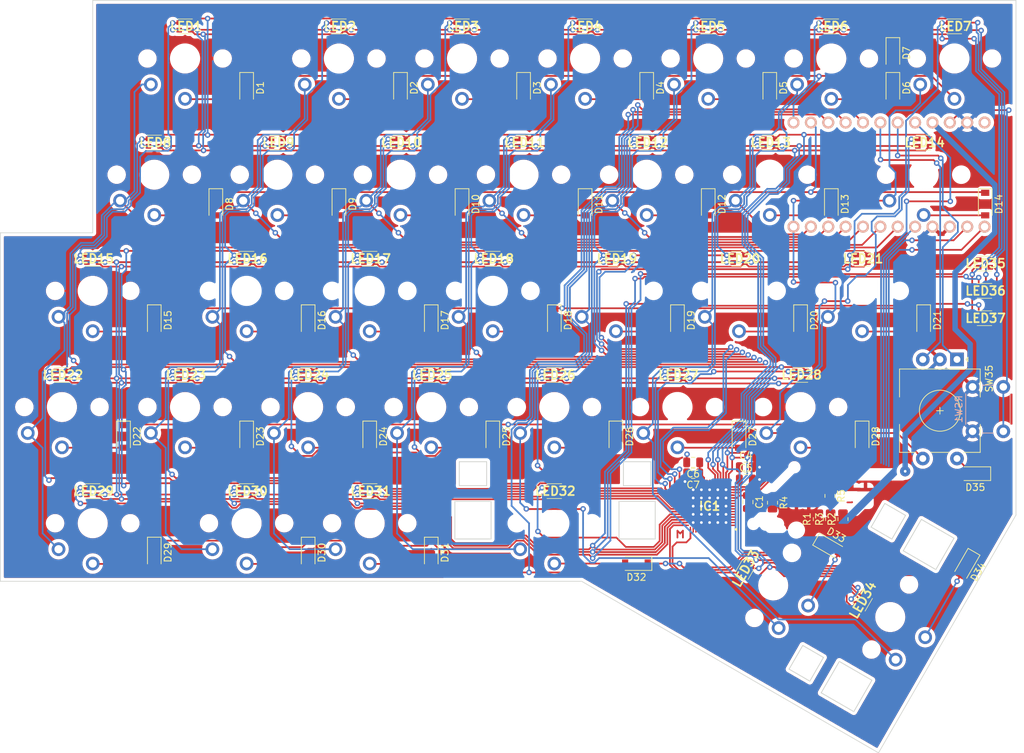
<source format=kicad_pcb>
(kicad_pcb (version 20211014) (generator pcbnew)
  (layers (0 "F.Cu" signal) (31 "B.Cu" signal) (34 "B.Paste" user) (35 "F.Paste" user) (36 "B.SilkS" user "B.Silkscreen") (37 "F.SilkS" user "F.Silkscreen") (38 "B.Mask" user) (39 "F.Mask" user) (44 "Edge.Cuts" user))
  (net 0 "")
  (net 1 "row0")
  (net 2 "Net-(D1-Pad2)")
  (net 3 "Net-(D2-Pad2)")
  (net 4 "Net-(D3-Pad2)")
  (net 5 "Net-(D4-Pad2)")
  (net 6 "Net-(D5-Pad2)")
  (net 7 "Net-(D6-Pad2)")
  (net 8 "Net-(D7-Pad2)")
  (net 9 "row1")
  (net 10 "Net-(D8-Pad2)")
  (net 11 "Net-(D9-Pad2)")
  (net 12 "Net-(D10-Pad2)")
  (net 13 "Net-(D11-Pad2)")
  (net 14 "Net-(D12-Pad2)")
  (net 15 "Net-(D13-Pad2)")
  (net 16 "Net-(D14-Pad2)")
  (net 17 "row2")
  (net 18 "Net-(D15-Pad2)")
  (net 19 "Net-(D16-Pad2)")
  (net 20 "Net-(D17-Pad2)")
  (net 21 "Net-(D18-Pad2)")
  (net 22 "Net-(D19-Pad2)")
  (net 23 "Net-(D20-Pad2)")
  (net 24 "Net-(D21-Pad2)")
  (net 25 "row3")
  (net 26 "Net-(D22-Pad2)")
  (net 27 "Net-(D23-Pad2)")
  (net 28 "Net-(D24-Pad2)")
  (net 29 "Net-(D25-Pad2)")
  (net 30 "Net-(D26-Pad2)")
  (net 31 "Net-(D27-Pad2)")
  (net 32 "Net-(D28-Pad2)")
  (net 33 "row4")
  (net 34 "Net-(D29-Pad2)")
  (net 35 "Net-(D30-Pad2)")
  (net 36 "Net-(D31-Pad2)")
  (net 37 "Net-(D32-Pad2)")
  (net 38 "Net-(D33-Pad2)")
  (net 39 "Net-(D34-Pad2)")
  (net 40 "SW35B")
  (net 41 "VCC")
  (net 42 "GND")
  (net 43 "RESET")
  (net 44 "col0")
  (net 45 "col1")
  (net 46 "col2")
  (net 47 "col3")
  (net 48 "col4")
  (net 49 "col5")
  (net 50 "SW35A")
  (net 51 "ENCA")
  (net 52 "ENCB")
  (net 54 "SDB")
  (net 55 "INTB")
  (net 56 "SCL")
  (net 57 "SDA")
  (net 64 "Net-(IC1-Pad13)")
  (net 68 "CS1")
  (net 69 "CS2")
  (net 70 "CS3")
  (net 71 "CS4")
  (net 72 "CS5")
  (net 73 "CS6")
  (net 74 "CS7")
  (net 75 "CS8")
  (net 76 "CS9")
  (net 77 "CS10")
  (net 78 "CS11")
  (net 79 "CS12")
  (net 80 "CS13")
  (net 81 "CS14")
  (net 82 "CS15")
  (net 83 "CS16")
  (net 84 "CS17")
  (net 85 "CS18")
  (net 86 "CS19")
  (net 87 "CS20")
  (net 101 "RSW1")
  (net 102 "RSW2")
  (net 103 "RSW3")
  (net 104 "RSW4")
  (net 105 "RSW5")
  (net 106 "RSW6")
  (footprint "Diode_SMD:D_SOD-123" (layer "F.Cu") (at 193.723909 115.455771 -30)
    (fp_text reference "D33")
    (fp_text value "1N4148W")
  )
  (footprint "Diode_SMD:D_SOD-123" (layer "F.Cu") (at 144.5 99.3 -90)
    (fp_text reference "D25")
    (fp_text value "1N4148W")
  )
  (footprint "intro:SW_choc_1u" (layer "F.Cu") (at 135.5 95)
    (fp_text reference "SW25" hide)
    (fp_text value "SW_Push" hide)
  )
  (footprint "intro:FMB2020RGBAHG" (layer "F.Cu") (at 162.5 73.3)
    (fp_text reference "LED19")
    (fp_text value "LED_RBAG" hide)
  )
  (footprint "Capacitor_SMD:C_0805_2012Metric" (layer "F.Cu") (at 181.5 105.6)
    (fp_text reference "C5")
    (fp_text value "0.1μF")
  )
  (footprint "intro:FMB2020RGBAHG" (layer "F.Cu") (at 185 56.3)
    (fp_text reference "LED13")
    (fp_text value "LED_RBAG" hide)
  )
  (footprint "intro:FMB2020RGBAHG" (layer "F.Cu") (at 167 56.3)
    (fp_text reference "LED12")
    (fp_text value "LED_RBAG" hide)
  )
  (footprint "intro:FMB2020RGBAHG" (layer "F.Cu") (at 126.5 107.3)
    (fp_text reference "LED31")
    (fp_text value "LED_RBAG" hide)
  )
  (footprint "intro:SW_choc_1u" (layer "F.Cu") (at 99.5 95)
    (fp_text reference "SW23" hide)
    (fp_text value "SW_Push" hide)
  )
  (footprint "intro:SW_choc_1u" (layer "F.Cu") (at 194 44)
    (fp_text reference "SW6" hide)
    (fp_text value "SW_Push" hide)
  )
  (footprint "intro:FMB2020RGBAHG" (layer "F.Cu") (at 122 39.3)
    (fp_text reference "LED2")
    (fp_text value "LED_RBAG" hide)
  )
  (footprint "Diode_SMD:D_SOD-123" (layer "F.Cu") (at 122 65.3 -90)
    (fp_text reference "D9")
    (fp_text value "1N4148W")
  )
  (footprint "intro:SW_choc_1u" (layer "F.Cu") (at 202.615552 125.727515 60)
    (fp_text reference "SW34" hide)
    (fp_text value "SW_Push" hide)
  )
  (footprint "Diode_SMD:D_SOD-123" (layer "F.Cu") (at 108.5 99.3 -90)
    (fp_text reference "D23")
    (fp_text value "1N4148W")
  )
  (footprint "intro:SW_choc_1.5u" (layer "F.Cu") (at 86 112)
    (fp_text reference "SW29" hide)
    (fp_text value "SW_Push" hide)
  )
  (footprint "intro:FMB2020RGBAHG" (layer "F.Cu") (at 117.5 90.3)
    (fp_text reference "LED24")
    (fp_text value "LED_RBAG" hide)
  )
  (footprint "intro:FMB2020RGBAHG" (layer "F.Cu") (at 144.5 73.3)
    (fp_text reference "LED18")
    (fp_text value "LED_RBAG" hide)
  )
  (footprint "intro:FMB2020RGBAHG" (layer "F.Cu") (at 149 56.3)
    (fp_text reference "LED11")
    (fp_text value "LED_RBAG" hide)
  )
  (footprint "intro:SW_choc_1.5u" (layer "F.Cu") (at 207.5 61)
    (fp_text reference "SW14" hide)
    (fp_text value "SW_Push" hide)
  )
  (footprint "intro:SW_choc_1u" (layer "F.Cu") (at 162.5 78)
    (fp_text reference "SW19" hide)
    (fp_text value "SW_Push" hide)
  )
  (footprint "intro:SW_choc_1u" (layer "F.Cu") (at 153.5 112)
    (fp_text reference "SW32" hide)
    (fp_text value "SW_Push" hide)
  )
  (footprint "Diode_SMD:D_SOD-123" (layer "F.Cu") (at 215.05 104.75 180)
    (fp_text reference "D35")
    (fp_text value "1N4148W")
  )
  (footprint "intro:FMB2020RGBAHG" (layer "F.Cu") (at 140 39.3)
    (fp_text reference "LED3")
    (fp_text value "LED_RBAG" hide)
  )
  (footprint "Resistor_SMD:R_0805_2012Metric" (layer "F.Cu") (at 192.1 111.4 90)
    (fp_text reference "R1")
    (fp_text value "100kΩ")
  )
  (footprint "intro:FMB2020RGBAHG" (layer "F.Cu") (at 158 39.3)
    (fp_text reference "LED4")
    (fp_text value "LED_RBAG" hide)
  )
  (footprint "Diode_SMD:D_SOD-123" (layer "F.Cu") (at 216.5 65.3 -90)
    (fp_text reference "D14")
    (fp_text value "1N4148W")
  )
  (footprint "intro:FMB2020RGBAHG" (layer "F.Cu") (at 181.429679 118.749999 60)
    (fp_text reference "LED33")
    (fp_text value "LED_RBAG" hide)
  )
  (footprint "Diode_SMD:D_SOD-123" (layer "F.Cu") (at 135.5 116.3 -90)
    (fp_text reference "D31")
    (fp_text value "1N4148W")
  )
  (footprint "intro:FMB2020RGBAHG" (layer "F.Cu") (at 180.5 73.3)
    (fp_text reference "LED20")
    (fp_text value "LED_RBAG" hide)
  )
  (footprint "Diode_SMD:D_SOD-123" (layer "F.Cu") (at 90.5 99.3 -90)
    (fp_text reference "D22")
    (fp_text value "1N4148W")
  )
  (footprint "Diode_SMD:D_SOD-123" (layer "F.Cu") (at 126.5 99.3 -90)
    (fp_text reference "D24")
    (fp_text value "1N4148W")
  )
  (footprint "intro:FMB2020RGBAHG" (layer "F.Cu") (at 108.5 73.3)
    (fp_text reference "LED16")
    (fp_text value "LED_RBAG" hide)
  )
  (footprint "Diode_SMD:D_SOD-123" (layer "F.Cu") (at 135.5 82.3 -90)
    (fp_text reference "D17")
    (fp_text value "1N4148W")
  )
  (footprint "Resistor_SMD:R_0805_2012Metric" (layer "F.Cu") (at 195.7 111.4 90)
    (fp_text reference "R2")
    (fp_text value "2kΩ")
  )
  (footprint "intro:FMB2020RGBAHG" (layer "F.Cu") (at 198.5 73.3)
    (fp_text reference "LED21")
    (fp_text value "LED_RBAG" hide)
  )
  (footprint "Diode_SMD:D_SOD-123" (layer "F.Cu") (at 207.5 82.3 -90)
    (fp_text reference "D21")
    (fp_text value "1N4148W")
  )
  (footprint "intro:SW_choc_1u" (layer "F.Cu") (at 81.5 95)
    (fp_text reference "SW22" hide)
    (fp_text value "SW_Push" hide)
  )
  (footprint "intro:FMB2020RGBAHG" (layer "F.Cu") (at 126.5 73.3)
    (fp_text reference "LED17")
    (fp_text value "LED_RBAG" hide)
  )
  (footprint "Diode_SMD:D_SOD-123" (layer "F.Cu") (at 149 48.3 -90)
    (fp_text reference "D3")
    (fp_text value "1N4148W")
  )
  (footprint "intro:SW_choc_1u" (layer "F.Cu") (at 180.5 78)
    (fp_text reference "SW20" hide)
    (fp_text value "SW_Push" hide)
  )
  (footprint "intro:Kailh-PG1350-2u-STAB" (layer "F.Cu") (at 153.6 112)
    (fp_text reference "S2")
    (fp_text value "Choc_stab" hide)
    (fp_line (start -14 -9) (end -10 -9) (layer "Edge.Cuts") (width 0.12))
    (fp_line (start -10 -5.5) (end -10 -9) (layer "Edge.Cuts") (width 0.12))
    (fp_line (start -9.35 2.3) (end -9.35 -3.2) (layer "Edge.Cuts") (width 0.12))
    (fp_line (start 14 -5.5) (end 14 -9) (layer "Edge.Cuts") (width 0.12))
    (fp_line (start -14.65 -3.2) (end -14.65 2.3) (layer "Edge.Cuts") (width 0.12))
    (fp_line (start 10 -9) (end 10 -5.5) (layer "Edge.Cuts") (width 0.12))
    (fp_line (start -14 -9) (end -14 -5.5) (layer "Edge.Cuts") (width 0.12))
    (fp_line (start -14.65 -3.2) (end -9.35 -3.2) (layer "Edge.Cuts") (width 0.12))
    (fp_line (start -14 -5.5) (end -10 -5.5) (layer "Edge.Cuts") (width 0.12))
    (fp_line (start 14.65 2.3) (end 14.65 -3.2) (layer "Edge.Cuts") (width 0.12))
    (fp_line (start -14.65 2.3) (end -9.35 2.3) (layer "Edge.Cuts") (width 0.12))
    (fp_line (start 9.35 -3.2) (end 9.35 2.3) (layer "Edge.Cuts") (width 0.12))
    (fp_line (start 10 -9) (end 14 -9) (layer "Edge.Cuts") (width 0.12))
    (fp_line (start 10 -5.5) (end 14 -5.5) (layer "Edge.Cuts") (width 0.12))
    (fp_line (start 9.35 -3.2) (end 14.65 -3.2) (layer "Edge.Cuts") (width 0.12))
    (fp_line (start 9.35 2.3) (end 14.65 2.3) (layer "Edge.Cuts") (width 0.12))
  )
  (footprint "intro:FMB2020RGBAHG" (layer "F.Cu") (at 189.5 90.3)
    (fp_text reference "LED28")
    (fp_text value "LED_RBAG" hide)
  )
  (footprint "intro:SW_choc_1u" (layer "F.Cu") (at 171.5 95)
    (fp_text reference "SW27" hide)
    (fp_text value "SW_Push" hide)
  )
  (footprint "Diode_SMD:D_SOD-123" (layer "F.Cu") (at 185 48.3 -90)
    (fp_text reference "D5")
    (fp_text value "1N4148W")
  )
  (footprint "Diode_SMD:D_SOD-123" (layer "F.Cu") (at 203 48.3 -90)
    (fp_text reference "D6")
    (fp_text value "1N4148W")
  )
  (footprint "Diode_SMD:D_SOD-123" (layer "F.Cu") (at 153.5 82.3 -90)
    (fp_text reference "D18")
    (fp_text value "1N4148W")
  )
  (footprint "intro:SW_choc_1u" (layer "F.Cu") (at 149 61)
    (fp_text reference "SW11" hide)
    (fp_text value "SW_Push" hide)
  )
  (footprint "intro:FMB2020RGBAHG" (layer "F.Cu") (at 153.5 90.3)
    (fp_text reference "LED26")
    (fp_text value "LED_RBAG" hide)
  )
  (footprint "intro:SW_choc_1u" (layer "F.Cu") (at 198.5 78)
    (fp_text reference "SW21" hide)
    (fp_text value "SW_Push" hide)
  )
  (footprint "intro:FMB2020RGBAHG" (layer "F.Cu") (at 113 56.3)
    (fp_text reference "LED9")
    (fp_text value "LED_RBAG" hide)
  )
  (footprint "intro:FMB2020RGBAHG" (layer "F.Cu") (at 194 39.3)
    (fp_text reference "LED6")
    (fp_text value "LED_RBAG" hide)
  )
  (footprint "Diode_SMD:D_SOD-123" (layer "F.Cu") (at 171.5 82.3 -90)
    (fp_text reference "D19")
    (fp_text value "1N4148W")
  )
  (footprint "intro:SW_choc_1u" (layer "F.Cu") (at 140 44)
    (fp_text reference "SW3" hide)
    (fp_text value "SW_Push" hide)
  )
  (footprint "intro:FMB2020RGBAHG" (layer "F.Cu") (at 86 107.3)
    (fp_text reference "LED29")
    (fp_text value "LED_RBAG" hide)
  )
  (footprint "Diode_SMD:D_SOD-123" (layer "F.Cu") (at 104 65.3 -90)
    (fp_text reference "D8")
    (fp_text value "1N4148W")
  )
  (footprint "Diode_SMD:D_SOD-123" (layer "F.Cu") (at 194 65.3 -90)
    (fp_text reference "D13")
    (fp_text value "1N4148W")
  )
  (footprint "Diode_SMD:D_SOD-123" (layer "F.Cu") (at 203 43.2 -90)
    (fp_text reference "D7")
    (fp_text value "1N4148W")
  )
  (footprint "Diode_SMD:D_SOD-123" (layer "F.Cu") (at 117.5 82.3 -90)
    (fp_text reference "D16")
    (fp_text value "1N4148W")
  )
  (footprint "intro:SW_choc_1u" (layer "F.Cu") (at 126.5 78)
    (fp_text reference "SW17" hide)
    (fp_text value "SW_Push" hide)
  )
  (footprint "Capacitor_SMD:C_0805_2012Metric" (layer "F.Cu") (at 181.5 103.8)
    (fp_text reference "C4")
    (fp_text value "1μF")
  )
  (footprint "Capacitor_SMD:C_0805_2012Metric" (layer "F.Cu") (at 173.8 104.7 180)
    (fp_text reference "C7")
    (fp_text value "0.1μF")
  )
  (footprint "Diode_SMD:D_SOD-123" (layer "F.Cu") (at 213.743497 118.127069 -120)
    (fp_text reference "D34")
    (fp_text value "1N4148W")
  )
  (footprint "intro:SW_choc_1u" (layer "F.Cu") (at 189.5 95)
    (fp_text reference "SW28" hide)
    (fp_text value "SW_Push" hide)
  )
  (footprint "intro:SW_choc_1u" (layer "F.Cu") (at 144.5 78)
    (fp_text reference "SW18" hide)
    (fp_text value "SW_Push" hide)
  )
  (footprint "intro:SW_choc_1u" (layer "F.Cu") (at 108.5 78)
    (fp_text reference "SW16" hide)
    (fp_text value "SW_Push" hide)
  )
  (footprint "Diode_SMD:D_SOD-123" (layer "F.Cu") (at 176 65.3 -90)
    (fp_text reference "D12")
    (fp_text value "1N4148W")
  )
  (footprint "Diode_SMD:D_SOD-123" (layer "F.Cu") (at 165.5 117.9 180)
    (fp_text reference "D32")
    (fp_text value "1N4148W")
  )
  (footprint "Diode_SMD:D_SOD-123" (layer "F.Cu") (at 131 48.3 -90)
    (fp_text reference "D2")
    (fp_text value "1N4148W")
  )
  (footprint "intro:FMB2020RGBAHG" (layer "F.Cu") (at 207.5 56.3)
    (fp_text reference "LED14")
    (fp_text value "LED_RBAG" hide)
  )
  (footprint "intro:SW_choc_1u" (layer "F.Cu") (at 126.5 112)
    (fp_text reference "SW31" hide)
    (fp_text value "SW_Push" hide)
  )
  (footprint "Resistor_SMD:R_0805_2012Metric" (layer "F.Cu") (at 193.9 111.4 90)
    (fp_text reference "R3")
    (fp_text value "2kΩ")
  )
  (footprint "intro:SW_choc_1u" (layer "F.Cu") (at 131 61)
    (fp_text reference "SW10" hide)
    (fp_text value "SW_Push" hide)
  )
  (footprint "intro:FMB2020RGBAHG" (layer "F.Cu") (at 95 56.3)
    (fp_text reference "LED8")
    (fp_text value "LED_RBAG" hide)
  )
  (footprint "intro:FMB2020RGBAHG" (layer "F.Cu") (at 171.5 90.3)
    (fp_text reference "LED27")
    (fp_text value "LED_RBAG" hide)
  )
  (footprint "intro:SW_choc_1.5u" (layer "F.Cu") (at 86 78)
    (fp_text reference "SW15" hide)
    (fp_text value "SW_Push" hide)
  )
  (footprint "Resistor_SMD:R_0805_2012Metric" (layer "F.Cu") (at 185.4 109 -90)
    (fp_text reference "R4")
    (fp_text value "100kΩ")
  )
  (footprint "intro:FMB2020RGBAHG" (layer "F.Cu") (at 212 39.3)
    (fp_text reference "LED7")
    (fp_text value "LED_RBAG" hide)
  )
  (footprint "intro:SW_choc_1u" (layer "F.Cu") (at 95 61)
    (fp_text reference "SW8" hide)
    (fp_text value "SW_Push" hide)
  )
  (footprint "intro:SW_choc_1u" (layer "F.Cu") (at 153.5 95)
    (fp_text reference "SW26" hide)
    (fp_text value "SW_Push" hide)
  )
  (footprint "Resistor_SMD:R_0805_2012Metric" (layer "F.Cu") (at 193.8 108 -90)
    (fp_text reference "R5")
    (fp_text value "10kΩ")
  )
  (footprint "intro:SW_choc_1u" (layer "F.Cu") (at 167 61)
    (fp_text reference "SW12" hide)
    (fp_text value "SW_Push" hide)
  )
  (footprint "Diode_SMD:D_SOD-123" (layer "F.Cu") (at 95 116.3 -90)
    (fp_text reference "D29")
    (fp_text value "1N4148W")
  )
  (footprint "intro:FMB2020RGBAHG" (layer "F.Cu") (at 108.5 107.3)
    (fp_text reference "LED30")
    (fp_text value "LED_RBAG" hide)
  )
  (footprint "Diode_SMD:D_SOD-123" (layer "F.Cu") (at 117.5 116.3 -90)
    (fp_text reference "D30")
    (fp_text value "1N4148W")
  )
  (footprint "intro:FMB2020RGBAHG" (layer "F.Cu") (at 99.5 90.3)
    (fp_text reference "LED23")
    (fp_text value "LED_RBAG" hide)
  )
  (footprint "Diode_SMD:D_SOD-123" (layer "F.Cu") (at 140 65.3 -90)
    (fp_text reference "D10")
    (fp_text value "1N4148W")
  )
  (footprint "Diode_SMD:D_SOD-123" (layer "F.Cu") (at 167 48.3 -90)
    (fp_text reference "D4")
    (fp_text value "1N4148W")
  )
  (footprint "intro:SW_choc_1u" (layer "F.Cu") (at 158 44)
    (fp_text reference "SW4" hide)
    (fp_text value "SW_Push" hide)
  )
  (footprint "Diode_SMD:D_SOD-123" (layer "F.Cu") (at 95 82.3 -90)
    (fp_text reference "D15")
    (fp_text value "1N4148W")
  )
  (footprint "intro:FMB2020RGBAHG" (layer "F.Cu") (at 216.4 82)
    (fp_text reference "LED37")
    (fp_text value "LED_RBAG" hide)
  )
  (footprint "intro:SW_choc_1u" (layer "F.Cu") (at 185 61)
    (fp_text reference "SW13" hide)
    (fp_text value "SW_Push" hide)
  )
  (footprint "Diode_SMD:D_SOD-123" (layer "F.Cu") (at 180.5 99.3 -90)
    (fp_text reference "D27")
    (fp_text value "1N4148W")
  )
  (footprint "intro:SW_choc_1u" (layer "F.Cu") (at 113 61)
    (fp_text reference "SW9" hide)
    (fp_text value "SW_Push" hide)
  )
  (footprint "intro:Kailh-PG1350-2u-STAB" (layer "F.Cu") (at 202.615552 125.727515 60)
    (fp_text reference "S1")
    (fp_text value "Choc_stab" hide)
    (fp_line (start -14.65 -3.2) (end -14.65 2.3) (layer "Edge.Cuts") (width 0.12))
    (fp_line (start -14.65 -3.2) (end -9.35 -3.2) (layer "Edge.Cuts") (width 0.12))
    (fp_line (start -14 -9) (end -10 -9) (layer "Edge.Cuts") (width 0.12))
    (fp_line (start -10 -5.5) (end -10 -9) (layer "Edge.Cuts") (width 0.12))
    (fp_line (start -9.35 2.3) (end -9.35 -3.2) (layer "Edge.Cuts") (width 0.12))
    (fp_line (start 14 -5.5) (end 14 -9) (layer "Edge.Cuts") (width 0.12))
    (fp_line (start 9.35 -3.2) (end 9.35 2.3) (layer "Edge.Cuts") (width 0.12))
    (fp_line (start -14.65 2.3) (end -9.35 2.3) (layer "Edge.Cuts") (width 0.12))
    (fp_line (start 9.35 2.3) (end 14.65 2.3) (layer "Edge.Cuts") (width 0.12))
    (fp_line (start 10 -5.5) (end 14 -5.5) (layer "Edge.Cuts") (width 0.12))
    (fp_line (start -14 -5.5) (end -10 -5.5) (layer "Edge.Cuts") (width 0.12))
    (fp_line (start 14.65 2.3) (end 14.65 -3.2) (layer "Edge.Cuts") (width 0.12))
    (fp_line (start 10 -9) (end 14 -9) (layer "Edge.Cuts") (width 0.12))
    (fp_line (start -14 -9) (end -14 -5.5) (layer "Edge.Cuts") (width 0.12))
    (fp_line (start 9.35 -3.2) (end 14.65 -3.2) (layer "Edge.Cuts") (width 0.12))
    (fp_line (start 10 -9) (end 10 -5.5) (layer "Edge.Cuts") (width 0.12))
  )
  (footprint "intro:FMB2020RGBAHG" (layer "F.Cu") (at 176 39.3)
    (fp_text reference "LED5")
    (fp_text value "LED_RBAG" hide)
  )
  (footprint "intro:FMB2020RGBAHG" (layer "F.Cu") (at 131 56.3)
    (fp_text reference "LED10")
    (fp_text value "LED_RBAG" hide)
  )
  (footprint "intro:SW_choc_1.5u" (layer "F.Cu") (at 185.5 121.1 60)
    (fp_text reference "SW33" hide)
    (fp_text value "SW_Push" hide)
  )
  (footprint "intro:FMB2020RGBAHG" (layer "F.Cu") (at 216.4 78)
    (fp_text reference "LED36")
    (fp_text value "LED_RBAG" hide)
  )
  (footprint "intro:SW_choc_1u" (layer "F.Cu") (at 212 44)
    (fp_text reference "SW7" hide)
    (fp_text value "SW_Push" hide)
  )
  (footprint "intro:FMB2020RGBAHG" (layer "F.Cu") (at 153.5 107.3)
    (fp_text reference "LED32")
    (fp_text value "LED_RBAG" hide)
  )
  (footprint "intro:FMB2020RGBAHG" (layer "F.Cu") (at 81.5 90.3)
    (fp_text reference "LED22")
    (fp_text value "LED_RBAG" hide)
  )
  (footprint "intro:FMB2020RGBAHG" (layer "F.Cu") (at 135.5 90.3)
    (fp_text reference "LED25")
    (fp_text value "LED_RBAG" hide)
  )
  (footprint "intro:FMB2020RGBAHG" (layer "F.Cu") (at 86 73.3)
    (fp_text reference "LED15")
    (fp_text value "LED_RBAG" hide)
  )
  (footprint "intro:FMB2020RGBAHG" (layer "F.Cu") (at 99.5 39.3)
    (fp_text reference "LED1")
    (fp_text value "LED_RBAG" hide)
  )
  (footprint "Diode_SMD:D_SOD-123" (layer "F.Cu") (at 158 65.3 -90)
    (fp_text reference "D11")
    (fp_text value "1N4148W")
  )
  (footprint "intro:QFN40P700X700X80-61N-D" (layer "F.Cu") (at 176.2 109.5 180)
    (fp_text reference "IC1")
    (fp_text value "IS31FL3741A-QFLS4-TR" hide)
  )
  (footprint "intro:SW_choc_1.5u" (layer "F.Cu") (at 99.5 44)
    (fp_text reference "SW1" hide)
    (fp_text value "SW_Push" hide)
  )
  (footprint "intro:FMB2020RGBAHG" (layer "F.Cu") (at 216.4 74)
    (fp_text reference "LED35")
    (fp_text value "LED_RBAG" hide)
  )
  (footprint "intro:FMB2020RGBAHG" (layer "F.Cu") (at 198.545233 123.377515 60)
    (fp_text reference "LED34")
    (fp_text value "LED_RBAG" hide)
  )
  (footprint "Diode_SMD:D_SOD-123" (layer "F.Cu") (at 108.5 48.3 -90)
    (fp_text reference "D1")
    (fp_text value "1N4148W")
  )
  (footprint "Diode_SMD:D_SOD-123" (layer "F.Cu") (at 162.5 99.3 -90)
    (fp_text reference "D26")
    (fp_text value "1N4148W")
  )
  (footprint "intro:SW_choc_1u" (layer "F.Cu") (at 176 44)
    (fp_text reference "SW5" hide)
    (fp_text value "SW_Push" hide)
  )
  (footprint "Diode_SMD:D_SOD-123" (layer "F.Cu") (at 189.5 82.3 -90)
    (fp_text reference "D20")
    (fp_text value "1N4148W")
  )
  (footprint "intro:RotaryEncoder_Alps_EC11E-Switch_Vertical_H20mm_modified" (layer "F.Cu") (at 212.375001 88.033493 -90)
    (fp_text reference "SW35")
    (fp_text value "RotaryEncoder_Switch")
  )
  (footprint "intro:SW_choc_1u" (layer "F.Cu") (at 122 44)
    (fp_text reference "SW2" hide)
    (fp_text value "SW_Push" hide)
  )
  (footprint "intro:SW_choc_1u" (layer "F.Cu") (at 117.5 95)
    (fp_text reference "SW24" hide)
    (fp_text value "SW_Push" hide)
  )
  (footprint "Capacitor_SMD:C_0805_2012Metric" (layer "F.Cu") (at 181.8 108.9 -90)
    (fp_text reference "C1")
    (fp_text value "0.1μF")
  )
  (footprint "Diode_SMD:D_SOD-123" (layer "F.Cu") (at 198.5 99.3 -90)
    (fp_text reference "D28")
    (fp_text value "1N4148W")
  )
  (footprint "intro:SW_choc_1u" (layer "F.Cu") (at 108.5 112)
    (fp_text reference "SW30" hide)
    (fp_text value "SW_Push" hide)
  )
  (footprint "Capacitor_SMD:C_0805_2012Metric" (layer "F.Cu") (at 173.8 103.1 180)
    (fp_text reference "C6")
    (fp_text value "1μF")
  )
  (footprint "intro:nice_nano_reduced" (layer "B.Cu") (at 202.44 60.99 180)
    (fp_text reference "U1" hide)
    (fp_text value "nice_nano" hide)
  )
  (footprint "Button_Switch_THT:SW_PUSH_6mm_H4.3mm" (layer "B.Cu") (at 214.65 92.05 -90)
    (fp_text reference "RSW1")
    (fp_text value "SW_RST")
  )
  (gr_line (start 86 35.5) (end 221 35.5) (layer "Edge.Cuts") (width 0.1))
  (gr_line (start 221 110.8) (end 200.9 145.6) (layer "Edge.Cuts") (width 0.1))
  (gr_line (start 72.5 69.5) (end 72.5 120.5) (layer "Edge.Cuts") (width 0.1))
  (gr_line (start 72.5 120.5) (end 157.5 120.5) (layer "Edge.Cuts") (width 0.1))
  (gr_line (start 221 35.5) (end 221 110.8) (layer "Edge.Cuts") (width 0.1))
  (gr_line (start 86 35.5) (end 86 69.5) (layer "Edge.Cuts") (width 0.1))
  (gr_line (start 157.5 120.5) (end 200.9 145.6) (layer "Edge.Cuts") (width 0.1))
  (gr_line (start 86 69.5) (end 72.5 69.5) (layer "Edge.Cuts") (width 0.1))
  (segment (start 172.3 113.1) (end 172.3 114.1) (width 0.25) (layer "F.Cu") (net 0))
  (segment (start 171.5 113.1) (end 171.5 114.1) (width 0.25) (layer "F.Cu") (net 0))
  (segment (start 171.9 113.5) (end 172.3 113.1) (width 0.25) (layer "F.Cu") (net 0))
  (segment (start 171.5 113.1) (end 171.9 113.5) (width 0.25) (layer "F.Cu") (net 0))
  (segment (start 167 46.65) (end 167.101511 46.548489) (width 0.25) (layer "F.Cu") (net 1))
  (segment (start 148.898489 46.548489) (end 149 46.65) (width 0.25) (layer "F.Cu") (net 1))
  (segment (start 192.199989 46.6) (end 192.148478 46.548489) (width 0.25) (layer "F.Cu") (net 1))
  (segment (start 192.2515 46.548489) (end 202.898489 46.548489) (width 0.25) (layer "F.Cu") (net 1))
  (segment (start 131 46.65) (end 131.101511 46.548489) (width 0.25) (layer "F.Cu") (net 1))
  (segment (start 184.898489 46.548489) (end 185 46.65) (width 0.25) (layer "F.Cu") (net 1))
  (segment (start 167.101511 46.548489) (end 184.898489 46.548489) (width 0.25) (layer "F.Cu") (net 1))
  (segment (start 192.148478 46.548489) (end 185.101511 46.548489) (width 0.25) (layer "F.Cu") (net 1))
  (segment (start 202.148489 45.798489) (end 203 46.65) (width 0.25) (layer "F.Cu") (net 1))
  (segment (start 108.5 46.65) (end 108.601511 46.548489) (width 0.25) (layer "F.Cu") (net 1))
  (segment (start 166.898489 46.548489) (end 167 46.65) (width 0.25) (layer "F.Cu") (net 1))
  (segment (start 202.898489 46.548489) (end 203 46.65) (width 0.25) (layer "F.Cu") (net 1))
  (segment (start 130.898489 46.548489) (end 131 46.65) (width 0.25) (layer "F.Cu") (net 1))
  (segment (start 149.101511 46.548489) (end 166.898489 46.548489) (width 0.25) (layer "F.Cu") (net 1))
  (segment (start 202.148489 42.401511) (end 202.148489 45.798489) (width 0.25) (layer "F.Cu") (net 1))
  (segment (start 203 41.55) (end 202.148489 42.401511) (width 0.25) (layer "F.Cu") (net 1))
  (segment (start 149 46.65) (end 149.101511 46.548489) (width 0.25) (layer "F.Cu") (net 1))
  (segment (start 185.101511 46.548489) (end 185 46.65) (width 0.25) (layer "F.Cu") (net 1))
  (segment (start 108.601511 46.548489) (end 130.898489 46.548489) (width 0.25) (layer "F.Cu") (net 1))
  (segment (start 131.101511 46.548489) (end 148.898489 46.548489) (width 0.25) (layer "F.Cu") (net 1))
  (segment (start 192.199989 46.6) (end 192.2515 46.548489) (width 0.25) (layer "F.Cu") (net 1))
  (via (at 192.199989 46.6) (size 0.8) (drill 0.4) (layers "F.Cu" "B.Cu") (net 1))
  (segment (start 192.199989 47.032491) (end 188.47 50.76248) (width 0.25) (layer "B.Cu") (net 1))
  (segment (start 188.47 50.76248) (end 188.47 53.37) (width 0.25) (layer "B.Cu") (net 1))
  (segment (start 192.199989 46.6) (end 192.199989 47.032491) (width 0.25) (layer "B.Cu") (net 1))
  (segment (start 108.5 49.95) (end 99.55 49.95) (width 0.25) (layer "F.Cu") (net 2))
  (segment (start 99.55 49.95) (end 99.5 49.9) (width 0.25) (layer "F.Cu") (net 2))
  (segment (start 131 49.95) (end 122.05 49.95) (width 0.25) (layer "F.Cu") (net 3))
  (segment (start 122.05 49.95) (end 122 49.9) (width 0.25) (layer "F.Cu") (net 3))
  (segment (start 140.05 49.95) (end 140 49.9) (width 0.25) (layer "F.Cu") (net 4))
  (segment (start 149 49.95) (end 140.05 49.95) (width 0.25) (layer "F.Cu") (net 4))
  (segment (start 158.05 49.95) (end 158 49.9) (width 0.25) (layer "F.Cu") (net 5))
  (segment (start 167 49.95) (end 158.05 49.95) (width 0.25) (layer "F.Cu") (net 5))
  (segment (start 176.05 49.95) (end 176 49.9) (width 0.25) (layer "F.Cu") (net 6))
  (segment (start 185 49.95) (end 176.05 49.95) (width 0.25) (layer "F.Cu") (net 6))
  (segment (start 203 49.95) (end 194.05 49.95) (width 0.25) (layer "F.Cu") (net 7))
  (segment (start 194.05 49.95) (end 194 49.9) (width 0.25) (layer "F.Cu") (net 7))
  (segment (start 208.648489 46.548489) (end 212 49.9) (width 0.25) (layer "F.Cu") (net 8))
  (segment (start 204.698489 46.548489) (end 208.648489 46.548489) (width 0.25) (layer "F.Cu") (net 8))
  (segment (start 203 44.85) (end 204.698489 46.548489) (width 0.25) (layer "F.Cu") (net 8))
  (segment (start 191 63.548489) (end 193.898489 63.548489) (width 0.25) (layer "F.Cu") (net 9))
  (segment (start 158 63.65) (end 158.101511 63.548489) (width 0.25) (layer "F.Cu") (net 9))
  (segment (start 176.101511 63.548489) (end 176 63.65) (width 0.25) (layer "F.Cu") (net 9))
  (segment (start 194.101511 63.548489) (end 216.398489 63.548489) (width 0.25) (layer "F.Cu") (net 9))
  (segment (start 104.101511 63.548489) (end 121.898489 63.548489) (width 0.25) (layer "F.Cu") (net 9))
  (segment (start 139.898489 63.548489) (end 140 63.65) (width 0.25) (layer "F.Cu") (net 9))
  (segment (start 158.101511 63.548489) (end 175.898489 63.548489) (width 0.25) (layer "F.Cu") (net 9))
  (segment (start 104 63.65) (end 104.101511 63.548489) (width 0.25) (layer "F.Cu") (net 9))
  (segment (start 122.101511 63.548489) (end 139.898489 63.548489) (width 0.25) (layer "F.Cu") (net 9))
  (segment (start 191 63.548489) (end 176.101511 63.548489) (width 0.25) (layer "F.Cu") (net 9))
  (segment (start 121.898489 63.548489) (end 122 63.65) (width 0.25) (layer "F.Cu") (net 9))
  (segment (start 194 63.65) (end 194.101511 63.548489) (width 0.25) (layer "F.Cu") (net 9))
  (segment (start 122 63.65) (end 122.101511 63.548489) (width 0.25) (layer "F.Cu") (net 9))
  (segment (start 193.898489 63.548489) (end 194 63.65) (width 0.25) (layer "F.Cu") (net 9))
  (segment (start 157.898489 63.548489) (end 158 63.65) (width 0.25) (layer "F.Cu") (net 9))
  (segment (start 140 63.65) (end 140.101511 63.548489) (width 0.25) (layer "F.Cu") (net 9))
  (segment (start 216.398489 63.548489) (end 216.5 63.65) (width 0.25) (layer "F.Cu") (net 9))
  (segment (start 140.101511 63.548489) (end 157.898489 63.548489) (width 0.25) (layer "F.Cu") (net 9))
  (segment (start 175.898489 63.548489) (end 176 63.65) (width 0.25) (layer "F.Cu") (net 9))
  (via (at 191 63.548489) (size 0.8) (drill 0.4) (layers "F.Cu" "B.Cu") (net 9))
  (segment (start 191.724521 54.084521) (end 191.01 53.37) (width 0.25) (layer "B.Cu") (net 9))
  (segment (start 191 63.548489) (end 191.724521 62.823968) (width 0.25) (layer "B.Cu") (net 9))
  (segment (start 191.724521 62.823968) (end 191.724521 54.084521) (width 0.25) (layer "B.Cu") (net 9))
  (segment (start 95.05 66.95) (end 95 66.9) (width 0.25) (layer "F.Cu") (net 10))
  (segment (start 104 66.95) (end 95.05 66.95) (width 0.25) (layer "F.Cu") (net 10))
  (segment (start 122 66.95) (end 113.05 66.95) (width 0.25) (layer "F.Cu") (net 11))
  (segment (start 113.05 66.95) (end 113 66.9) (width 0.25) (layer "F.Cu") (net 11))
  (segment (start 131.05 66.95) (end 131 66.9) (width 0.25) (layer "F.Cu") (net 12))
  (segment (start 140 66.95) (end 131.05 66.95) (width 0.25) (layer "F.Cu") (net 12))
  (segment (start 149.05 66.95) (end 149 66.9) (width 0.25) (layer "F.Cu") (net 13))
  (segment (start 158 66.95) (end 149.05 66.95) (width 0.25) (layer "F.Cu") (net 13))
  (segment (start 176 66.95) (end 167.05 66.95) (width 0.25) (layer "F.Cu") (net 14))
  (segment (start 167.05 66.95) (end 167 66.9) (width 0.25) (layer "F.Cu") (net 14))
  (segment (start 194 66.95) (end 185.05 66.95) (width 0.25) (layer "F.Cu") (net 15))
  (segment (start 185.05 66.95) (end 185 66.9) (width 0.25) (layer "F.Cu") (net 15))
  (segment (start 216.5 66.95) (end 207.55 66.95) (width 0.25) (layer "F.Cu") (net 16))
  (segment (start 207.55 66.95) (end 207.5 66.9) (width 0.25) (layer "F.Cu") (net 16))
  (segment (start 117.601511 80.548489) (end 135.398489 80.548489) (width 0.25) (layer "F.Cu") (net 17))
  (segment (start 117.5 80.65) (end 117.398489 80.548489) (width 0.25) (layer "F.Cu") (net 17))
  (segment (start 191.451511 80.548489) (end 207.398489 80.548489) (width 0.25) (layer "F.Cu") (net 17))
  (segment (start 171.398489 80.548489) (end 171.5 80.65) (width 0.25) (layer "F.Cu") (net 17))
  (segment (start 207.398489 80.548489) (end 207.5 80.65) (width 0.25) (layer "F.Cu") (net 17))
  (segment (start 154.651511 80.548489) (end 171.398489 80.548489) (width 0.25) (layer "F.Cu") (net 17))
  (segment (start 117.398489 80.548489) (end 100.548489 80.548489) (width 0.25) (layer "F.Cu") (net 17))
  (segment (start 99.5 79.5) (end 99.5 75.8) (width 0.25) (layer "F.Cu") (net 17))
  (segment (start 135.398489 80.548489) (end 135.5 80.65) (width 0.25) (layer "F.Cu") (net 17))
  (segment (start 153.5 80.65) (end 153.601511 80.548489) (width 0.25) (layer "F.Cu") (net 17))
  (segment (start 189.398489 80.548489) (end 189.5 80.65) (width 0.25) (layer "F.Cu") (net 17))
  (segment (start 189.5 80.65) (end 189.601511 80.548489) (width 0.25) (layer "F.Cu") (net 17))
  (segment (start 97.3 75.8) (end 97.3 79.5) (width 0.25) (layer "F.Cu") (net 17))
  (segment (start 171.601511 80.548489) (end 189.398489 80.548489) (width 0.25) (layer "F.Cu") (net 17))
  (segment (start 171.5 80.65) (end 171.601511 80.548489) (width 0.25) (layer "F.Cu") (net 17))
  (segment (start 98.9 75.2) (end 97.9 75.2) (width 0.25) (layer "F.Cu") (net 17))
  (segment (start 96.251511 80.548489) (end 95.101511 80.548489) (width 0.25) (layer "F.Cu") (net 17))
  (segment (start 153.398489 80.548489) (end 153.5 80.65) (width 0.25) (layer "F.Cu") (net 17))
  (segment (start 164.3 52.2) (end 192.38 52.2) (width 0.25) (layer "F.Cu") (net 17))
  (segment (start 97.9 75.2) (end 97.3 75.8) (width 0.25) (layer "F.Cu") (net 17))
  (segment (start 97.3 79.5) (end 96.251511 80.548489) (width 0.25) (layer "F.Cu") (net 17))
  (segment (start 95.101511 80.548489) (end 95 80.65) (width 0.25) (layer "F.Cu") (net 17))
  (segment (start 135.601511 80.548489) (end 153.398489 80.548489) (width 0.25) (layer "F.Cu") (net 17))
  (segment (start 100.548489 80.548489) (end 99.5 79.5) (width 0.25) (layer "F.Cu") (net 17))
  (segment (start 99.5 75.8) (end 98.9 75.2) (width 0.25) (layer "F.Cu") (net 17))
  (segment (start 192.38 52.2) (end 193.55 53.37) (width 0.25) (layer "F.Cu") (net 17))
  (segment (start 117.5 80.65) (end 117.601511 80.548489) (width 0.25) (layer "F.Cu") (net 17))
  (segment (start 135.5 80.65) (end 135.601511 80.548489) (width 0.25) (layer "F.Cu") (net 17))
  (segment (start 153.601511 80.548489) (end 154.651511 80.548489) (width 0.25) (layer "F.Cu") (net 17))
  (segment (start 189.601511 80.548489) (end 191.451511 80.548489) (width 0.25) (layer "F.Cu") (net 17))
  (via (at 154.651511 80.548489) (size 0.8) (drill 0.4) (layers "F.Cu" "B.Cu") (net 17))
  (via (at 164.3 52.2) (size 0.8) (drill 0.4) (layers "F.Cu" "B.Cu") (net 17))
  (segment (start 157.471481 74.731824) (end 155 77.203305) (width 0.25) (layer "B.Cu") (net 17))
  (segment (start 164.3 52.2) (end 164.3 54.181184) (width 0.25) (layer "B.Cu") (net 17))
  (segment (start 155 80.2) (end 154.651511 80.548489) (width 0.25) (layer "B.Cu") (net 17))
  (segment (start 157.471481 66.19604) (end 157.471481 74.731824) (width 0.25) (layer "B.Cu") (net 17))
  (segment (start 160.92056 62.74696) (end 157.471481 66.19604) (width 0.25) (layer "B.Cu") (net 17))
  (segment (start 162.99392 62.20864) (end 162.4556 62.74696) (width 0.25) (layer "B.Cu") (net 17))
  (segment (start 162.4556 62.74696) (end 160.92056 62.74696) (width 0.25) (layer "B.Cu") (net 17))
  (segment (start 155 77.203305) (end 155 80.2) (width 0.25) (layer "B.Cu") (net 17))
  (segment (start 164.3 54.181184) (end 162.99392 55.487265) (width 0.25) (layer "B.Cu") (net 17))
  (segment (start 162.99392 55.487265) (end 162.99392 62.20864) (width 0.25) (layer "B.Cu") (net 17))
  (segment (start 86.05 83.95) (end 86 83.9) (width 0.25) (layer "F.Cu") (net 18))
  (segment (start 95 83.95) (end 86.05 83.95) (width 0.25) (layer "F.Cu") (net 18))
  (segment (start 117.5 83.95) (end 108.55 83.95) (width 0.25) (layer "F.Cu") (net 19))
  (segment (start 108.55 83.95) (end 108.5 83.9) (width 0.25) (layer "F.Cu") (net 19))
  (segment (start 126.55 83.95) (end 126.5 83.9) (width 0.25) (layer "F.Cu") (net 20))
  (segment (start 135.5 83.95) (end 126.55 83.95) (width 0.25) (layer "F.Cu") (net 20))
  (segment (start 144.55 83.95) (end 144.5 83.9) (width 0.25) (layer "F.Cu") (net 21))
  (segment (start 153.5 83.95) (end 144.55 83.95) (width 0.25) (layer "F.Cu") (net 21))
  (segment (start 162.55 83.95) (end 162.5 83.9) (width 0.25) (layer "F.Cu") (net 22))
  (segment (start 171.5 83.95) (end 162.55 83.95) (width 0.25) (layer "F.Cu") (net 22))
  (segment (start 180.55 83.95) (end 180.5 83.9) (width 0.25) (layer "F.Cu") (net 23))
  (segment (start 189.5 83.95) (end 180.55 83.95) (width 0.25) (layer "F.Cu") (net 23))
  (segment (start 207.5 83.95) (end 198.55 83.95) (width 0.25) (layer "F.Cu") (net 24))
  (segment (start 198.55 83.95) (end 198.5 83.9) (width 0.25) (layer "F.Cu") (net 24))
  (segment (start 162.5 97.65) (end 162.601511 97.548489) (width 0.25) (layer "F.Cu") (net 25))
  (segment (start 90.5 97.65) (end 90.601511 97.548489) (width 0.25) (layer "F.Cu") (net 25))
  (segment (start 180.601511 97.548489) (end 182.851511 97.548489) (width 0.25) (layer "F.Cu") (net 25))
  (segment (start 165.32348 51.82348) (end 194.54348 51.82348) (width 0.25) (layer "F.Cu") (net 25))
  (segment (start 180.5 97.65) (end 180.601511 97.548489) (width 0.25) (layer "F.Cu") (net 25))
  (segment (start 126.5 97.65) (end 126.601511 97.548489) (width 0.25) (layer "F.Cu") (net 25))
  (segment (start 194.54348 51.82348) (end 196.09 53.37) (width 0.25) (layer "F.Cu") (net 25))
  (segment (start 165 51.5) (end 165.32348 51.82348) (width 0.25) (layer "F.Cu") (net 25))
  (segment (start 146.751511 97.548489) (end 162.398489 97.548489) (width 0.25) (layer "F.Cu") (net 25))
  (segment (start 144.601511 97.548489) (end 146.751511 97.548489) (width 0.25) (layer "F.Cu") (net 25))
  (segment (start 126.398489 97.548489) (end 126.5 97.65) (width 0.25) (layer "F.Cu") (net 25))
  (segment (start 162.601511 97.548489) (end 180.398489 97.548489) (width 0.25) (layer "F.Cu") (net 25))
  (segment (start 90.601511 97.548489) (end 108.398489 97.548489) (width 0.25) (layer "F.Cu") (net 25))
  (segment (start 108.601511 97.548489) (end 126.398489 97.548489) (width 0.25) (layer "F.Cu") (net 25))
  (segment (start 144.5 97.65) (end 144.601511 97.548489) (width 0.25) (layer "F.Cu") (net 25))
  (segment (start 182.851511 97.548489) (end 198.398489 97.548489) (width 0.25) (layer "F.Cu") (net 25))
  (segment (start 144.398489 97.548489) (end 144.5 97.65) (width 0.25) (layer "F.Cu") (net 25))
  (segment (start 180.398489 97.548489) (end 180.5 97.65) (width 0.25) (layer "F.Cu") (net 25))
  (segment (start 108.5 97.65) (end 108.601511 97.548489) (width 0.25) (layer "F.Cu") (net 25))
  (segment (start 108.398489 97.548489) (end 108.5 97.65) (width 0.25) (layer "F.Cu") (net 25))
  (segment (start 198.398489 97.548489) (end 198.5 97.65) (width 0.25) (layer "F.Cu") (net 25))
  (segment (start 126.601511 97.548489) (end 144.398489 97.548489) (width 0.25) (layer "F.Cu") (net 25))
  (segment (start 162.398489 97.548489) (end 162.5 97.65) (width 0.25) (layer "F.Cu") (net 25))
  (via (at 146.751511 97.548489) (size 0.8) (drill 0.4) (layers "F.Cu" "B.Cu") (net 25))
  (via (at 165 51.5) (size 0.8) (drill 0.4) (layers "F.Cu" "B.Cu") (net 25))
  (segment (start 148.040375 96.95724) (end 147.449126 97.548489) (width 0.25) (layer "B.Cu") (net 25))
  (segment (start 156.472071 88.395449) (end 151.118215 88.395449) (width 0.25) (layer "B.Cu") (net 25))
  (segment (start 149.918929 89.594735) (end 149.918929 96.316111) (width 0.25) (layer "B.Cu") (net 25))
  (segment (start 155.398959 77.336826) (end 155.398959 82.006918) (width 0.25) (layer "B.Cu") (net 25))
  (segment (start 155.398959 82.006918) (end 157.848001 84.45596) (width 0.25) (layer "B.Cu") (net 25))
  (segment (start 157.848001 66.351999) (end 157.848001 74.887784) (width 0.25) (layer "B.Cu") (net 25))
  (segment (start 147.449126 97.548489) (end 146.751511 97.548489) (width 0.25) (layer "B.Cu") (net 25))
  (segment (start 165 54.013664) (end 163.37044 55.643224) (width 0.25) (layer "B.Cu") (net 25))
  (segment (start 161.07652 63.12348) (end 157.848001 66.351999) (width 0.25) (layer "B.Cu") (net 25))
  (segment (start 157.848001 74.887784) (end 155.398959 77.336826) (width 0.25) (layer "B.Cu") (net 25))
  (segment (start 151.118215 88.395449) (end 149.918929 89.594735) (width 0.25) (layer "B.Cu") (net 25))
  (segment (start 157.848001 84.45596) (end 157.848001 87.019519) (width 0.25) (layer "B.Cu") (net 25))
  (segment (start 163.37044 62.3646) (end 162.61156 63.12348) (width 0.25) (layer "B.Cu") (net 25))
  (segment (start 165 51.5) (end 165 54.013664) (width 0.25) (layer "B.Cu") (net 25))
  (segment (start 162.61156 63.12348) (end 161.07652 63.12348) (width 0.25) (layer "B.Cu") (net 25))
  (segment (start 149.2778 96.95724) (end 148.040375 96.95724) (width 0.25) (layer "B.Cu") (net 25))
  (segment (start 157.848001 87.019519) (end 156.472071 88.395449) (width 0.25) (layer "B.Cu") (net 25))
  (segment (start 163.37044 55.643224) (end 163.37044 62.3646) (width 0.25) (layer "B.Cu") (net 25))
  (segment (start 149.918929 96.316111) (end 149.2778 96.95724) (width 0.25) (layer "B.Cu") (net 25))
  (segment (start 81.55 100.95) (end 81.5 100.9) (width 0.25) (layer "F.Cu") (net 26))
  (segment (start 90.5 100.95) (end 81.55 100.95) (width 0.25) (layer "F.Cu") (net 26))
  (segment (start 99.55 100.95) (end 99.5 100.9) (width 0.25) (layer "F.Cu") (net 27))
  (segment (start 108.5 100.95) (end 99.55 100.95) (width 0.25) (layer "F.Cu") (net 27))
  (segment (start 126.5 100.95) (end 117.55 100.95) (width 0.25) (layer "F.Cu") (net 28))
  (segment (start 117.55 100.95) (end 117.5 100.9) (width 0.25) (layer "F.Cu") (net 28))
  (segment (start 135.55 100.95) (end 135.5 100.9) (width 0.25) (layer "F.Cu") (net 29))
  (segment (start 144.5 100.95) (end 135.55 100.95) (width 0.25) (layer "F.Cu") (net 29))
  (segment (start 162.5 100.95) (end 153.55 100.95) (width 0.25) (layer "F.Cu") (net 30))
  (segment (start 153.55 100.95) (end 153.5 100.9) (width 0.25) (layer "F.Cu") (net 30))
  (segment (start 171.55 100.95) (end 171.5 100.9) (width 0.25) (layer "F.Cu") (net 31))
  (segment (start 180.5 100.95) (end 171.55 100.95) (width 0.25) (layer "F.Cu") (net 31))
  (segment (start 189.55 100.95) (end 189.5 100.9) (width 0.25) (layer "F.Cu") (net 32))
  (segment (start 198.5 100.95) (end 189.55 100.95) (width 0.25) (layer "F.Cu") (net 32))
  (segment (start 124.7 115.3) (end 134.85 115.3) (width 0.25) (layer "F.Cu") (net 33))
  (segment (start 171.8 117.9) (end 172.358081 118.458081) (width 0.25) (layer "F.Cu") (net 33))
  (segment (start 95 114.65) (end 95.101511 114.548489) (width 0.25) (layer "F.Cu") (net 33))
  (segment (start 194.855041 118.255041) (end 191.344959 118.255041) (width 0.25) (layer "F.Cu") (net 33))
  (segment (start 185.763734 116.3) (end 187.718775 118.255041) (width 0.25) (layer "F.Cu") (net 33))
  (segment (start 134.85 115.3) (end 135.5 114.65) (width 0.25) (layer "F.Cu") (net 33))
  (segment (start 181.304541 116.3) (end 185.763734 116.3) (width 0.25) (layer "F.Cu") (net 33))
  (segment (start 191.344959 118.255041) (end 192.294967 117.305033) (width 0.25) (layer "F.Cu") (net 33))
  (segment (start 106.8 115.5) (end 116.65 115.5) (width 0.25) (layer "F.Cu") (net 33))
  (segment (start 165.7 50.8) (end 166.34696 51.44696) (width 0.25) (layer "F.Cu") (net 33))
  (segment (start 105.848489 114.548489) (end 106.8 115.5) (width 0.25) (layer "F.Cu") (net 33))
  (segment (start 216.7 104.75) (end 216.7 114.566624) (width 0.25) (layer "F.Cu") (net 33))
  (segment (start 149.8 119.2) (end 165.85 119.2) (width 0.25) (layer "F.Cu") (net 33))
  (segment (start 169.750928 117.9) (end 169.75458 117.896348) (width 0.25) (layer "F.Cu") (net 33))
  (segment (start 123.948489 114.548489) (end 124.7 115.3) (width 0.25) (layer "F.Cu") (net 33))
  (segment (start 192.294967 117.305033) (end 192.294967 114.630771) (width 0.25) (layer "F.Cu") (net 33))
  (segment (start 196.70696 51.44696) (end 198.63 53.37) (width 0.25) (layer "F.Cu") (net 33))
  (segment (start 187.718775 118.255041) (end 191.344959 118.255041) (width 0.25) (layer "F.Cu") (net 33))
  (segment (start 214.568497 116.698127) (end 213.201873 116.698127) (width 0.25) (layer "F.Cu") (net 33))
  (segment (start 137.6 119.2) (end 136.7 118.3) (width 0.25) (layer "F.Cu") (net 33))
  (segment (start 149.8 119.2) (end 137.6 119.2) (width 0.25) (layer "F.Cu") (net 33))
  (segment (start 166.34696 51.44696) (end 196.70696 51.44696) (width 0.25) (layer "F.Cu") (net 33))
  (segment (start 172.358081 118.458081) (end 179.14646 118.458081) (width 0.25) (layer "F.Cu") (net 33))
  (segment (start 210.3 119.6) (end 196.2 119.6) (width 0.25) (layer "F.Cu") (net 33))
  (segment (start 179.14646 118.458081) (end 181.304541 116.3) (width 0.25) (layer "F.Cu") (net 33))
  (segment (start 117.601511 114.548489) (end 123.948489 114.548489) (width 0.25) (layer "F.Cu") (net 33))
  (segment (start 216.7 114.566624) (end 214.568497 116.698127) (width 0.25) (layer "F.Cu") (net 33))
  (segment (start 196.2 119.6) (end 194.855041 118.255041) (width 0.25) (layer "F.Cu") (net 33))
  (segment (start 116.65 115.5) (end 117.5 114.65) (width 0.25) (layer "F.Cu") (net 33))
  (segment (start 117.5 114.65) (end 117.601511 114.548489) (width 0.25) (layer "F.Cu") (net 33))
  (segment (start 136.7 118.3) (end 136.7 115.85) (width 0.25) (layer "F.Cu") (net 33))
  (segment (start 136.7 115.85) (end 135.5 114.65) (width 0.25) (layer "F.Cu") (net 33))
  (segment (start 95.101511 114.548489) (end 105.848489 114.548489) (width 0.25) (layer "F.Cu") (net 33))
  (segment (start 213.201873 116.698127) (end 210.3 119.6) (width 0.25) (layer "F.Cu") (net 33))
  (segment (start 165.85 119.2) (end 167.15 117.9) (width 0.25) (layer "F.Cu") (net 33))
  (segment (start 167.15 117.9) (end 169.750928 117.9) (width 0.25) (layer "F.Cu") (net 33))
  (via (at 149.8 119.2) (size 0.8) (drill 0.4) (layers "F.Cu" "B.Cu") (net 33))
  (via (at 165.7 50.8) (size 0.8) (drill 0.4) (layers "F.Cu" "B.Cu") (net 33))
  (via (at 171.8 117.9) (size 0.8) (drill 0.4) (layers "F.Cu" "B.Cu") (net 33))
  (via (at 169.75458 117.896348) (size 0.8) (drill 0.4) (layers "F.Cu" "B.Cu") (net 33))
  (segment (start 161.23504 63.5) (end 162.76752 63.5) (width 0.25) (layer "B.Cu") (net 33))
  (segment (start 150.295449 89.750695) (end 151.274175 88.771969) (width 0.25) (layer "B.Cu") (net 33))
  (segment (start 150.295449 96.472071) (end 150.295449 89.750695) (width 0.25) (layer "B.Cu") (net 33))
  (segment (start 158.224521 87.175479) (end 158.224521 84.3) (width 0.25) (layer "B.Cu") (net 33))
  (segment (start 148.196335 97.33376) (end 149.43376 97.33376) (width 0.25) (layer "B.Cu") (net 33))
  (segment (start 156.628031 88.771969) (end 158.224521 87.175479) (width 0.25) (layer "B.Cu") (net 33))
  (segment (start 149.8 119.2) (end 149.8 112) (width 0.25) (layer "B.Cu") (net 33))
  (segment (start 169.758232 117.9) (end 171.8 117.9) (width 0.25) (layer "B.Cu") (net 33))
  (segment (start 163.74696 62.52056) (end 163.74696 55.799184) (width 0.25) (layer "B.Cu") (net 33))
  (segment (start 158.224521 66.510519) (end 161.23504 63.5) (width 0.25) (layer "B.Cu") (net 33))
  (segment (start 162.76752 63.5) (end 163.74696 62.52056) (width 0.25) (layer "B.Cu") (net 33))
  (segment (start 165.7 53.846144) (end 165.7 50.8) (width 0.25) (layer "B.Cu") (net 33))
  (segment (start 163.74696 55.799184) (end 165.7 53.846144) (width 0.25) (layer "B.Cu") (net 33))
  (segment (start 158.224521 84.3) (end 155.775479 81.850958) (width 0.25) (layer "B.Cu") (net 33))
  (segment (start 147.248489 98.281606) (end 148.196335 97.33376) (width 0.25) (layer "B.Cu") (net 33))
  (segment (start 147.248489 109.448489) (end 147.248489 98.281606) (width 0.25) (layer "B.Cu") (net 33))
  (segment (start 151.274175 88.771969) (end 156.628031 88.771969) (width 0.25) (layer "B.Cu") (net 33))
  (segment (start 155.775479 77.492786) (end 158.224521 75.043744) (width 0.25) (layer "B.Cu") (net 33))
  (segment (start 155.775479 81.850958) (end 155.775479 77.492786) (width 0.25) (layer "B.Cu") (net 33))
  (segment (start 158.224521 75.043744) (end 158.224521 66.510519) (width 0.25) (layer "B.Cu") (net 33))
  (segment (start 149.43376 97.33376) (end 150.295449 96.472071) (width 0.25) (layer "B.Cu") (net 33))
  (segment (start 169.75458 117.896348) (end 169.758232 117.9) (width 0.25) (layer "B.Cu") (net 33))
  (segment (start 149.8 112) (end 147.248489 109.448489) (width 0.25) (layer "B.Cu") (net 33))
  (segment (start 86.05 117.95) (end 86 117.9) (width 0.25) (layer "F.Cu") (net 34))
  (segment (start 95 117.95) (end 86.05 117.95) (width 0.25) (layer "F.Cu") (net 34))
  (segment (start 117.5 117.95) (end 108.55 117.95) (width 0.25) (layer "F.Cu") (net 35))
  (segment (start 108.55 117.95) (end 108.5 117.9) (width 0.25) (layer "F.Cu") (net 35))
  (segment (start 135.5 117.95) (end 126.55 117.95) (width 0.25) (layer "F.Cu") (net 36))
  (segment (start 126.55 117.95) (end 126.5 117.9) (width 0.25) (layer "F.Cu") (net 36))
  (segment (start 163.85 117.9) (end 153.5 117.9) (width 0.25) (layer "F.Cu") (net 37))
  (segment (start 195.152851 116.280771) (end 194.535857 117.335857) (width 0.25) (layer "F.Cu") (net 38))
  (via (at 194.535857 117.335857) (size 0.8) (drill 0.4) (layers "F.Cu" "B.Cu") (net 38))
  (segment (start 194.535857 117.335857) (end 190.60955 124.05) (width 0.25) (layer "B.Cu") (net 38))
  (segment (start 212.387912 120.487912) (end 212.918497 119.556011) (width 0.25) (layer "F.Cu") (net 39))
  (via (at 212.387912 120.487912) (size 0.8) (drill 0.4) (layers "F.Cu" "B.Cu") (net 39))
  (segment (start 212.387912 120.487912) (end 207.725102 128.677515) (width 0.25) (layer "B.Cu") (net 39))
  (segment (start 213.4 104.75) (end 213.4 103.558492) (width 0.25) (layer "F.Cu") (net 40))
  (segment (start 213.4 103.558492) (end 212.375001 102.533493) (width 0.25) (layer "F.Cu") (net 40))
  (segment (start 179.65 107.1) (end 180.5 107.1) (width 0.25) (layer "F.Cu") (net 41))
  (segment (start 180.55 105.6) (end 180.55 103.8) (width 0.25) (layer "F.Cu") (net 41))
  (segment (start 180.5 107.1) (end 180.9 106.7) (width 0.25) (layer "F.Cu") (net 41))
  (segment (start 180.3 106.7) (end 180.55 106.45) (width 0.25) (layer "F.Cu") (net 41))
  (segment (start 183.5 106.7) (end 185.6 104.6) (width 0.25) (layer "F.Cu") (net 41))
  (segment (start 180.55 106.45) (end 180.55 105.6) (width 0.25) (layer "F.Cu") (net 41))
  (segment (start 180.9 106.7) (end 183.5 106.7) (width 0.25) (layer "F.Cu") (net 41))
  (segment (start 179.65 106.7) (end 180.3 106.7) (width 0.25) (layer "F.Cu") (net 41))
  (segment (start 174.75 104.7) (end 174.75 103.1) (width 0.25) (layer "F.Cu") (net 41))
  (segment (start 175.4 105.35) (end 174.75 104.7) (width 0.25) (layer "F.Cu") (net 41))
  (segment (start 175.4 106.05) (end 175.4 105.35) (width 0.25) (layer "F.Cu") (net 41))
  (via (at 204.8 104.4) (size 1.5) (drill 0.4) (layers "F.Cu" "B.Cu") (net 41))
  (segment (start 204.8 104.4) (end 204.8 99) (width 0.8) (layer "B.Cu") (net 41))
  (segment (start 214.3 89.5) (end 214.3 85.8) (width 0.8) (layer "B.Cu") (net 41))
  (segment (start 212.1 75.3) (end 217.89544 69.50456) (width 0.8) (layer "B.Cu") (net 41))
  (segment (start 214.3 85.8) (end 212.1 83.6) (width 0.8) (layer "B.Cu") (net 41))
  (segment (start 212.1 83.6) (end 212.1 75.3) (width 0.8) (layer "B.Cu") (net 41))
  (segment (start 217.89544 69.50456) (end 217.89544 62.47544) (width 0.8) (layer "B.Cu") (net 41))
  (segment (start 204.8 99) (end 214.3 89.5) (width 0.8) (layer "B.Cu") (net 41))
  (segment (start 217.89544 62.47544) (end 208.79 53.37) (width 0.8) (layer "B.Cu") (net 41))
  (segment (start 172.75 108.7) (end 175.4 108.7) (width 0.25) (layer "F.Cu") (net 42))
  (segment (start 172.85 105.65) (end 172.6 105.9) (width 0.25) (layer "F.Cu") (net 42))
  (segment (start 172.9 101.9) (end 172.85 101.95) (width 0.25) (layer "F.Cu") (net 42))
  (segment (start 177 110.3) (end 176.2 109.5) (width 0.25) (layer "F.Cu") (net 42))
  (segment (start 175.4 108.7) (end 176.2 109.5) (width 0.25) (layer "F.Cu") (net 42))
  (segment (start 182.45 103.8) (end 183.5 103.8) (width 0.25) (layer "F.Cu") (net 42))
  (segment (start 179.65 109.5) (end 176.2 109.5) (width 0.25) (layer "F.Cu") (net 42))
  (segment (start 179.65 107.9) (end 179 107.9) (width 0.25) (layer "F.Cu") (net 42))
  (segment (start 197 108.95) (end 196.35 108.95) (width 0.25) (layer "F.Cu") (net 42))
  (segment (start 172.85 104.7) (end 172.85 105.65) (width 0.25) (layer "F.Cu") (net 42))
  (segment (start 182.45 105.6) (end 183.5 105.6) (width 0.25) (layer "F.Cu") (net 42))
  (segment (start 177 112.95) (end 177 110.3) (width 0.25) (layer "F.Cu") (net 42))
  (segment (start 172.85 101.95) (end 172.85 103.1) (width 0.25) (layer "F.Cu") (net 42))
  (segment (start 197.0375 108.9125) (end 197 108.95) (width 0.25) (layer "F.Cu") (net 42))
  (segment (start 179 107.9) (end 178.6 108.3) (width 0.25) (layer "F.Cu") (net 42))
  (via (at 175 109.5) (size 0.8) (drill 0.4) (layers "F.Cu" "B.Cu") (net 42))
  (via (at 175 111.9) (size 0.8) (drill 0.4) (layers "F.Cu" "B.Cu") (net 42))
  (via (at 176.2 110.7) (size 0.8) (drill 0.4) (layers "F.Cu" "B.Cu") (net 42))
  (via (at 173.8 110.7) (size 0.8) (drill 0.4) (layers "F.Cu" "B.Cu") (net 42))
  (via (at 178.6 111.9) (size 0.8) (drill 0.4) (layers "F.Cu" "B.Cu") (net 42))
  (via (at 177.4 111.9) (size 0.8) (drill 0.4) (layers "F.Cu" "B.Cu") (net 42))
  (via (at 177.4 107.1) (size 0.8) (drill 0.4) (layers "F.Cu" "B.Cu") (net 42))
  (via (at 173.8 109.5) (size 0.8) (drill 0.4) (layers "F.Cu" "B.Cu") (net 42))
  (via (at 173.8 107.1) (size 0.8) (drill 0.4) (layers "F.Cu" "B.Cu") (net 42))
  (via (at 176.2 109.5) (size 0.8) (drill 0.4) (layers "F.Cu" "B.Cu") (net 42))
  (via (at 177.4 109.5) (size 0.8) (drill 0.4) (layers "F.Cu" "B.Cu") (net 42))
  (via (at 172.6 105.9) (size 0.8) (drill 0.4) (layers "F.Cu" "B.Cu") (net 42))
  (via (at 176.2 108.3) (size 0.8) (drill 0.4) (layers "F.Cu" "B.Cu") (net 42))
  (via (at 177.4 108.3) (size 0.8) (drill 0.4) (layers "F.Cu" "B.Cu") (net 42))
  (via (at 183.5 105.6) (size 0.8) (drill 0.4) (layers "F.Cu" "B.Cu") (net 42))
  (via (at 178.6 108.3) (size 0.8) (drill 0.4) (layers "F.Cu" "B.Cu") (net 42))
  (via (at 173.8 108.3) (size 0.8) (drill 0.4) (layers "F.Cu" "B.Cu") (net 42))
  (via (at 173.8 111.9) (size 0.8) (drill 0.4) (layers "F.Cu" "B.Cu") (net 42))
  (via (at 172.9 101.9) (size 0.8) (drill 0.4) (layers "F.Cu" "B.Cu") (net 42))
  (via (at 176.2 107.1) (size 0.8) (drill 0.4) (layers "F.Cu" "B.Cu") (net 42))
  (via (at 176.2 111.9) (size 0.8) (drill 0.4) (layers "F.Cu" "B.Cu") (net 42))
  (via (at 177.4 110.7) (size 0.8) (drill 0.4) (layers "F.Cu" "B.Cu") (net 42))
  (via (at 178.6 109.5) (size 0.8) (drill 0.4) (layers "F.Cu" "B.Cu") (net 42))
  (via (at 178.6 107.1) (size 0.8) (drill 0.4) (layers "F.Cu" "B.Cu") (net 42))
  (via (at 175 108.3) (size 0.8) (drill 0.4) (layers "F.Cu" "B.Cu") (net 42))
  (via (at 183.5 103.8) (size 0.8) (drill 0.4) (layers "F.Cu" "B.Cu") (net 42))
  (via (at 178.6 110.7) (size 0.8) (drill 0.4) (layers "F.Cu" "B.Cu") (net 42))
  (via (at 175 107.1) (size 0.8) (drill 0.4) (layers "F.Cu" "B.Cu") (net 42))
  (via (at 175 110.7) (size 0.8) (drill 0.4) (layers "F.Cu" "B.Cu") (net 42))
  (segment (start 219.95 51.55) (end 213.15 51.55) (width 0.25) (layer "F.Cu") (net 43))
  (segment (start 213.15 51.55) (end 211.33 53.37) (width 0.25) (layer "F.Cu") (net 43))
  (via (at 219.95 51.55) (size 0.8) (drill 0.4) (layers "F.Cu" "B.Cu") (net 43))
  (segment (start 219.95 51.55) (end 219.67652 51.82348) (width 0.25) (layer "B.Cu") (net 43))
  (segment (start 219.67652 91.52348) (end 219.15 92.05) (width 0.25) (layer "B.Cu") (net 43))
  (segment (start 219.15 98.55) (end 219.15 92.05) (width 0.25) (layer "B.Cu") (net 43))
  (segment (start 219.67652 51.82348) (end 219.67652 91.52348) (width 0.25) (layer "B.Cu") (net 43))
  (segment (start 200.66696 71.65304) (end 96.85304 71.65304) (width 0.25) (layer "F.Cu") (net 44))
  (segment (start 203.71 68.61) (end 200.66696 71.65304) (width 0.25) (layer "F.Cu") (net 44))
  (segment (start 96.85304 71.65304) (end 90 64.8) (width 0.25) (layer "F.Cu") (net 44))
  (segment (start 79.451511 89.148489) (end 79.430134 89.148489) (width 0.25) (layer "B.Cu") (net 44))
  (segment (start 89.467521 64.8) (end 87.31624 66.951281) (width 0.25) (layer "B.Cu") (net 44))
  (segment (start 78.671969 113.471969) (end 81 115.8) (width 0.25) (layer "B.Cu") (net 44))
  (segment (start 92.1 48.9) (end 92.1 63.4) (width 0.25) (layer "B.Cu") (net 44))
  (segment (start 81.874991 86.725009) (end 79.451511 89.148489) (width 0.25) (layer "B.Cu") (net 44))
  (segment (start 94.5 47.8) (end 93.2 47.8) (width 0.25) (layer "B.Cu") (net 44))
  (segment (start 87.31624 66.951281) (end 87.31624 69.716239) (width 0.25) (layer "B.Cu") (net 44))
  (segment (start 81 81.8) (end 81.874991 82.674991) (width 0.25) (layer "B.Cu") (net 44))
  (segment (start 82.72348 80.24404) (end 81.874991 81.09253) (width 0.25) (layer "B.Cu") (net 44))
  (segment (start 84.25852 70.97652) (end 82.72348 72.51156) (width 0.25) (layer "B.Cu") (net 44))
  (segment (start 78.671969 89.906654) (end 78.671969 96.628031) (width 0.25) (layer "B.Cu") (net 44))
  (segment (start 81.874991 82.674991) (end 81.874991 86.725009) (width 0.25) (layer "B.Cu") (net 44))
  (segment (start 90.7 64.8) (end 90 64.8) (width 0.25) (layer "B.Cu") (net 44))
  (segment (start 78.671969 96.628031) (end 76.5 98.8) (width 0.25) (layer "B.Cu") (net 44))
  (segment (start 90 64.8) (end 89.467521 64.8) (width 0.25) (layer "B.Cu") (net 44))
  (segment (start 79.430134 89.148489) (end 78.671969 89.906654) (width 0.25) (layer "B.Cu") (net 44))
  (segment (start 92.1 63.4) (end 90.7 64.8) (width 0.25) (layer "B.Cu") (net 44))
  (segment (start 86.055959 70.97652) (end 84.25852 70.97652) (width 0.25) (layer "B.Cu") (net 44))
  (segment (start 93.2 47.8) (end 92.1 48.9) (width 0.25) (layer "B.Cu") (net 44))
  (segment (start 81.874991 81.8) (end 81 81.8) (width 0.25) (layer "B.Cu") (net 44))
  (segment (start 76.5 98.8) (end 78.671969 100.971969) (width 0.25) (layer "B.Cu") (net 44))
  (segment (start 81.874991 81.09253) (end 81.874991 81.8) (width 0.25) (layer "B.Cu") (net 44))
  (segment (start 78.671969 100.971969) (end 78.671969 113.471969) (width 0.25) (layer "B.Cu") (net 44))
  (segment (start 82.72348 72.51156) (end 82.72348 80.24404) (width 0.25) (layer "B.Cu") (net 44))
  (segment (start 87.31624 69.716239) (end 86.055959 70.97652) (width 0.25) (layer "B.Cu") (net 44))
  (segment (start 114.47652 71.27652) (end 112.7 69.5) (width 0.25) (layer "F.Cu") (net 45))
  (segment (start 198.50348 71.27652) (end 114.47652 71.27652) (width 0.25) (layer "F.Cu") (net 45))
  (segment (start 201.17 68.61) (end 198.50348 71.27652) (width 0.25) (layer "F.Cu") (net 45))
  (segment (start 109.85 66.65) (end 108 64.8) (width 0.25) (layer "F.Cu") (net 45))
  (via (at 109.85 66.65) (size 0.8) (drill 0.4) (layers "F.Cu" "B.Cu") (net 45))
  (via (at 112.7 69.5) (size 0.8) (drill 0.4) (layers "F.Cu" "B.Cu") (net 45))
  (segment (start 94.5 98.8) (end 96.671969 100.971969) (width 0.25) (layer "B.Cu") (net 45))
  (segment (start 96.671969 96.628031) (end 94.5 98.8) (width 0.25) (layer "B.Cu") (net 45))
  (segment (start 117 52.81752) (end 114.669031 55.148489) (width 0.25) (layer "B.Cu") (net 45))
  (segment (start 96.671969 89.906654) (end 96.671969 96.628031) (width 0.25) (layer "B.Cu") (net 45))
  (segment (start 104.601041 66.666479) (end 104.601041 80.698959) (width 0.25) (layer "B.Cu") (net 45))
  (segment (start 104.601041 80.698959) (end 103.5 81.8) (width 0.25) (layer "B.Cu") (net 45))
  (segment (start 105.592529 65.674991) (end 104.601041 66.666479) (width 0.25) (layer "B.Cu") (net 45))
  (segment (start 112.7 69.5) (end 109.85 66.65) (width 0.25) (layer "B.Cu") (net 45))
  (segment (start 104.601041 88.566479) (end 104.019031 89.148489) (width 0.25) (layer "B.Cu") (net 45))
  (segment (start 104.601041 82.901041) (end 104.601041 88.566479) (width 0.25) (layer "B.Cu") (net 45))
  (segment (start 114.669031 55.148489) (end 110.930134 55.148489) (width 0.25) (layer "B.Cu") (net 45))
  (segment (start 99 115.8) (end 103.5 115.8) (width 0.25) (layer "B.Cu") (net 45))
  (segment (start 108 64.8) (end 107.125009 65.674991) (width 0.25) (layer "B.Cu") (net 45))
  (segment (start 107.125009 65.674991) (end 105.592529 65.674991) (width 0.25) (layer "B.Cu") (net 45))
  (segment (start 117 47.8) (end 117 52.81752) (width 0.25) (layer "B.Cu") (net 45))
  (segment (start 96.671969 100.971969) (end 96.671969 113.471969) (width 0.25) (layer "B.Cu") (net 45))
  (segment (start 97.430134 89.148489) (end 96.671969 89.906654) (width 0.25) (layer "B.Cu") (net 45))
  (segment (start 103.5 81.8) (end 104.601041 82.901041) (width 0.25) (layer "B.Cu") (net 45))
  (segment (start 110.12348 55.955143) (end 110.12348 62.67652) (width 0.25) (layer "B.Cu") (net 45))
  (segment (start 110.12348 62.67652) (end 108 64.8) (width 0.25) (layer "B.Cu") (net 45))
  (segment (start 110.930134 55.148489) (end 110.12348 55.955143) (width 0.25) (layer "B.Cu") (net 45))
  (segment (start 96.671969 113.471969) (end 99 115.8) (width 0.25) (layer "B.Cu") (net 45))
  (segment (start 104.019031 89.148489) (end 97.430134 89.148489) (width 0.25) (layer "B.Cu") (net 45))
  (segment (start 127.85 66.65) (end 126 64.8) (width 0.25) (layer "F.Cu") (net 46))
  (segment (start 196.34 70.9) (end 132.1 70.9) (width 0.25) (layer "F.Cu") (net 46))
  (segment (start 198.63 68.61) (end 196.34 70.9) (width 0.25) (layer "F.Cu") (net 46))
  (segment (start 132.1 70.9) (end 130.7 69.5) (width 0.25) (layer "F.Cu") (net 46))
  (via (at 127.85 66.65) (size 0.8) (drill 0.4) (layers "F.Cu" "B.Cu") (net 46))
  (via (at 130.7 69.5) (size 0.8) (drill 0.4) (layers "F.Cu" "B.Cu") (net 46))
  (segment (start 132.669031 55.148489) (end 128.930134 55.148489) (width 0.25) (layer "B.Cu") (net 46))
  (segment (start 130.7 69.5) (end 127.85 66.65) (width 0.25) (layer "B.Cu") (net 46))
  (segment (start 122.601041 66.666479) (end 122.601041 80.698959) (width 0.25) (layer "B.Cu") (net 46))
  (segment (start 128.930134 55.148489) (end 128.12348 55.955143) (width 0.25) (layer "B.Cu") (net 46))
  (segment (start 122.019031 89.148489) (end 115.430134 89.148489) (width 0.25) (layer "B.Cu") (net 46))
  (segment (start 135 47.8) (end 135 52.81752) (width 0.25) (layer "B.Cu") (net 46))
  (segment (start 114.671969 96.628031) (end 112.5 98.8) (width 0.25) (layer "B.Cu") (net 46))
  (segment (start 135 52.81752) (end 132.669031 55.148489) (width 0.25) (layer "B.Cu") (net 46))
  (segment (start 128.12348 62.67652) (end 126 64.8) (width 0.25) (layer "B.Cu") (net 46))
  (segment (start 122.601041 88.566479) (end 122.019031 89.148489) (width 0.25) (layer "B.Cu") (net 46))
  (segment (start 123.592529 65.674991) (end 122.601041 66.666479) (width 0.25) (layer "B.Cu") (net 46))
  (segment (start 122.601041 82.901041) (end 122.601041 88.566479) (width 0.25) (layer "B.Cu") (net 46))
  (segment (start 114.671969 89.906654) (end 114.671969 96.628031) (width 0.25) (layer "B.Cu") (net 46))
  (segment (start 112.5 113.5) (end 114.8 115.8) (width 0.25) (layer "B.Cu") (net 46))
  (segment (start 126 64.8) (end 125.125009 65.674991) (width 0.25) (layer "B.Cu") (net 46))
  (segment (start 121.5 81.8) (end 122.601041 82.901041) (width 0.25) (layer "B.Cu") (net 46))
  (segment (start 125.125009 65.674991) (end 123.592529 65.674991) (width 0.25) (layer "B.Cu") (net 46))
  (segment (start 112.5 98.8) (end 112.5 113.5) (width 0.25) (layer "B.Cu") (net 46))
  (segment (start 115.430134 89.148489) (end 114.671969 89.906654) (width 0.25) (layer "B.Cu") (net 46))
  (segment (start 122.601041 80.698959) (end 121.5 81.8) (width 0.25) (layer "B.Cu") (net 46))
  (segment (start 114.8 115.8) (end 121.5 115.8) (width 0.25) (layer "B.Cu") (net 46))
  (segment (start 128.12348 55.955143) (end 128.12348 62.67652) (width 0.25) (layer "B.Cu") (net 46))
  (segment (start 196.09 68.61) (end 194.209149 70.490851) (width 0.25) (layer "F.Cu") (net 47))
  (segment (start 149.690851 70.490851) (end 148.7 69.5) (width 0.25) (layer "F.Cu") (net 47))
  (segment (start 194.209149 70.490851) (end 149.690851 70.490851) (width 0.25) (layer "F.Cu") (net 47))
  (segment (start 145.85 66.65) (end 144 64.8) (width 0.25) (layer "F.Cu") (net 47))
  (via (at 145.85 66.65) (size 0.8) (drill 0.4) (layers "F.Cu" "B.Cu") (net 47))
  (via (at 148.7 69.5) (size 0.8) (drill 0.4) (layers "F.Cu" "B.Cu") (net 47))
  (segment (start 146.12348 62.67652) (end 144 64.8) (width 0.25) (layer "B.Cu") (net 47))
  (segment (start 140.601041 80.698959) (end 139.5 81.8) (width 0.25) (layer "B.Cu") (net 47))
  (segment (start 153 47.8) (end 153 52.81752) (width 0.25) (layer "B.Cu") (net 47))
  (segment (start 140.06752 89.1) (end 133.478623 89.1) (width 0.25) (layer "B.Cu") (net 47))
  (segment (start 143.125009 65.674991) (end 141.592529 65.674991) (width 0.25) (layer "B.Cu") (net 47))
  (segment (start 132.671969 89.906654) (end 132.671969 96.628031) (width 0.25) (layer "B.Cu") (net 47))
  (segment (start 153 52.81752) (end 150.669031 55.148489) (width 0.25) (layer "B.Cu") (net 47))
  (segment (start 140.601041 82.901041) (end 140.601041 88.566479) (width 0.25) (layer "B.Cu") (net 47))
  (segment (start 140.601041 88.566479) (end 140.06752 89.1) (width 0.25) (layer "B.Cu") (net 47))
  (segment (start 130.5 98.8) (end 130.5 113.5) (width 0.25) (layer "B.Cu") (net 47))
  (segment (start 132.8 115.8) (end 148.5 115.8) (width 0.25) (layer "B.Cu") (net 47))
  (segment (start 150.669031 55.148489) (end 146.930134 55.148489) (width 0.25) (layer "B.Cu") (net 47))
  (segment (start 146.930134 55.148489) (end 146.12348 55.955143) (width 0.25) (layer "B.Cu") (net 47))
  (segment (start 139.5 81.8) (end 140.601041 82.901041) (width 0.25) (layer "B.Cu") (net 47))
  (segment (start 141.592529 65.674991) (end 140.601041 66.666479) (width 0.25) (layer "B.Cu") (net 47))
  (segment (start 133.478623 89.1) (end 132.671969 89.906654) (width 0.25) (layer "B.Cu") (net 47))
  (segment (start 140.601041 66.666479) (end 140.601041 80.698959) (width 0.25) (layer "B.Cu") (net 47))
  (segment (start 146.12348 55.955143) (end 146.12348 62.67652) (width 0.25) (layer "B.Cu") (net 47))
  (segment (start 148.7 69.5) (end 145.85 66.65) (width 0.25) (layer "B.Cu") (net 47))
  (segment (start 132.671969 96.628031) (end 130.5 98.8) (width 0.25) (layer "B.Cu") (net 47))
  (segment (start 130.5 113.5) (end 132.8 115.8) (width 0.25) (layer "B.Cu") (net 47))
  (segment (start 144 64.8) (end 143.125009 65.674991) (width 0.25) (layer "B.Cu") (net 47))
  (segment (start 192.045669 70.114331) (end 167.314331 70.114331) (width 0.25) (layer "F.Cu") (net 48))
  (segment (start 167.314331 70.114331) (end 166.7 69.5) (width 0.25) (layer "F.Cu") (net 48))
  (segment (start 157.674521 109.925479) (end 157.7 109.9) (width 0.25) (layer "F.Cu") (net 48))
  (segment (start 149.425479 109.925479) (end 157.674521 109.925479) (width 0.25) (layer "F.Cu") (net 48))
  (segment (start 193.55 68.61) (end 192.045669 70.114331) (width 0.25) (layer "F.Cu") (net 48))
  (segment (start 163.8 66.6) (end 162 64.8) (width 0.25) (layer "F.Cu") (net 48))
  (segment (start 149.4 109.9) (end 149.425479 109.925479) (width 0.25) (layer "F.Cu") (net 48))
  (via (at 166.7 69.5) (size 0.8) (drill 0.4) (layers "F.Cu" "B.Cu") (net 48))
  (via (at 157.7 109.9) (size 0.8) (drill 0.4) (layers "F.Cu" "B.Cu") (net 48))
  (via (at 163.8 66.6) (size 0.8) (drill 0.4) (layers "F.Cu" "B.Cu") (net 48))
  (via (at 149.4 109.9) (size 0.8) (drill 0.4) (layers "F.Cu" "B.Cu") (net 48))
  (segment (start 158.601041 80.698959) (end 157.5 81.8) (width 0.25) (layer "B.Cu") (net 48))
  (segment (start 158.830134 117.778014) (end 159.369866 117.778014) (width 0.25) (layer "B.Cu") (net 48))
  (segment (start 151.430134 89.148489) (end 150.671969 89.906654) (width 0.25) (layer "B.Cu") (net 48))
  (segment (start 150.671969 89.906654) (end 150.671969 96.628031) (width 0.25) (layer "B.Cu") (net 48))
  (segment (start 171 52.81752) (end 168.669031 55.148489) (width 0.25) (layer "B.Cu") (net 48))
  (segment (start 163.9 66.6) (end 163.8 66.6) (width 0.25) (layer "B.Cu") (net 48))
  (segment (start 176.06077 117.1) (end 186.290897 127.330127) (width 0.25) (layer "B.Cu") (net 48))
  (segment (start 160.04788 117.1) (end 176.06077 117.1) (width 0.25) (layer "B.Cu") (net 48))
  (segment (start 166.7 69.5) (end 166.7 69.4) (width 0.25) (layer "B.Cu") (net 48))
  (segment (start 159.592529 65.674991) (end 158.601041 66.666479) (width 0.25) (layer "B.Cu") (net 48))
  (segment (start 157.5 81.8) (end 158.601041 82.901041) (width 0.25) (layer "B.Cu") (net 48))
  (segment (start 158.601041 66.666479) (end 158.601041 80.698959) (width 0.25) (layer "B.Cu") (net 48))
  (segment (start 164.930134 55.148489) (end 164.12348 55.955143) (width 0.25) (layer "B.Cu") (net 48))
  (segment (start 161.125009 65.674991) (end 159.592529 65.674991) (width 0.25) (layer "B.Cu") (net 48))
  (segment (start 148.5 109) (end 148.5 98.8) (width 0.25) (layer "B.Cu") (net 48))
  (segment (start 158.601041 82.901041) (end 158.601041 87.331439) (width 0.25) (layer "B.Cu") (net 48))
  (segment (start 164.12348 55.955143) (end 164.12348 62.67652) (width 0.25) (layer "B.Cu") (net 48))
  (segment (start 158.601041 87.331439) (end 156.78399 89.148489) (width 0.25) (layer "B.Cu") (net 48))
  (segment (start 162 64.8) (end 161.125009 65.674991) (width 0.25) (layer "B.Cu") (net 48))
  (segment (start 157.7 109.9) (end 157.7 116.64788) (width 0.25) (layer "B.Cu") (net 48))
  (segment (start 168.669031 55.148489) (end 164.930134 55.148489) (width 0.25) (layer "B.Cu") (net 48))
  (segment (start 171 47.8) (end 171 52.81752) (width 0.25) (layer "B.Cu") (net 48))
  (segment (start 157.7 116.64788) (end 158.830134 117.778014) (width 0.25) (layer "B.Cu") (net 48))
  (segment (start 164.12348 62.67652) (end 162 64.8) (width 0.25) (layer "B.Cu") (net 48))
  (segment (start 166.7 69.4) (end 163.9 66.6) (width 0.25) (layer "B.Cu") (net 48))
  (segment (start 156.78399 89.148489) (end 151.430134 89.148489) (width 0.25) (layer "B.Cu") (net 48))
  (segment (start 149.4 109.9) (end 148.5 109) (width 0.25) (layer "B.Cu") (net 48))
  (segment (start 159.369866 117.778014) (end 160.04788 117.1) (width 0.25) (layer "B.Cu") (net 48))
  (segment (start 150.671969 96.628031) (end 148.5 98.8) (width 0.25) (layer "B.Cu") (net 48))
  (segment (start 191.01 68.61) (end 189.882189 69.737811) (width 0.25) (layer "F.Cu") (net 49))
  (segment (start 189.882189 69.737811) (end 184.937811 69.737811) (width 0.25) (layer "F.Cu") (net 49))
  (segment (start 184.937811 69.737811) (end 180 64.8) (width 0.25) (layer "F.Cu") (net 49))
  (segment (start 189 49.16752) (end 186.32348 51.84404) (width 0.25) (layer "B.Cu") (net 49))
  (segment (start 176.601041 82.901041) (end 176.601041 88.566479) (width 0.25) (layer "B.Cu") (net 49))
  (segment (start 167.9 90.678623) (end 167.9 97.4) (width 0.25) (layer "B.Cu") (net 49))
  (segment (start 177.592529 65.674991) (end 176.601041 66.666479) (width 0.25) (layer "B.Cu") (net 49))
  (segment (start 186.32348 54.1) (end 185.274991 55.148489) (width 0.25) (layer "B.Cu") (net 49))
  (segment (start 176.019031 89.148489) (end 169.430134 89.148489) (width 0.25) (layer "B.Cu") (net 49))
  (segment (start 182.12348 55.955143) (end 182.12348 62.67652) (width 0.25) (layer "B.Cu") (net 49))
  (segment (start 180 64.8) (end 179.125009 65.674991) (width 0.25) (layer "B.Cu") (net 49))
  (segment (start 182.930134 55.148489) (end 182.12348 55.955143) (width 0.25) (layer "B.Cu") (net 49))
  (segment (start 176.601041 88.566479) (end 176.019031 89.148489) (width 0.25) (layer "B.Cu") (net 49))
  (segment (start 186.278616 126.078616) (end 197.527423 126.078616) (width 0.25) (layer "B.Cu") (net 49))
  (segment (start 167.9 100.2) (end 167.9 107.7) (width 0.25) (layer "B.Cu") (net 49))
  (segment (start 167.9 107.7) (end 186.278616 126.078616) (width 0.25) (layer "B.Cu") (net 49))
  (segment (start 176.601041 66.666479) (end 176.601041 80.698959) (width 0.25) (layer "B.Cu") (net 49))
  (segment (start 175.5 81.8) (end 176.601041 82.901041) (width 0.25) (layer "B.Cu") (net 49))
  (segment (start 185.274991 55.148489) (end 185.148489 55.148489) (width 0.25) (layer "B.Cu") (net 49))
  (segment (start 197.527423 126.078616) (end 203.406449 131.957642) (width 0.25) (layer "B.Cu") (net 49))
  (segment (start 166.5 98.8) (end 167.9 100.2) (width 0.25) (layer "B.Cu") (net 49))
  (segment (start 185.148489 55.148489) (end 182.930134 55.148489) (width 0.25) (layer "B.Cu") (net 49))
  (segment (start 189 47.8) (end 189 49.16752) (width 0.25) (layer "B.Cu") (net 49))
  (segment (start 167.9 97.4) (end 166.5 98.8) (width 0.25) (layer "B.Cu") (net 49))
  (segment (start 179.125009 65.674991) (end 177.592529 65.674991) (width 0.25) (layer "B.Cu") (net 49))
  (segment (start 176.601041 80.698959) (end 175.5 81.8) (width 0.25) (layer "B.Cu") (net 49))
  (segment (start 182.12348 62.67652) (end 180 64.8) (width 0.25) (layer "B.Cu") (net 49))
  (segment (start 169.430134 89.148489) (end 167.9 90.678623) (width 0.25) (layer "B.Cu") (net 49))
  (segment (start 186.32348 51.84404) (end 186.32348 54.1) (width 0.25) (layer "B.Cu") (net 49))
  (segment (start 188.545479 76.775479) (end 188.47 76.7) (width 0.25) (layer "F.Cu") (net 50))
  (segment (start 184.5 98.8) (end 203.641508 98.8) (width 0.25) (layer "F.Cu") (net 50))
  (segment (start 194.6 76.8) (end 194.575479 76.775479) (width 0.25) (layer "F.Cu") (net 50))
  (segment (start 203.641508 98.8) (end 207.375001 102.533493) (width 0.25) (layer "F.Cu") (net 50))
  (segment (start 188.47 64.8) (end 202.5 64.8) (width 0.25) (layer "F.Cu") (net 50))
  (segment (start 194.575479 76.775479) (end 188.545479 76.775479) (width 0.25) (layer "F.Cu") (net 50))
  (via (at 188.47 76.7) (size 0.8) (drill 0.4) (layers "F.Cu" "B.Cu") (net 50))
  (via (at 188.47 64.8) (size 0.8) (drill 0.4) (layers "F.Cu" "B.Cu") (net 50))
  (via (at 194.6 76.8) (size 0.8) (drill 0.4) (layers "F.Cu" "B.Cu") (net 50))
  (segment (start 202.5 59.768265) (end 203.4 60.668265) (width 0.25) (layer "B.Cu") (net 50))
  (segment (start 203.4 63.9) (end 202.5 64.8) (width 0.25) (layer "B.Cu") (net 50))
  (segment (start 192.625009 88.941173) (end 191.389662 90.17652) (width 0.25) (layer "B.Cu") (net 50))
  (segment (start 203.4 60.668265) (end 203.4 63.9) (width 0.25) (layer "B.Cu") (net 50))
  (segment (start 207 50.492553) (end 205.892553 51.6) (width 0.25) (layer "B.Cu") (net 50))
  (segment (start 188.47 76.7) (end 188.47 68.61) (width 0.25) (layer "B.Cu") (net 50))
  (segment (start 193.5 81.8) (end 192.625009 82.674991) (width 0.25) (layer "B.Cu") (net 50))
  (segment (start 202.5 52.5) (end 202.5 59.768265) (width 0.25) (layer "B.Cu") (net 50))
  (segment (start 193.5 81.8) (end 194.6 80.7) (width 0.25) (layer "B.Cu") (net 50))
  (segment (start 186.5 96.8) (end 184.5 98.8) (width 0.25) (layer "B.Cu") (net 50))
  (segment (start 194.6 80.7) (end 194.6 76.8) (width 0.25) (layer "B.Cu") (net 50))
  (segment (start 203.4 51.6) (end 202.5 52.5) (width 0.25) (layer "B.Cu") (net 50))
  (segment (start 191.389662 90.17652) (end 189.244857 90.17652) (width 0.25) (layer "B.Cu") (net 50))
  (segment (start 186.5 92.921377) (end 186.5 96.8) (width 0.25) (layer "B.Cu") (net 50))
  (segment (start 205.892553 51.6) (end 203.4 51.6) (width 0.25) (layer "B.Cu") (net 50))
  (segment (start 188.47 64.8) (end 188.47 68.61) (width 0.25) (layer "B.Cu") (net 50))
  (segment (start 207 47.8) (end 207 50.492553) (width 0.25) (layer "B.Cu") (net 50))
  (segment (start 189.244857 90.17652) (end 186.5 92.921377) (width 0.25) (layer "B.Cu") (net 50))
  (segment (start 192.625009 82.674991) (end 192.625009 88.941173) (width 0.25) (layer "B.Cu") (net 50))
  (segment (start 210.00296 58.596547) (end 209.606413 58.2) (width 0.25) (layer "F.Cu") (net 51))
  (segment (start 209.606413 58.2) (end 203.7 58.2) (width 0.25) (layer "F.Cu") (net 51))
  (segment (start 203.7 58.2) (end 203.5 58.2) (width 0.25) (layer "F.Cu") (net 51))
  (via (at 210.00296 58.596547) (size 0.8) (drill 0.4) (layers "F.Cu" "B.Cu") (net 51))
  (via (at 203.7 58.2) (size 0.8) (drill 0.4) (layers "F.Cu" "B.Cu") (net 51))
  (segment (start 210.294331 71.605669) (end 210.294331 85.952823) (width 0.25) (layer "B.Cu") (net 51))
  (segment (start 212.5 69.4) (end 210.294331 71.605669) (width 0.25) (layer "B.Cu") (net 51))
  (segment (start 210.294331 65.8) (end 212.5 68.005669) (width 0.25) (layer "B.Cu") (net 51))
  (segment (start 203.71 58.19) (end 203.71 53.37) (width 0.25) (layer "B.Cu") (net 51))
  (segment (start 210.294331 58.887918) (end 210.294331 65.8) (width 0.25) (layer "B.Cu") (net 51))
  (segment (start 212.5 68.005669) (end 212.5 69.4) (width 0.25) (layer "B.Cu") (net 51))
  (segment (start 203.7 58.2) (end 203.71 58.19) (width 0.25) (layer "B.Cu") (net 51))
  (segment (start 210.294331 85.952823) (end 212.375001 88.033493) (width 0.25) (layer "B.Cu") (net 51))
  (segment (start 210.00296 58.596547) (end 210.294331 58.887918) (width 0.25) (layer "B.Cu") (net 51))
  (segment (start 201.251511 58.851511) (end 201.2 58.8) (width 0.25) (layer "F.Cu") (net 52))
  (segment (start 208.951511 58.851511) (end 201.251511 58.851511) (width 0.25) (layer "F.Cu") (net 52))
  (segment (start 209.4 59.3) (end 208.951511 58.851511) (width 0.25) (layer "F.Cu") (net 52))
  (via (at 209.4 59.3) (size 0.8) (drill 0.4) (layers "F.Cu" "B.Cu") (net 52))
  (via (at 201.2 58.8) (size 0.8) (drill 0.4) (layers "F.Cu" "B.Cu") (net 52))
  (segment (start 209.4 59.3) (end 209.917811 59.817811) (width 0.25) (layer "B.Cu") (net 52))
  (segment (start 209.917811 85.490683) (end 207.375001 88.033493) (width 0.25) (layer "B.Cu") (net 52))
  (segment (start 201.17 58.77) (end 201.17 53.37) (width 0.25) (layer "B.Cu") (net 52))
  (segment (start 209.917811 59.817811) (end 209.917811 85.490683) (width 0.25) (layer "B.Cu") (net 52))
  (segment (start 201.2 58.8) (end 201.17 58.77) (width 0.25) (layer "B.Cu") (net 52))
  (segment (start 179.65 108.3) (end 180.2 108.3) (width 0.25) (layer "F.Cu") (net 54))
  (segment (start 180.2 108.3) (end 180.55 107.95) (width 0.25) (layer "F.Cu") (net 54))
  (segment (start 180.55 107.95) (end 181.8 107.95) (width 0.25) (layer "F.Cu") (net 54))
  (segment (start 205 64.9) (end 211.4 64.9) (width 0.25) (layer "F.Cu") (net 54))
  (via (at 211.4 64.9) (size 0.8) (drill 0.4) (layers "F.Cu" "B.Cu") (net 54))
  (via (at 205 64.9) (size 0.8) (drill 0.4) (layers "F.Cu" "B.Cu") (net 54))
  (segment (start 211.4 64.9) (end 211.4 58.52) (width 0.25) (layer "B.Cu") (net 54))
  (segment (start 201.273289 103.194231) (end 201.273289 73.054231) (width 0.25) (layer "B.Cu") (net 54))
  (segment (start 205 69.32752) (end 205 64.9) (width 0.25) (layer "B.Cu") (net 54))
  (segment (start 201.273289 73.054231) (end 205 69.32752) (width 0.25) (layer "B.Cu") (net 54))
  (segment (start 211.4 58.52) (end 206.25 53.37) (width 0.25) (layer "B.Cu") (net 54))
  (segment (start 201.649809 73.210191) (end 201.649809 103.350191) (width 0.25) (layer "B.Cu") (net 55))
  (segment (start 206.25 68.61) (end 201.649809 73.210191) (width 0.25) (layer "B.Cu") (net 55))
  (segment (start 213.87 68.61) (end 211.88 70.6) (width 0.25) (layer "F.Cu") (net 56))
  (segment (start 211.88 70.6) (end 205.8 70.6) (width 0.25) (layer "F.Cu") (net 56))
  (via (at 205.8 70.6) (size 0.8) (drill 0.4) (layers "F.Cu" "B.Cu") (net 56))
  (segment (start 204.79248 70.6) (end 202.026329 73.366151) (width 0.25) (layer "B.Cu") (net 56))
  (segment (start 202.026329 73.366151) (end 202.026329 103.506151) (width 0.25) (layer "B.Cu") (net 56))
  (segment (start 205.8 70.6) (end 204.79248 70.6) (width 0.25) (layer "B.Cu") (net 56))
  (segment (start 205.8 72) (end 213.02 72) (width 0.25) (layer "F.Cu") (net 57))
  (segment (start 213.02 72) (end 216.41 68.61) (width 0.25) (layer "F.Cu") (net 57))
  (via (at 205.8 72) (size 0.8) (drill 0.4) (layers "F.Cu" "B.Cu") (net 57))
  (segment (start 202.402849 73.522111) (end 203.92496 72) (width 0.25) (layer "B.Cu") (net 57))
  (segment (start 202.402849 103.66211) (end 202.402849 73.522111) (width 0.25) (layer "B.Cu") (net 57))
  (segment (start 203.92496 72) (end 205.8 72) (width 0.25) (layer "B.Cu") (net 57))
  (segment (start 181.05596 107.07652) (end 183.65596 107.07652) (width 0.25) (layer "F.Cu") (net 64))
  (segment (start 180.63248 107.5) (end 181.05596 107.07652) (width 0.25) (layer "F.Cu") (net 64))
  (segment (start 179.65 107.5) (end 180.63248 107.5) (width 0.25) (layer "F.Cu") (net 64))
  (segment (start 183.65596 107.07652) (end 185.66624 105.06624) (width 0.25) (layer "F.Cu") (net 64))
  (segment (start 184.104285 88.771969) (end 83.771969 88.771969) (width 0.25) (layer "F.Cu") (net 68))
  (segment (start 85.1 72.8) (end 84.2 72.8) (width 0.25) (layer "F.Cu") (net 68))
  (segment (start 98.6 38.8) (end 97.7 38.8) (width 0.25) (layer "F.Cu") (net 68))
  (segment (start 184.379265 88.496989) (end 184.104285 88.771969) (width 0.25) (layer "F.Cu") (net 68))
  (segment (start 98.65 38.75) (end 98.6 38.8) (width 0.25) (layer "F.Cu") (net 68))
  (segment (start 83.771969 88.771969) (end 83.2 88.2) (width 0.25) (layer "F.Cu") (net 68))
  (segment (start 85.15 72.75) (end 85.1 72.8) (width 0.25) (layer "F.Cu") (net 68))
  (via (at 184.379265 88.496989) (size 0.8) (drill 0.4) (layers "F.Cu" "B.Cu") (net 68))
  (via (at 97.7 38.8) (size 0.8) (drill 0.4) (layers "F.Cu" "B.Cu") (net 68))
  (via (at 84.2 72.8) (size 0.8) (drill 0.4) (layers "F.Cu" "B.Cu") (net 68))
  (via (at 83.2 88.2) (size 0.8) (drill 0.4) (layers "F.Cu" "B.Cu") (net 68))
  (segment (start 88.06928 67.2632) (end 88.06928 70.028159) (width 0.25) (layer "B.Cu") (net 68))
  (segment (start 92.925479 63.639481) (end 91.628031 64.936929) (width 0.25) (layer "B.Cu") (net 68))
  (segment (start 93.8 57.5) (end 92.925479 58.374521) (width 0.25) (layer "B.Cu") (net 68))
  (segment (start 83.47652 80.651511) (end 82.628031 81.5) (width 0.25) (layer "B.Cu") (net 68))
  (segment (start 92.925479 58.374521) (end 92.925479 63.639481) (width 0.25) (layer "B.Cu") (net 68))
  (segment (start 97.048489 55.048489) (end 97.451511 55.451511) (width 0.25) (layer "B.Cu") (net 68))
  (segment (start 86.367877 71.72956) (end 84.57044 71.72956) (width 0.25) (layer "B.Cu") (net 68))
  (segment (start 84.2 72.1) (end 84.2 72.8) (width 0.25) (layer "B.Cu") (net 68))
  (segment (start 84.2 72.8) (end 83.47652 73.52348) (width 0.25) (layer "B.Cu") (net 68))
  (segment (start 91.628031 64.936929) (end 91.628031 65.474353) (width 0.25) (layer "B.Cu") (net 68))
  (segment (start 97.7 38.8) (end 97.048489 39.451511) (width 0.25) (layer "B.Cu") (net 68))
  (segment (start 84.57044 71.72956) (end 84.2 72.1) (width 0.25) (layer "B.Cu") (net 68))
  (segment (start 97.021377 57.5) (end 93.8 57.5) (width 0.25) (layer "B.Cu") (net 68))
  (segment (start 82.628031 81.5) (end 82.628031 87.628031) (width 0.25) (layer "B.Cu") (net 68))
  (segment (start 82.628031 87.628031) (end 83.2 88.2) (width 0.25) (layer "B.Cu") (net 68))
  (segment (start 97.451511 57.069866) (end 97.021377 57.5) (width 0.25) (layer "B.Cu") (net 68))
  (segment (start 83.47652 73.52348) (end 83.47652 80.651511) (width 0.25) (layer "B.Cu") (net 68))
  (segment (start 97.048489 39.451511) (end 97.048489 55.048489) (width 0.25) (layer "B.Cu") (net 68))
  (segment (start 88.904449 66.428031) (end 88.06928 67.2632) (width 0.25) (layer "B.Cu") (net 68))
  (segment (start 90.674353 66.428031) (end 88.904449 66.428031) (width 0.25) (layer "B.Cu") (net 68))
  (segment (start 97.451511 55.451511) (end 97.451511 57.069866) (width 0.25) (layer "B.Cu") (net 68))
  (segment (start 91.628031 65.474353) (end 90.674353 66.428031) (width 0.25) (layer "B.Cu") (net 68))
  (segment (start 88.06928 70.028159) (end 86.367877 71.72956) (width 0.25) (layer "B.Cu") (net 68))
  (segment (start 107.65 72.75) (end 107.6 72.8) (width 0.25) (layer "F.Cu") (net 69))
  (segment (start 183.257742 88.395449) (end 106.795449 88.395449) (width 0.25) (layer "F.Cu") (net 69))
  (segment (start 183.532722 88.120469) (end 183.257742 88.395449) (width 0.25) (layer "F.Cu") (net 69))
  (segment (start 121.1 38.8) (end 120.2 38.8) (width 0.25) (layer "F.Cu") (net 69))
  (segment (start 121.15 38.75) (end 121.1 38.8) (width 0.25) (layer "F.Cu") (net 69))
  (segment (start 106.795449 88.395449) (end 106 87.6) (width 0.25) (layer "F.Cu") (net 69))
  (segment (start 107.6 72.8) (end 106.7 72.8) (width 0.25) (layer "F.Cu") (net 69))
  (via (at 120.2 38.8) (size 0.8) (drill 0.4) (layers "F.Cu" "B.Cu") (net 69))
  (via (at 183.532722 88.120469) (size 0.8) (drill 0.4) (layers "F.Cu" "B.Cu") (net 69))
  (via (at 106 87.6) (size 0.8) (drill 0.4) (layers "F.Cu" "B.Cu") (net 69))
  (via (at 106.7 72.8) (size 0.8) (drill 0.4) (layers "F.Cu" "B.Cu") (net 69))
  (segment (start 109.628031 65.474354) (end 108.674354 66.428031) (width 0.25) (layer "B.Cu") (net 69))
  (segment (start 109.628031 64.236929) (end 109.628031 65.474354) (width 0.25) (layer "B.Cu") (net 69))
  (segment (start 117.37652 52.97348) (end 115.451511 54.898489) (width 0.25) (layer "B.Cu") (net 69))
  (segment (start 105.354081 86.954081) (end 105.354081 74.145919) (width 0.25) (layer "B.Cu") (net 69))
  (segment (start 115.451511 57.069866) (end 115.021377 57.5) (width 0.25) (layer "B.Cu") (net 69))
  (segment (start 117.37652 49.32348) (end 117.37652 52.97348) (width 0.25) (layer "B.Cu") (net 69))
  (segment (start 105.354081 74.145919) (end 106.7 72.8) (width 0.25) (layer "B.Cu") (net 69))
  (segment (start 120.2 38.8) (end 119.548489 39.451511) (width 0.25) (layer "B.Cu") (net 69))
  (segment (start 111.6 57.5) (end 110.87652 58.22348) (width 0.25) (layer "B.Cu") (net 69))
  (segment (start 105.904449 66.428031) (end 105.354081 66.978399) (width 0.25) (layer "B.Cu") (net 69))
  (segment (start 119.548489 47.151511) (end 117.37652 49.32348) (width 0.25) (layer "B.Cu") (net 69))
  (segment (start 108.674354 66.428031) (end 105.904449 66.428031) (width 0.25) (layer "B.Cu") (net 69))
  (segment (start 110.87652 58.22348) (end 110.87652 62.98844) (width 0.25) (layer "B.Cu") (net 69))
  (segment (start 110.87652 62.98844) (end 109.628031 64.236929) (width 0.25) (layer "B.Cu") (net 69))
  (segment (start 105.354081 71.454081) (end 106.7 72.8) (width 0.25) (layer "B.Cu") (net 69))
  (segment (start 119.548489 39.451511) (end 119.548489 47.151511) (width 0.25) (layer "B.Cu") (net 69))
  (segment (start 106 87.6) (end 105.354081 86.954081) (width 0.25) (layer "B.Cu") (net 69))
  (segment (start 115.021377 57.5) (end 111.6 57.5) (width 0.25) (layer "B.Cu") (net 69))
  (segment (start 105.354081 66.978399) (end 105.354081 71.454081) (width 0.25) (layer "B.Cu") (net 69))
  (segment (start 115.451511 54.898489) (end 115.451511 57.069866) (width 0.25) (layer "B.Cu") (net 69))
  (segment (start 125.6 72.8) (end 124.7 72.8) (width 0.25) (layer "F.Cu") (net 70))
  (segment (start 182.411197 88.018929) (end 124.718929 88.018929) (width 0.25) (layer "F.Cu") (net 70))
  (segment (start 139.15 38.75) (end 139.1 38.8) (width 0.25) (layer "F.Cu") (net 70))
  (segment (start 182.686177 87.743949) (end 182.411197 88.018929) (width 0.25) (layer "F.Cu") (net 70))
  (segment (start 139.1 38.8) (end 138.2 38.8) (width 0.25) (layer "F.Cu") (net 70))
  (segment (start 125.65 72.75) (end 125.6 72.8) (width 0.25) (layer "F.Cu") (net 70))
  (segment (start 124.718929 88.018929) (end 124.1 87.4) (width 0.25) (layer "F.Cu") (net 70))
  (via (at 138.2 38.8) (size 0.8) (drill 0.4) (layers "F.Cu" "B.Cu") (net 70))
  (via (at 124.1 87.4) (size 0.8) (drill 0.4) (layers "F.Cu" "B.Cu") (net 70))
  (via (at 182.686177 87.743949) (size 0.8) (drill 0.4) (layers "F.Cu" "B.Cu") (net 70))
  (via (at 124.7 72.8) (size 0.8) (drill 0.4) (layers "F.Cu" "B.Cu") (net 70))
  (segment (start 123.354081 86.654081) (end 124.1 87.4) (width 0.25) (layer "B.Cu") (net 70))
  (segment (start 123.904449 66.428031) (end 123.354081 66.978399) (width 0.25) (layer "B.Cu") (net 70))
  (segment (start 123.354081 71.454081) (end 124.7 72.8) (width 0.25) (layer "B.Cu") (net 70))
  (segment (start 128.87652 62.98844) (end 127.628031 64.236929) (width 0.25) (layer "B.Cu") (net 70))
  (segment (start 124.7 72.8) (end 123.354081 74.145919) (width 0.25) (layer "B.Cu") (net 70))
  (segment (start 137.548489 47.151511) (end 135.37652 49.32348) (width 0.25) (layer "B.Cu") (net 70))
  (segment (start 133.451511 57.069866) (end 133.021377 57.5) (width 0.25) (layer "B.Cu") (net 70))
  (segment (start 137.548489 39.451511) (end 137.548489 47.151511) (width 0.25) (layer "B.Cu") (net 70))
  (segment (start 128.87652 58.22348) (end 128.87652 62.98844) (width 0.25) (layer "B.Cu") (net 70))
  (segment (start 127.628031 64.236929) (end 127.628031 65.474354) (width 0.25) (layer "B.Cu") (net 70))
  (segment (start 138.2 38.8) (end 137.548489 39.451511) (width 0.25) (layer "B.Cu") (net 70))
  (segment (start 133.451511 54.898489) (end 133.451511 57.069866) (width 0.25) (layer "B.Cu") (net 70))
  (segment (start 133.021377 57.5) (end 129.6 57.5) (width 0.25) (layer "B.Cu") (net 70))
  (segment (start 123.354081 74.145919) (end 123.354081 86.654081) (width 0.25) (layer "B.Cu") (net 70))
  (segment (start 126.674354 66.428031) (end 123.904449 66.428031) (width 0.25) (layer "B.Cu") (net 70))
  (segment (start 129.6 57.5) (end 128.87652 58.22348) (width 0.25) (layer "B.Cu") (net 70))
  (segment (start 135.37652 52.97348) (end 133.451511 54.898489) (width 0.25) (layer "B.Cu") (net 70))
  (segment (start 127.628031 65.474354) (end 126.674354 66.428031) (width 0.25) (layer "B.Cu") (net 70))
  (segment (start 123.354081 66.978399) (end 123.354081 71.454081) (width 0.25) (layer "B.Cu") (net 70))
  (segment (start 135.37652 49.32348) (end 135.37652 52.97348) (width 0.25) (layer "B.Cu") (net 70))
  (segment (start 157.1 38.8) (end 156.2 38.8) (width 0.25) (layer "F.Cu") (net 71))
  (segment (start 143.6 72.8) (end 142.7 72.8) (width 0.25) (layer "F.Cu") (net 71))
  (segment (start 143.65 72.75) (end 143.6 72.8) (width 0.25) (layer "F.Cu") (net 71))
  (segment (start 181.839633 87.367429) (end 181.564653 87.642409) (width 0.25) (layer "F.Cu") (net 71))
  (segment (start 142.742409 87.642409) (end 142.1 87) (width 0.25) (layer "F.Cu") (net 71))
  (segment (start 157.15 38.75) (end 157.1 38.8) (width 0.25) (layer "F.Cu") (net 71))
  (segment (start 181.564653 87.642409) (end 142.742409 87.642409) (width 0.25) (layer "F.Cu") (net 71))
  (via (at 142.1 87) (size 0.8) (drill 0.4) (layers "F.Cu" "B.Cu") (net 71))
  (via (at 181.839633 87.367429) (size 0.8) (drill 0.4) (layers "F.Cu" "B.Cu") (net 71))
  (via (at 142.7 72.8) (size 0.8) (drill 0.4) (layers "F.Cu" "B.Cu") (net 71))
  (via (at 156.2 38.8) (size 0.8) (drill 0.4) (layers "F.Cu" "B.Cu") (net 71))
  (segment (start 141.904449 66.428031) (end 141.354081 66.978399) (width 0.25) (layer "B.Cu") (net 71))
  (segment (start 147.6 57.5) (end 146.87652 58.22348) (width 0.25) (layer "B.Cu") (net 71))
  (segment (start 151.451511 57.069866) (end 151.021377 57.5) (width 0.25) (layer "B.Cu") (net 71))
  (segment (start 141.354081 71.454081) (end 142.7 72.8) (width 0.25) (layer "B.Cu") (net 71))
  (segment (start 151.451511 54.898489) (end 151.451511 57.069866) (width 0.25) (layer "B.Cu") (net 71))
  (segment (start 144.674354 66.428031) (end 141.904449 66.428031) (width 0.25) (layer "B.Cu") (net 71))
  (segment (start 155.548489 39.451511) (end 155.548489 47.151511) (width 0.25) (layer "B.Cu") (net 71))
  (segment (start 153.37652 49.32348) (end 153.37652 52.97348) (width 0.25) (layer "B.Cu") (net 71))
  (segment (start 141.354081 74.145919) (end 141.354081 86.254081) (width 0.25) (layer "B.Cu") (net 71))
  (segment (start 153.37652 52.97348) (end 151.451511 54.898489) (width 0.25) (layer "B.Cu") (net 71))
  (segment (start 146.87652 62.98844) (end 145.628031 64.236929) (width 0.25) (layer "B.Cu") (net 71))
  (segment (start 141.354081 66.978399) (end 141.354081 71.454081) (width 0.25) (layer "B.Cu") (net 71))
  (segment (start 155.548489 47.151511) (end 153.37652 49.32348) (width 0.25) (layer "B.Cu") (net 71))
  (segment (start 142.7 72.8) (end 141.354081 74.145919) (width 0.25) (layer "B.Cu") (net 71))
  (segment (start 146.87652 58.22348) (end 146.87652 62.98844) (width 0.25) (layer "B.Cu") (net 71))
  (segment (start 145.628031 64.236929) (end 145.628031 65.474354) (width 0.25) (layer "B.Cu") (net 71))
  (segment (start 156.2 38.8) (end 155.548489 39.451511) (width 0.25) (layer "B.Cu") (net 71))
  (segment (start 141.354081 86.254081) (end 142.1 87) (width 0.25) (layer "B.Cu") (net 71))
  (segment (start 145.628031 65.474354) (end 144.674354 66.428031) (width 0.25) (layer "B.Cu") (net 71))
  (segment (start 151.021377 57.5) (end 147.6 57.5) (width 0.25) (layer "B.Cu") (net 71))
  (segment (start 175.15 38.75) (end 175.1 38.8) (width 0.25) (layer "F.Cu") (net 72))
  (segment (start 161.6 72.8) (end 160.7 72.8) (width 0.25) (layer "F.Cu") (net 72))
  (segment (start 161.65 72.75) (end 161.6 72.8) (width 0.25) (layer "F.Cu") (net 72))
  (segment (start 180.993089 86.990909) (end 180.718109 87.265889) (width 0.25) (layer "F.Cu") (net 72))
  (segment (start 160.965889 87.265889) (end 160.4 86.7) (width 0.25) (layer "F.Cu") (net 72))
  (segment (start 180.718109 87.265889) (end 160.965889 87.265889) (width 0.25) (layer "F.Cu") (net 72))
  (segment (start 175.1 38.8) (end 174.2 38.8) (width 0.25) (layer "F.Cu") (net 72))
  (via (at 160.7 72.8) (size 0.8) (drill 0.4) (layers "F.Cu" "B.Cu") (net 72))
  (via (at 180.993089 86.990909) (size 0.8) (drill 0.4) (layers "F.Cu" "B.Cu") (net 72))
  (via (at 160.4 86.7) (size 0.8) (drill 0.4) (layers "F.Cu" "B.Cu") (net 72))
  (via (at 174.2 38.8) (size 0.8) (drill 0.4) (layers "F.Cu" "B.Cu") (net 72))
  (segment (start 169.451511 57.069866) (end 169.021377 57.5) (width 0.25) (layer "B.Cu") (net 72))
  (segment (start 171.37652 52.97348) (end 169.451511 54.898489) (width 0.25) (layer "B.Cu") (net 72))
  (segment (start 171.37652 49.32348) (end 171.37652 52.97348) (width 0.25) (layer "B.Cu") (net 72))
  (segment (start 159.354081 71.454081) (end 160.7 72.8) (width 0.25) (layer "B.Cu") (net 72))
  (segment (start 165.6 57.5) (end 164.87652 58.22348) (width 0.25) (layer "B.Cu") (net 72))
  (segment (start 164.87652 58.22348) (end 164.87652 62.98844) (width 0.25) (layer "B.Cu") (net 72))
  (segment (start 169.451511 54.898489) (end 169.451511 57.069866) (width 0.25) (layer "B.Cu") (net 72))
  (segment (start 159.354081 66.978399) (end 159.354081 71.454081) (width 0.25) (layer "B.Cu") (net 72))
  (segment (start 159.354081 85.654081) (end 159.354081 74.145919) (width 0.25) (layer "B.Cu") (net 72))
  (segment (start 163.628031 65.474354) (end 162.674354 66.428031) (width 0.25) (layer "B.Cu") (net 72))
  (segment (start 173.548489 39.451511) (end 173.548489 47.151511) (width 0.25) (layer "B.Cu") (net 72))
  (segment (start 160.4 86.7) (end 159.354081 85.654081) (width 0.25) (layer "B.Cu") (net 72))
  (segment (start 162.674354 66.428031) (end 159.904449 66.428031) (width 0.25) (layer "B.Cu") (net 72))
  (segment (start 174.2 38.8) (end 173.548489 39.451511) (width 0.25) (layer "B.Cu") (net 72))
  (segment (start 164.87652 62.98844) (end 163.628031 64.236929) (width 0.25) (layer "B.Cu") (net 72))
  (segment (start 173.548489 47.151511) (end 171.37652 49.32348) (width 0.25) (layer "B.Cu") (net 72))
  (segment (start 163.628031 64.236929) (end 163.628031 65.474354) (width 0.25) (layer "B.Cu") (net 72))
  (segment (start 159.354081 74.145919) (end 160.7 72.8) (width 0.25) (layer "B.Cu") (net 72))
  (segment (start 159.904449 66.428031) (end 159.354081 66.978399) (width 0.25) (layer "B.Cu") (net 72))
  (segment (start 169.021377 57.5) (end 165.6 57.5) (width 0.25) (layer "B.Cu") (net 72))
  (segment (start 179.02502 86.512849) (end 162.012849 86.512849) (width 0.25) (layer "F.Cu") (net 73))
  (segment (start 160.394874 84.846994) (end 160.382101 84.846994) (width 0.25) (layer "F.Cu") (net 73))
  (segment (start 162 86.5) (end 162 86.45212) (width 0.25) (layer "F.Cu") (net 73))
  (segment (start 193.15 38.75) (end 193.1 38.8) (width 0.25) (layer "F.Cu") (net 73))
  (segment (start 178.7 72.8) (end 165.100011 72.8) (width 0.25) (layer "F.Cu") (net 73))
  (segment (start 193.1 38.8) (end 192.2 38.8) (width 0.25) (layer "F.Cu") (net 73))
  (segment (start 162.012849 86.512849) (end 162 86.5) (width 0.25) (layer "F.Cu") (net 73))
  (segment (start 162 86.45212) (end 160.394874 84.846994) (width 0.25) (layer "F.Cu") (net 73))
  (segment (start 165.100011 72.8) (end 165.1 72.799989) (width 0.25) (layer "F.Cu") (net 73))
  (segment (start 171.1 104.8) (end 171.1 106.5) (width 0.25) (layer "F.Cu") (net 73))
  (segment (start 179.6 72.8) (end 178.7 72.8) (width 0.25) (layer "F.Cu") (net 73))
  (segment (start 179.65 72.75) (end 179.6 72.8) (width 0.25) (layer "F.Cu") (net 73))
  (segment (start 179.3 86.237869) (end 179.02502 86.512849) (width 0.25) (layer "F.Cu") (net 73))
  (segment (start 171.7 107.1) (end 172.75 107.1) (width 0.25) (layer "F.Cu") (net 73))
  (segment (start 171.1 106.5) (end 171.7 107.1) (width 0.25) (layer "F.Cu") (net 73))
  (via (at 178.7 72.8) (size 0.8) (drill 0.4) (layers "F.Cu" "B.Cu") (net 73))
  (via (at 160.382101 84.846994) (size 0.8) (drill 0.4) (layers "F.Cu" "B.Cu") (net 73))
  (via (at 171.1 104.8) (size 0.8) (drill 0.4) (layers "F.Cu" "B.Cu") (net 73))
  (via (at 165.1 72.799989) (size 0.8) (drill 0.4) (layers "F.Cu" "B.Cu") (net 73))
  (via (at 192.2 38.8) (size 0.8) (drill 0.4) (layers "F.Cu" "B.Cu") (net 73))
  (via (at 179.3 86.237869) (size 0.8) (drill 0.4) (layers "F.Cu" "B.Cu") (net 73))
  (segment (start 163.821377 75.2) (end 165.1 73.921377) (width 0.25) (layer "B.Cu") (net 73))
  (segment (start 177.904449 66.428031) (end 180.674354 66.428031) (width 0.25) (layer "B.Cu") (net 73))
  (segment (start 160.382101 84.846994) (end 160.107121 84.572014) (width 0.25) (layer "B.Cu") (net 73))
  (segment (start 165.1 73.921377) (end 165.1 72.799989) (width 0.25) (layer "B.Cu") (net 73))
  (segment (start 181.628031 64.236929) (end 182.87652 62.98844) (width 0.25) (layer "B.Cu") (net 73))
  (segment (start 177.354081 71.454081) (end 177.354081 66.978399) (width 0.25) (layer "B.Cu") (net 73))
  (segment (start 183.6 57.5) (end 187.021377 57.5) (width 0.25) (layer "B.Cu") (net 73))
  (segment (start 182.87652 58.22348) (end 183.6 57.5) (width 0.25) (layer "B.Cu") (net 73))
  (segment (start 187.451511 57.069866) (end 187.451511 54.898489) (width 0.25) (layer "B.Cu") (net 73))
  (segment (start 191.548489 39.451511) (end 192.2 38.8) (width 0.25) (layer "B.Cu") (net 73))
  (segment (start 160.107121 76.019837) (end 160.926958 75.2) (width 0.25) (layer "B.Cu") (net 73))
  (segment (start 177.354081 66.978399) (end 177.904449 66.428031) (width 0.25) (layer "B.Cu") (net 73))
  (segment (start 178.224521 87.313348) (end 178.224521 95.715639) (width 0.25) (layer "B.Cu") (net 73))
  (segment (start 191.548489 47.151511) (end 191.548489 39.451511) (width 0.25) (layer "B.Cu") (net 73))
  (segment (start 170.1 104.8) (end 171.1 104.8) (width 0.25) (layer "B.Cu") (net 73))
  (segment (start 169.02956 99.87044) (end 169.02956 103.72956) (width 0.25) (layer "B.Cu") (net 73))
  (segment (start 180.674354 66.428031) (end 181.628031 65.474354) (width 0.25) (layer "B.Cu") (net 73))
  (segment (start 160.926958 75.2) (end 163.821377 75.2) (width 0.25) (layer "B.Cu") (net 73))
  (segment (start 178.224521 95.715639) (end 175.94016 98) (width 0.25) (layer "B.Cu") (net 73))
  (segment (start 179.3 86.237869) (end 178.224521 87.313348) (width 0.25) (layer "B.Cu") (net 73))
  (segment (start 187.451511 54.898489) (end 186.7 54.146978) (width 0.25) (layer "B.Cu") (net 73))
  (segment (start 186.7 52) (end 191.548489 47.151511) (width 0.25) (layer "B.Cu") (net 73))
  (segment (start 160.107121 84.572014) (end 160.107121 76.019837) (width 0.25) (layer "B.Cu") (net 73))
  (segment (start 170.9 98) (end 169.02956 99.87044) (width 0.25) (layer "B.Cu") (net 73))
  (segment (start 187.021377 57.5) (end 187.451511 57.069866) (width 0.25) (layer "B.Cu") (net 73))
  (segment (start 169.02956 103.72956) (end 170.1 104.8) (width 0.25) (layer "B.Cu") (net 73))
  (segment (start 182.87652 62.98844) (end 182.87652 58.22348) (width 0.25) (layer "B.Cu") (net 73))
  (segment (start 181.628031 65.474354) (end 181.628031 64.236929) (width 0.25) (layer "B.Cu") (net 73))
  (segment (start 186.7 54.146978) (end 186.7 52) (width 0.25) (layer "B.Cu") (net 73))
  (segment (start 175.94016 98) (end 170.9 98) (width 0.25) (layer "B.Cu") (net 73))
  (segment (start 178.7 72.8) (end 177.354081 71.454081) (width 0.25) (layer "B.Cu") (net 73))
  (segment (start 180.146544 86.614389) (end 179.871564 86.889369) (width 0.25) (layer "F.Cu") (net 74))
  (segment (start 211.15 38.75) (end 211.1 38.8) (width 0.25) (layer "F.Cu") (net 74))
  (segment (start 197.6 72.8) (end 196.7 72.8) (width 0.25) (layer "F.Cu") (net 74))
  (segment (start 196.4 74.82802) (end 196.399989 74.828031) (width 0.25) (layer "F.Cu") (net 74))
  (segment (start 179.871564 86.889369) (end 161.515872 86.889369) (width 0.25) (layer "F.Cu") (net 74))
  (segment (start 197.65 72.75) (end 197.6 72.8) (width 0.25) (layer "F.Cu") (net 74))
  (segment (start 171.8 106.2) (end 172.3 106.7) (width 0.25) (layer "F.Cu") (net 74))
  (segment (start 161.515872 86.889369) (end 160.4 85.773497) (width 0.25) (layer "F.Cu") (net 74))
  (segment (start 160.37755 74.828031) (end 160.005581 75.2) (width 0.25) (layer "F.Cu") (net 74))
  (segment (start 196.399989 74.828031) (end 160.37755 74.828031) (width 0.25) (layer "F.Cu") (net 74))
  (segment (start 171.8 104.1) (end 171.8 106.2) (width 0.25) (layer "F.Cu") (net 74))
  (segment (start 211.1 38.8) (end 210.2 38.8) (width 0.25) (layer "F.Cu") (net 74))
  (segment (start 172.3 106.7) (end 172.75 106.7) (width 0.25) (layer "F.Cu") (net 74))
  (via (at 160.4 85.773497) (size 0.8) (drill 0.4) (layers "F.Cu" "B.Cu") (net 74))
  (via (at 180.146544 86.614389) (size 0.8) (drill 0.4) (layers "F.Cu" "B.Cu") (net 74))
  (via (at 210.2 38.8) (size 0.8) (drill 0.4) (layers "F.Cu" "B.Cu") (net 74))
  (via (at 196.7 72.8) (size 0.8) (drill 0.4) (layers "F.Cu" "B.Cu") (net 74))
  (via (at 160.005581 75.2) (size 0.8) (drill 0.4) (layers "F.Cu" "B.Cu") (net 74))
  (via (at 196.4 74.82802) (size 0.8) (drill 0.4) (layers "F.Cu" "B.Cu") (net 74))
  (via (at 171.8 104.1) (size 0.8) (drill 0.4) (layers "F.Cu" "B.Cu") (net 74))
  (segment (start 176.09612 98.37652) (end 178.601041 95.871599) (width 0.25) (layer "B.Cu") (net 74))
  (segment (start 196.7 72.8) (end 196.7 74.52802) (width 0.25) (layer "B.Cu") (net 74))
  (segment (start 210.2 38.8) (end 209.548489 39.451511) (width 0.25) (layer "B.Cu") (net 74))
  (segment (start 160.387227 85.773497) (end 159.730601 85.116871) (width 0.25) (layer "B.Cu") (net 74))
  (segment (start 197.4 67.8) (end 197.4 72.1) (width 0.25) (layer "B.Cu") (net 74))
  (segment (start 198.47652 66.72348) (end 197.4 67.8) (width 0.25) (layer "B.Cu") (net 74))
  (segment (start 159.730601 75.47498) (end 160.005581 75.2) (width 0.25) (layer "B.Cu") (net 74))
  (segment (start 209.548489 39.451511) (end 209.548489 48.476544) (width 0.25) (layer "B.Cu") (net 74))
  (segment (start 196.7 74.52802) (end 196.4 74.82802) (width 0.25) (layer "B.Cu") (net 74))
  (segment (start 204.92348 53.101553) (end 204.92348 63.24404) (width 0.25) (layer "B.Cu") (net 74))
  (segment (start 169.40608 100.0264) (end 171.05596 98.37652) (width 0.25) (layer "B.Cu") (net 74))
  (segment (start 203.92348 65.94404) (end 203.14404 66.72348) (width 0.25) (layer "B.Cu") (net 74))
  (segment (start 204.92348 63.24404) (end 203.92348 64.24404) (width 0.25) (layer "B.Cu") (net 74))
  (segment (start 170.6 104.1) (end 169.40608 102.90608) (width 0.25) (layer "B.Cu") (net 74))
  (segment (start 203.92348 64.24404) (end 203.92348 65.94404) (width 0.25) (layer "B.Cu") (net 74))
  (segment (start 209.548489 48.476544) (end 204.92348 53.101553) (width 0.25) (layer "B.Cu") (net 74))
  (segment (start 203.14404 66.72348) (end 198.47652 66.72348) (width 0.25) (layer "B.Cu") (net 74))
  (segment (start 178.601041 95.871599) (end 178.601041 88.159892) (width 0.25) (layer "B.Cu") (net 74))
  (segment (start 171.05596 98.37652) (end 176.09612 98.37652) (width 0.25) (layer "B.Cu") (net 74))
  (segment (start 178.601041 88.159892) (end 180.146544 86.614389) (width 0.25) (layer "B.Cu") (net 74))
  (segment (start 169.40608 102.90608) (end 169.40608 100.0264) (width 0.25) (layer "B.Cu") (net 74))
  (segment (start 171.8 104.1) (end 170.6 104.1) (width 0.25) (layer "B.Cu") (net 74))
  (segment (start 159.730601 85.116871) (end 159.730601 75.47498) (width 0.25) (layer "B.Cu") (net 74))
  (segment (start 160.4 85.773497) (end 160.387227 85.773497) (width 0.25) (layer "B.Cu") (net 74))
  (segment (start 197.4 72.1) (end 196.7 72.8) (width 0.25) (layer "B.Cu") (net 74))
  (segment (start 170.40256 110.3) (end 172.75 110.3) (width 0.25) (layer "F.Cu") (net 75))
  (segment (start 129.47944 107.34696) (end 149.699183 107.34696) (width 0.25) (layer "F.Cu") (net 75))
  (segment (start 80.6 89.8) (end 79.7 89.8) (width 0.25) (layer "F.Cu") (net 75))
  (segment (start 97.230134 105.4) (end 97.602103 105.771969) (width 0.25) (layer "F.Cu") (net 75))
  (segment (start 79.6 105.7) (end 79.9 105.4) (width 0.25) (layer "F.Cu") (net 75))
  (segment (start 149.699183 107.34696) (end 151.274175 105.771969) (width 0.25) (layer "F.Cu") (net 75))
  (segment (start 127.904449 105.771969) (end 129.47944 107.34696) (width 0.25) (layer "F.Cu") (net 75))
  (segment (start 93.199989 55.8) (end 94.1 55.8) (width 0.25) (layer "F.Cu") (net 75))
  (segment (start 151.274175 105.771969) (end 154.624991 105.771969) (width 0.25) (layer "F.Cu") (net 75))
  (segment (start 97.602103 105.771969) (end 127.904449 105.771969) (width 0.25) (layer "F.Cu") (net 75))
  (segment (start 154.624991 105.771969) (end 157.253022 108.4) (width 0.25) (layer "F.Cu") (net 75))
  (segment (start 157.253022 108.4) (end 168.50256 108.4) (width 0.25) (layer "F.Cu") (net 75))
  (segment (start 79.9 105.4) (end 97.230134 105.4) (width 0.25) (layer "F.Cu") (net 75))
  (segment (start 94.1 55.8) (end 94.15 55.75) (width 0.25) (layer "F.Cu") (net 75))
  (segment (start 168.50256 108.4) (end 170.40256 110.3) (width 0.25) (layer "F.Cu") (net 75))
  (segment (start 80.65 89.75) (end 80.6 89.8) (width 0.25) (layer "F.Cu") (net 75))
  (via (at 79.7 89.8) (size 0.8) (drill 0.4) (layers "F.Cu" "B.Cu") (net 75))
  (via (at 93.199989 55.8) (size 0.8) (drill 0.4) (layers "F.Cu" "B.Cu") (net 75))
  (via (at 79.6 105.7) (size 0.8) (drill 0.4) (layers "F.Cu" "B.Cu") (net 75))
  (segment (start 87.69276 67.10724) (end 87.69276 69.872199) (width 0.25) (layer "B.Cu") (net 75))
  (segment (start 93.199989 55.8) (end 92.5 56.499989) (width 0.25) (layer "B.Cu") (net 75))
  (segment (start 79.048489 105.148489) (end 79.048489 90.451511) (width 0.25) (layer "B.Cu") (net 75))
  (segment (start 91.251511 64.780969) (end 91.251511 65.318394) (width 0.25) (layer "B.Cu") (net 75))
  (segment (start 84.41448 71.35304) (end 83.1 72.66752) (width 0.25) (layer "B.Cu") (net 75))
  (segment (start 83.1 80.4) (end 82.251511 81.248489) (width 0.25) (layer "B.Cu") (net 75))
  (segment (start 79.6 105.7) (end 79.048489 105.148489) (width 0.25) (layer "B.Cu") (net 75))
  (segment (start 86.211918 71.35304) (end 84.41448 71.35304) (width 0.25) (layer "B.Cu") (net 75))
  (segment (start 88.748489 66.051511) (end 87.69276 67.10724) (width 0.25) (layer "B.Cu") (net 75))
  (segment (start 82.251511 89.148489) (end 81.6 89.8) (width 0.25) (layer "B.Cu") (net 75))
  (segment (start 92.5 63.53248) (end 91.251511 64.780969) (width 0.25) (layer "B.Cu") (net 75))
  (segment (start 81.6 89.8) (end 79.7 89.8) (width 0.25) (layer "B.Cu") (net 75))
  (segment (start 83.1 72.66752) (end 83.1 80.4) (width 0.25) (layer "B.Cu") (net 75))
  (segment (start 82.251511 81.248489) (end 82.251511 89.148489) (width 0.25) (layer "B.Cu") (net 75))
  (segment (start 91.251511 65.318394) (end 90.518394 66.051511) (width 0.25) (layer "B.Cu") (net 75))
  (segment (start 79.048489 90.451511) (end 79.7 89.8) (width 0.25) (layer "B.Cu") (net 75))
  (segment (start 92.5 56.499989) (end 92.5 63.53248) (width 0.25) (layer "B.Cu") (net 75))
  (segment (start 87.69276 69.872199) (end 86.211918 71.35304) (width 0.25) (layer "B.Cu") (net 75))
  (segment (start 90.518394 66.051511) (end 88.748489 66.051511) (width 0.25) (layer "B.Cu") (net 75))
  (segment (start 112.1 55.8) (end 111.2 55.8) (width 0.25) (layer "F.Cu") (net 76))
  (segment (start 168.65852 108.02348) (end 170.53504 109.9) (width 0.25) (layer "F.Cu") (net 76))
  (segment (start 97.6 104.848489) (end 98.14696 105.395449) (width 0.25) (layer "F.Cu") (net 76))
  (segment (start 149.543223 106.97044) (end 151.118216 105.395449) (width 0.25) (layer "F.Cu") (net 76))
  (segment (start 129.6354 106.97044) (end 149.543223 106.97044) (width 0.25) (layer "F.Cu") (net 76))
  (segment (start 128.060408 105.395449) (end 129.6354 106.97044) (width 0.25) (layer "F.Cu") (net 76))
  (segment (start 157.408982 108.02348) (end 168.65852 108.02348) (width 0.25) (layer "F.Cu") (net 76))
  (segment (start 98.14696 105.395449) (end 128.060408 105.395449) (width 0.25) (layer "F.Cu") (net 76))
  (segment (start 98.65 89.75) (end 98.6 89.8) (width 0.25) (layer "F.Cu") (net 76))
  (segment (start 98.6 89.8) (end 97.7 89.8) (width 0.25) (layer "F.Cu") (net 76))
  (segment (start 151.118216 105.395449) (end 154.780951 105.395449) (width 0.25) (layer "F.Cu") (net 76))
  (segment (start 112.15 55.75) (end 112.1 55.8) (width 0.25) (layer "F.Cu") (net 76))
  (segment (start 170.53504 109.9) (end 172.75 109.9) (width 0.25) (layer "F.Cu") (net 76))
  (segment (start 154.780951 105.395449) (end 157.408982 108.02348) (width 0.25) (layer "F.Cu") (net 76))
  (via (at 97.6 104.848489) (size 0.8) (drill 0.4) (layers "F.Cu" "B.Cu") (net 76))
  (via (at 111.2 55.8) (size 0.8) (drill 0.4) (layers "F.Cu" "B.Cu") (net 76))
  (via (at 97.7 89.8) (size 0.8) (drill 0.4) (layers "F.Cu" "B.Cu") (net 76))
  (segment (start 111.2 55.8) (end 110.5 56.5) (width 0.25) (layer "B.Cu") (net 76))
  (segment (start 103.9 89.8) (end 97.7 89.8) (width 0.25) (layer "B.Cu") (net 76))
  (segment (start 108.518394 66.051511) (end 105.748489 66.051511) (width 0.25) (layer "B.Cu") (net 76))
  (segment (start 109.251511 64.080969) (end 109.251511 65.318394) (width 0.25) (layer "B.Cu") (net 76))
  (segment (start 104.977561 88.722439) (end 103.9 89.8) (width 0.25) (layer "B.Cu") (net 76))
  (segment (start 97.6 104.848489) (end 97.048489 104.296978) (width 0.25) (layer "B.Cu") (net 76))
  (segment (start 97.048489 104.296978) (end 97.048489 90.451511) (width 0.25) (layer "B.Cu") (net 76))
  (segment (start 109.251511 65.318394) (end 108.518394 66.051511) (width 0.25) (layer "B.Cu") (net 76))
  (segment (start 110.5 56.5) (end 110.5 62.83248) (width 0.25) (layer "B.Cu") (net 76))
  (segment (start 104.977561 66.822439) (end 104.977561 88.722439) (width 0.25) (layer "B.Cu") (net 76))
  (segment (start 97.048489 90.451511) (end 97.7 89.8) (width 0.25) (layer "B.Cu") (net 76))
  (segment (start 105.748489 66.051511) (end 104.977561 66.822439) (width 0.25) (layer "B.Cu") (net 76))
  (segment (start 110.5 62.83248) (end 109.251511 64.080969) (width 0.25) (layer "B.Cu") (net 76))
  (segment (start 137.05596 101.70304) (end 143.27056 101.70304) (width 0.25) (layer "F.Cu") (net 77))
  (segment (start 129.199989 55.8) (end 130.1 55.8) (width 0.25) (layer "F.Cu") (net 77))
  (segment (start 144.99392 106.59392) (end 149.387263 106.59392) (width 0.25) (layer "F.Cu") (net 77))
  (segment (start 136.230969 102.528031) (end 137.05596 101.70304) (width 0.25) (layer "F.Cu") (net 77))
  (segment (start 116.65 89.75) (end 116.6 89.8) (width 0.25) (layer "F.Cu") (net 77))
  (segment (start 150.981184 105) (end 154.917981 105) (width 0.25) (layer "F.Cu") (net 77))
  (segment (start 149.387263 106.59392) (end 150.981184 105) (width 0.25) (layer "F.Cu") (net 77))
  (segment (start 125.524991 101.651511) (end 133.319031 101.651511) (width 0.25) (layer "F.Cu") (net 77))
  (segment (start 118.075009 102.151511) (end 118.9 101.32652) (width 0.25) (layer "F.Cu") (net 77))
  (segment (start 115.048489 100.748489) (end 116.451511 102.151511) (width 0.25) (layer "F.Cu") (net 77))
  (segment (start 168.81448 107.64696) (end 170.66752 109.5) (width 0.25) (layer "F.Cu") (net 77))
  (segment (start 170.66752 109.5) (end 172.75 109.5) (width 0.25) (layer "F.Cu") (net 77))
  (segment (start 144.3 102.7) (end 144.3 105.9) (width 0.25) (layer "F.Cu") (net 77))
  (segment (start 116.451511 102.151511) (end 118.075009 102.151511) (width 0.25) (layer "F.Cu") (net 77))
  (segment (start 118.9 101.32652) (end 125.2 101.32652) (width 0.25) (layer "F.Cu") (net 77))
  (segment (start 116.6 89.8) (end 115.7 89.8) (width 0.25) (layer "F.Cu") (net 77))
  (segment (start 144.26752 102.7) (end 144.3 102.7) (width 0.25) (layer "F.Cu") (net 77))
  (segment (start 154.917981 105) (end 157.564942 107.64696) (width 0.25) (layer "F.Cu") (net 77))
  (segment (start 144.3 105.9) (end 144.99392 106.59392) (width 0.25) (layer "F.Cu") (net 77))
  (segment (start 157.564942 107.64696) (end 168.81448 107.64696) (width 0.25) (layer "F.Cu") (net 77))
  (segment (start 134.195552 102.528031) (end 136.230969 102.528031) (width 0.25) (layer "F.Cu") (net 77))
  (segment (start 133.319031 101.651511) (end 134.195552 102.528031) (width 0.25) (layer "F.Cu") (net 77))
  (segment (start 130.1 55.8) (end 130.15 55.75) (width 0.25) (layer "F.Cu") (net 77))
  (segment (start 125.2 101.32652) (end 125.524991 101.651511) (width 0.25) (layer "F.Cu") (net 77))
  (segment (start 143.27056 101.70304) (end 144.26752 102.7) (width 0.25) (layer "F.Cu") (net 77))
  (via (at 129.199989 55.8) (size 0.8) (drill 0.4) (layers "F.Cu" "B.Cu") (net 77))
  (via (at 115.7 89.8) (size 0.8) (drill 0.4) (layers "F.Cu" "B.Cu") (net 77))
  (via (at 115.048489 100.748489) (size 0.8) (drill 0.4) (layers "F.Cu" "B.Cu") (net 77))
  (segment (start 115.048489 90.451511) (end 115.048489 100.748489) (width 0.25) (layer "B.Cu") (net 77))
  (segment (start 123.748489 66.051511) (end 122.977561 66.822439) (width 0.25) (layer "B.Cu") (net 77))
  (segment (start 127.251511 64.080969) (end 127.251511 65.318394) (width 0.25) (layer "B.Cu") (net 77))
  (segment (start 126.518394 66.051511) (end 123.748489 66.051511) (width 0.25) (layer "B.Cu") (net 77))
  (segment (start 129.2 55.8) (end 128.5 56.5) (width 0.25) (layer "B.Cu") (net 77))
  (segment (start 122.977561 66.822439) (end 122.977561 88.722439) (width 0.25) (layer "B.Cu") (net 77))
  (segment (start 128.5 62.83248) (end 127.251511 64.080969) (width 0.25) (layer "B.Cu") (net 77))
  (segment (start 121.9 89.8) (end 115.7 89.8) (width 0.25) (layer "B.Cu") (net 77))
  (segment (start 127.251511 65.318394) (end 126.518394 66.051511) (width 0.25) (layer "B.Cu") (net 77))
  (segment (start 115.7 89.8) (end 115.048489 90.451511) (width 0.25) (layer "B.Cu") (net 77))
  (segment (start 122.977561 88.722439) (end 121.9 89.8) (width 0.25) (layer "B.Cu") (net 77))
  (segment (start 128.5 56.5) (end 128.5 62.83248) (width 0.25) (layer "B.Cu") (net 77))
  (segment (start 133.048489 100.848489) (end 134.351511 102.151511) (width 0.25) (layer "F.Cu") (net 78))
  (segment (start 144.7 105.76752) (end 145.14988 106.2174) (width 0.25) (layer "F.Cu") (net 78))
  (segment (start 149.231303 106.2174) (end 150.825225 104.62348) (width 0.25) (layer "F.Cu") (net 78))
  (segment (start 143.42652 101.32652) (end 144.3 102.2) (width 0.25) (layer "F.Cu") (net 78))
  (segment (start 134.351511 102.151511) (end 136.075009 102.151511) (width 0.25) (layer "F.Cu") (net 78))
  (segment (start 145.14988 106.2174) (end 149.231303 106.2174) (width 0.25) (layer "F.Cu") (net 78))
  (segment (start 144.3 102.2) (end 144.332479 102.2) (width 0.25) (layer "F.Cu") (net 78))
  (segment (start 147.2 55.873497) (end 148.026503 55.873497) (width 0.25) (layer "F.Cu") (net 78))
  (segment (start 168.97044 107.27044) (end 170.8 109.1) (width 0.25) (layer "F.Cu") (net 78))
  (segment (start 157.720902 107.27044) (end 168.97044 107.27044) (width 0.25) (layer "F.Cu") (net 78))
  (segment (start 144.332479 102.2) (end 144.7 102.567521) (width 0.25) (layer "F.Cu") (net 78))
  (segment (start 155.073941 104.62348) (end 157.720902 107.27044) (width 0.25) (layer "F.Cu") (net 78))
  (segment (start 134.6 89.8) (end 133.7 89.8) (width 0.25) (layer "F.Cu") (net 78))
  (segment (start 144.7 102.567521) (end 144.7 105.76752) (width 0.25) (layer "F.Cu") (net 78))
  (segment (start 136.075009 102.151511) (end 136.9 101.32652) (width 0.25) (layer "F.Cu") (net 78))
  (segment (start 170.8 109.1) (end 172.75 109.1) (width 0.25) (layer "F.Cu") (net 78))
  (segment (start 148.026503 55.873497) (end 148.15 55.75) (width 0.25) (layer "F.Cu") (net 78))
  (segment (start 136.9 101.32652) (end 143.42652 101.32652) (width 0.25) (layer "F.Cu") (net 78))
  (segment (start 150.825225 104.62348) (end 155.073941 104.62348) (width 0.25) (layer "F.Cu") (net 78))
  (segment (start 134.65 89.75) (end 134.6 89.8) (width 0.25) (layer "F.Cu") (net 78))
  (via (at 133.7 89.8) (size 0.8) (drill 0.4) (layers "F.Cu" "B.Cu") (net 78))
  (via (at 133.048489 100.848489) (size 0.8) (drill 0.4) (layers "F.Cu" "B.Cu") (net 78))
  (via (at 147.2 55.873497) (size 0.8) (drill 0.4) (layers "F.Cu" "B.Cu") (net 78))
  (segment (start 140.977561 66.822439) (end 140.977561 88.722439) (width 0.25) (layer "B.Cu") (net 78))
  (segment (start 146.5 56.5) (end 146.5 62.83248) (width 0.25) (layer "B.Cu") (net 78))
  (segment (start 144.518394 66.051511) (end 141.748489 66.051511) (width 0.25) (layer "B.Cu") (net 78))
  (segment (start 133.048489 90.451511) (end 133.048489 100.848489) (width 0.25) (layer "B.Cu") (net 78))
  (segment (start 139.9 89.8) (end 133.7 89.8) (width 0.25) (layer "B.Cu") (net 78))
  (segment (start 145.251511 64.080969) (end 145.251511 65.318394) (width 0.25) (layer "B.Cu") (net 78))
  (segment (start 141.748489 66.051511) (end 140.977561 66.822439) (width 0.25) (layer "B.Cu") (net 78))
  (segment (start 133.7 89.8) (end 133.048489 90.451511) (width 0.25) (layer "B.Cu") (net 78))
  (segment (start 145.251511 65.318394) (end 144.518394 66.051511) (width 0.25) (layer "B.Cu") (net 78))
  (segment (start 147.2 55.8) (end 146.5 56.5) (width 0.25) (layer "B.Cu") (net 78))
  (segment (start 146.5 62.83248) (end 145.251511 64.080969) (width 0.25) (layer "B.Cu") (net 78))
  (segment (start 140.977561 88.722439) (end 139.9 89.8) (width 0.25) (layer "B.Cu") (net 78))
  (segment (start 152.65 89.75) (end 152.6 89.8) (width 0.25) (layer "F.Cu") (net 79))
  (segment (start 152.6 89.8) (end 151.7 89.8) (width 0.25) (layer "F.Cu") (net 79))
  (segment (start 151.74696 104.24696) (end 155.229901 104.24696) (width 0.25) (layer "F.Cu") (net 79))
  (segment (start 169.1264 106.89392) (end 170.53248 108.3) (width 0.25) (layer "F.Cu") (net 79))
  (segment (start 170.53248 108.3) (end 172.75 108.3) (width 0.25) (layer "F.Cu") (net 79))
  (segment (start 151.048489 103.548489) (end 151.74696 104.24696) (width 0.25) (layer "F.Cu") (net 79))
  (segment (start 166.1 55.8) (end 165.2 55.8) (width 0.25) (layer "F.Cu") (net 79))
  (segment (start 157.876861 106.89392) (end 169.1264 106.89392) (width 0.25) (layer "F.Cu") (net 79))
  (segment (start 166.15 55.75) (end 166.1 55.8) (width 0.25) (layer "F.Cu") (net 79))
  (segment (start 155.229901 104.24696) (end 157.876861 106.89392) (width 0.25) (layer "F.Cu") (net 79))
  (via (at 165.2 55.8) (size 0.8) (drill 0.4) (layers "F.Cu" "B.Cu") (net 79))
  (via (at 151.048489 103.548489) (size 0.8) (drill 0.4) (layers "F.Cu" "B.Cu") (net 79))
  (via (at 151.7 89.8) (size 0.8) (drill 0.4) (layers "F.Cu" "B.Cu") (net 79))
  (segment (start 163.251511 65.318394) (end 162.518394 66.051511) (width 0.25) (layer "B.Cu") (net 79))
  (segment (start 165.2 55.8) (end 164.5 56.5) (width 0.25) (layer "B.Cu") (net 79))
  (segment (start 162.518394 66.051511) (end 159.748489 66.051511) (width 0.25) (layer "B.Cu") (net 79))
  (segment (start 156.664959 89.8) (end 151.7 89.8) (width 0.25) (layer "B.Cu") (net 79))
  (segment (start 163.251511 64.080969) (end 163.251511 65.318394) (width 0.25) (layer "B.Cu") (net 79))
  (segment (start 164.5 56.5) (end 164.5 62.83248) (width 0.25) (layer "B.Cu") (net 79))
  (segment (start 159.748489 66.051511) (end 158.977561 66.822439) (width 0.25) (layer "B.Cu") (net 79))
  (segment (start 151.7 89.8) (end 151.048489 90.451511) (width 0.25) (layer "B.Cu") (net 79))
  (segment (start 158.97756 87.487399) (end 156.664959 89.8) (width 0.25) (layer "B.Cu") (net 79))
  (segment (start 158.977561 66.822439) (end 158.97756 87.487399) (width 0.25) (layer "B.Cu") (net 79))
  (segment (start 164.5 62.83248) (end 163.251511 64.080969) (width 0.25) (layer "B.Cu") (net 79))
  (segment (start 151.048489 90.451511) (end 151.048489 103.548489) (width 0.25) (layer "B.Cu") (net 79))
  (segment (start 169.7 106.935039) (end 170.664961 107.9) (width 0.25) (layer "F.Cu") (net 80))
  (segment (start 170.664961 107.9) (end 172.75 107.9) (width 0.25) (layer "F.Cu") (net 80))
  (segment (start 170.65 89.75) (end 170.6 89.8) (width 0.25) (layer "F.Cu") (net 80))
  (segment (start 170.6 89.8) (end 169.7 89.8) (width 0.25) (layer "F.Cu") (net 80))
  (segment (start 183.2 55.8) (end 184.1 55.8) (width 0.25) (layer "F.Cu") (net 80))
  (segment (start 184.1 55.8) (end 184.15 55.75) (width 0.25) (layer "F.Cu") (net 80))
  (segment (start 169.7 106.2) (end 169.7 106.935039) (width 0.25) (layer "F.Cu") (net 80))
  (via (at 169.7 106.2) (size 0.8) (drill 0.4) (layers "F.Cu" "B.Cu") (net 80))
  (via (at 169.7 89.8) (size 0.8) (drill 0.4) (layers "F.Cu" "B.Cu") (net 80))
  (via (at 183.2 55.8) (size 0.8) (drill 0.4) (layers "F.Cu" "B.Cu") (net 80))
  (segment (start 181.251511 65.318394) (end 180.518394 66.051511) (width 0.25) (layer "B.Cu") (net 80))
  (segment (start 175.9 89.8) (end 169.7 89.8) (width 0.25) (layer "B.Cu") (net 80))
  (segment (start 168.27652 91.22348) (end 169.7 89.8) (width 0.25) (layer "B.Cu") (net 80))
  (segment (start 182.5 62.83248) (end 181.251511 64.080969) (width 0.25) (layer "B.Cu") (net 80))
  (segment (start 169.7 106.2) (end 169 106.2) (width 0.25) (layer "B.Cu") (net 80))
  (segment (start 176.977561 66.822439) (end 176.977561 88.722439) (width 0.25) (layer "B.Cu") (net 80))
  (segment (start 176.977561 88.722439) (end 175.9 89.8) (width 0.25) (layer "B.Cu") (net 80))
  (segment (start 169 106.2) (end 168.27652 105.47652) (width 0.25) (layer "B.Cu") (net 80))
  (segment (start 182.5 56.5) (end 182.5 62.83248) (width 0.25) (layer "B.Cu") (net 80))
  (segment (start 183.2 55.8) (end 182.5 56.5) (width 0.25) (layer "B.Cu") (net 80))
  (segment (start 181.251511 64.080969) (end 181.251511 65.318394) (width 0.25) (layer "B.Cu") (net 80))
  (segment (start 177.748489 66.051511) (end 176.977561 66.822439) (width 0.25) (layer "B.Cu") (net 80))
  (segment (start 168.27652 105.47652) (end 168.27652 91.22348) (width 0.25) (layer "B.Cu") (net 80))
  (segment (start 180.518394 66.051511) (end 177.748489 66.051511) (width 0.25) (layer "B.Cu") (net 80))
  (segment (start 176.821362 89.8) (end 176.810681 89.810681) (width 0.25) (layer "F.Cu") (net 81))
  (segment (start 187.7 89.8) (end 176.821362 89.8) (width 0.25) (layer "F.Cu") (net 81))
  (segment (start 206.6 55.8) (end 205.7 55.8) (width 0.25) (layer "F.Cu") (net 81))
  (segment (start 206.65 55.75) (end 206.6 55.8) (width 0.25) (layer "F.Cu") (net 81))
  (segment (start 196.4 79.5) (end 193 79.5) (width 0.25) (layer "F.Cu") (net 81))
  (segment (start 170.4 105.5) (end 170.4 107.10256) (width 0.25) (layer "F.Cu") (net 81))
  (segment (start 187.7 89.8) (end 187.75 89.75) (width 0.25) (layer "F.Cu") (net 81))
  (segment (start 170.4 107.10256) (end 170.79744 107.5) (width 0.25) (layer "F.Cu") (net 81))
  (segment (start 170.79744 107.5) (end 172.75 107.5) (width 0.25) (layer "F.Cu") (net 81))
  (segment (start 187.75 89.75) (end 188.65 89.75) (width 0.25) (layer "F.Cu") (net 81))
  (via (at 193 79.5) (size 0.8) (drill 0.4) (layers "F.Cu" "B.Cu") (net 81))
  (via (at 187.7 89.8) (size 0.8) (drill 0.4) (layers "F.Cu" "B.Cu") (net 81))
  (via (at 176.810681 89.810681) (size 0.8) (drill 0.4) (layers "F.Cu" "B.Cu") (net 81))
  (via (at 170.4 105.5) (size 0.8) (drill 0.4) (layers "F.Cu" "B.Cu") (net 81))
  (via (at 205.7 55.8) (size 0.8) (drill 0.4) (layers "F.Cu" "B.Cu") (net 81))
  (via (at 196.4 79.5) (size 0.8) (drill 0.4) (layers "F.Cu" "B.Cu") (net 81))
  (segment (start 198.965047 75.8) (end 200.5 74.265047) (width 0.25) (layer "B.Cu") (net 81))
  (segment (start 196.425479 77.140704) (end 197.766183 75.8) (width 0.25) (layer "B.Cu") (net 81))
  (segment (start 204.3 64.4) (end 205.3 63.4) (width 0.25) (layer "B.Cu") (net 81))
  (segment (start 203.3 67.1) (end 204.3 66.1) (width 0.25) (layer "B.Cu") (net 81))
  (segment (start 196.4 79.5) (end 196.425479 79.474521) (width 0.25) (layer "B.Cu") (net 81))
  (segment (start 205.3 63.4) (end 205.3 56.2) (width 0.25) (layer "B.Cu") (net 81))
  (segment (start 200.5 74.265047) (end 200.5 69.8) (width 0.25) (layer "B.Cu") (net 81))
  (segment (start 168.65304 92.64696) (end 169.8 91.5) (width 0.25) (layer "B.Cu") (net 81))
  (segment (start 191.233703 89.8) (end 192.248489 88.785214) (width 0.25) (layer "B.Cu") (net 81))
  (segment (start 192.248489 88.785214) (end 192.248489 80.251511) (width 0.25) (layer "B.Cu") (net 81))
  (segment (start 169.6 105.5) (end 168.65304 104.55304) (width 0.25) (layer "B.Cu") (net 81))
  (segment (start 187.7 89.8) (end 191.233703 89.8) (width 0.25) (layer "B.Cu") (net 81))
  (segment (start 205.3 56.2) (end 205.7 55.8) (width 0.25) (layer "B.Cu") (net 81))
  (segment (start 169.8 91.5) (end 173.521377 91.5) (width 0.25) (layer "B.Cu") (net 81))
  (segment (start 199.9 69.2) (end 199.9 67.9) (width 0.25) (layer "B.Cu") (net 81))
  (segment (start 197.766183 75.8) (end 198.965047 75.8) (width 0.25) (layer "B.Cu") (net 81))
  (segment (start 200.7 67.1) (end 203.3 67.1) (width 0.25) (layer "B.Cu") (net 81))
  (segment (start 196.425479 79.474521) (end 196.425479 77.140704) (width 0.25) (layer "B.Cu") (net 81))
  (segment (start 168.65304 104.55304) (end 168.65304 92.64696) (width 0.25) (layer "B.Cu") (net 81))
  (segment (start 173.521377 91.5) (end 174.844857 90.17652) (width 0.25) (layer "B.Cu") (net 81))
  (segment (start 204.3 66.1) (end 204.3 64.4) (width 0.25) (layer "B.Cu") (net 81))
  (segment (start 176.444842 90.17652) (end 176.810681 89.810681) (width 0.25) (layer "B.Cu") (net 81))
  (segment (start 200.5 69.8) (end 199.9 69.2) (width 0.25) (layer "B.Cu") (net 81))
  (segment (start 170.4 105.5) (end 169.6 105.5) (width 0.25) (layer "B.Cu") (net 81))
  (segment (start 199.9 67.9) (end 200.7 67.1) (width 0.25) (layer "B.Cu") (net 81))
  (segment (start 174.844857 90.17652) (end 176.444842 90.17652) (width 0.25) (layer "B.Cu") (net 81))
  (segment (start 192.248489 80.251511) (end 193 79.5) (width 0.25) (layer "B.Cu") (net 81))
  (segment (start 150.1 115.6) (end 150.069905 115.6) (width 0.25) (layer "F.Cu") (net 82))
  (segment (start 170.79744 111.9) (end 172.75 111.9) (width 0.25) (layer "F.Cu") (net 82))
  (segment (start 146.82348 115.67652) (end 138.711562 115.67652) (width 0.25) (layer "F.Cu") (net 82))
  (segment (start 125.346386 109.910481) (end 125.125825 110.131042) (width 0.25) (layer "F.Cu") (net 82))
  (segment (start 106.969866 109.754522) (end 106.430134 109.754522) (width 0.25) (layer "F.Cu") (net 82))
  (segment (start 151.100002 116.6) (end 150.1 115.6) (width 0.25) (layer "F.Cu") (net 82))
  (segment (start 85.1 106.8) (end 84.2 106.8) (width 0.25) (layer "F.Cu") (net 82))
  (segment (start 170.02956 115.06788) (end 170.02956 112.66788) (width 0.25) (layer "F.Cu") (net 82))
  (segment (start 158.573497 116.6) (end 151.100002 116.6) (width 0.25) (layer "F.Cu") (net 82))
  (segment (start 166.148959 75.548959) (end 213.051041 75.548959) (width 0.25) (layer "F.Cu") (net 82))
  (segment (start 149.018394 114.548489) (end 147.951511 114.548489) (width 0.25) (layer "F.Cu") (net 82))
  (segment (start 93.718355 109.103022) (end 84.203022 109.103022) (width 0.25) (layer "F.Cu") (net 82))
  (segment (start 124.274174 110.131042) (end 123.347683 109.204551) (width 0.25) (layer "F.Cu") (net 82))
  (segment (start 159.1 117.126503) (end 159.626503 116.6) (width 0.25) (layer "F.Cu") (net 82))
  (segment (start 150.069905 115.6) (end 149.018394 114.548489) (width 0.25) (layer "F.Cu") (net 82))
  (segment (start 107.519837 109.204551) (end 106.969866 109.754522) (width 0.25) (layer "F.Cu") (net 82))
  (segment (start 168.49744 116.6) (end 170.02956 115.06788) (width 0.25) (layer "F.Cu") (net 82))
  (segment (start 137.64696 114.611919) (end 137.64696 111.44696) (width 0.25) (layer "F.Cu") (net 82))
  (segment (start 84.203022 109.103022) (end 84.2 109.1) (width 0.25) (layer "F.Cu") (net 82))
  (segment (start 125.125825 110.131042) (end 124.274174 110.131042) (width 0.25) (layer "F.Cu") (net 82))
  (segment (start 215.15 73.45) (end 215.55 73.45) (width 0.25) (layer "F.Cu") (net 82))
  (segment (start 159.1 117.126503) (end 158.573497 116.6) (width 0.25) (layer "F.Cu") (net 82))
  (segment (start 137.64696 111.44696) (end 136.110481 109.910481) (width 0.25) (layer "F.Cu") (net 82))
  (segment (start 159.626503 116.6) (end 168.49744 116.6) (width 0.25) (layer "F.Cu") (net 82))
  (segment (start 136.110481 109.910481) (end 125.346386 109.910481) (width 0.25) (layer "F.Cu") (net 82))
  (segment (start 105.503643 108.828031) (end 93.993346 108.828031) (width 0.25) (layer "F.Cu") (net 82))
  (segment (start 166.1 75.5) (end 166.148959 75.548959) (width 0.25) (layer "F.Cu") (net 82))
  (segment (start 147.951511 114.548489) (end 146.82348 115.67652) (width 0.25) (layer "F.Cu") (net 82))
  (segment (start 85.15 106.75) (end 85.1 106.8) (width 0.25) (layer "F.Cu") (net 82))
  (segment (start 93.993346 108.828031) (end 93.718355 109.103022) (width 0.25) (layer "F.Cu") (net 82))
  (segment (start 138.711562 115.67652) (end 137.64696 114.611919) (width 0.25) (layer "F.Cu") (net 82))
  (segment (start 123.347683 109.204551) (end 107.519837 109.204551) (width 0.25) (layer "F.Cu") (net 82))
  (segment (start 213.051041 75.548959) (end 215.15 73.45) (width 0.25) (layer "F.Cu") (net 82))
  (segment (start 106.430134 109.754522) (end 105.503643 108.828031) (width 0.25) (layer "F.Cu") (net 82))
  (segment (start 170.02956 112.66788) (end 170.79744 111.9) (width 0.25) (layer "F.Cu") (net 82))
  (via (at 159.1 117.126503) (size 0.8) (drill 0.4) (layers "F.Cu" "B.Cu") (net 82))
  (via (at 166.1 75.5) (size 0.8) (drill 0.4) (layers "F.Cu" "B.Cu") (net 82))
  (via (at 84.2 106.8) (size 0.8) (drill 0.4) (layers "F.Cu" "B.Cu") (net 82))
  (via (at 84.2 109.1) (size 0.8) (drill 0.4) (layers "F.Cu" "B.Cu") (net 82))
  (segment (start 83.548489 108.448489) (end 83.548489 107.451511) (width 0.25) (layer "B.Cu") (net 82))
  (segment (start 166.1 75.5) (end 166.1 79.33248) (width 0.25) (layer "B.Cu") (net 82))
  (segment (start 161.7 104.723196) (end 161.7 114.526503) (width 0.25) (layer "B.Cu") (net 82))
  (segment (start 164.775479 101.647717) (end 161.7 104.723196) (width 0.25) (layer "B.Cu") (net 82))
  (segment (start 166.1 79.33248) (end 164.775479 80.657001) (width 0.25) (layer "B.Cu") (net 82))
  (segment (start 161.7 114.526503) (end 159.1 117.126503) (width 0.25) (layer "B.Cu") (net 82))
  (segment (start 83.548489 107.451511) (end 84.2 106.8) (width 0.25) (layer "B.Cu") (net 82))
  (segment (start 164.775479 80.657001) (end 164.775479 101.647717) (width 0.25) (layer "B.Cu") (net 82))
  (segment (start 84.2 109.1) (end 83.548489 108.448489) (width 0.25) (layer "B.Cu") (net 82))
  (segment (start 159.1 116.2) (end 151.23248 116.2) (width 0.25) (layer "F.Cu") (net 83))
  (segment (start 166.4 76.2) (end 166.674521 75.925479) (width 0.25) (layer "F.Cu") (net 83))
  (segment (start 136.279714 109.512194) (end 125.212194 109.512194) (width 0.25) (layer "F.Cu") (net 83))
  (segment (start 169.65304 112.51192) (end 170.66496 111.5) (width 0.25) (layer "F.Cu") (net 83))
  (segment (start 170.66496 111.5) (end 172.75 111.5) (width 0.25) (layer "F.Cu") (net 83))
  (segment (start 151.23248 116.2) (end 149.204449 114.171969) (width 0.25) (layer "F.Cu") (net 83))
  (segment (start 149.204449 114.171969) (end 147.795552 114.171969) (width 0.25) (layer "F.Cu") (net 83))
  (segment (start 147.795552 114.171969) (end 146.66752 115.3) (width 0.25) (layer "F.Cu") (net 83))
  (segment (start 166.674521 75.925479) (end 213.674521 75.925479) (width 0.25) (layer "F.Cu") (net 83))
  (segment (start 125.212194 109.512194) (end 124.969866 109.754522) (width 0.25) (layer "F.Cu") (net 83))
  (segment (start 138.867521 115.3) (end 138.02348 114.455959) (width 0.25) (layer "F.Cu") (net 83))
  (segment (start 168.341479 116.22348) (end 169.65304 114.911918) (width 0.25) (layer "F.Cu") (net 83))
  (segment (start 159.12348 116.22348) (end 168.341479 116.22348) (width 0.25) (layer "F.Cu") (net 83))
  (segment (start 138.02348 111.25596) (end 136.279714 109.512194) (width 0.25) (layer "F.Cu") (net 83))
  (segment (start 123.503643 108.828031) (end 106.97498 108.828031) (width 0.25) (layer "F.Cu") (net 83))
  (segment (start 138.02348 114.455959) (end 138.02348 111.25596) (width 0.25) (layer "F.Cu") (net 83))
  (segment (start 107.6 106.8) (end 106.7 106.8) (width 0.25) (layer "F.Cu") (net 83))
  (segment (start 159.1 116.2) (end 159.12348 116.22348) (width 0.25) (layer "F.Cu") (net 83))
  (segment (start 215.55 77.45) (end 215.55 76.05) (width 0.25) (layer "F.Cu") (net 83))
  (segment (start 106.97498 108.828031) (end 106.7 109.103011) (width 0.25) (layer "F.Cu") (net 83))
  (segment (start 213.674521 75.925479) (end 213.7 75.9) (width 0.25) (layer "F.Cu") (net 83))
  (segment (start 107.65 106.75) (end 107.6 106.8) (width 0.25) (layer "F.Cu") (net 83))
  (segment (start 124.430134 109.754522) (end 123.503643 108.828031) (width 0.25) (layer "F.Cu") (net 83))
  (segment (start 124.969866 109.754522) (end 124.430134 109.754522) (width 0.25) (layer "F.Cu") (net 83))
  (segment (start 165.3 76.2) (end 166.4 76.2) (width 0.25) (layer "F.Cu") (net 83))
  (segment (start 169.65304 114.911918) (end 169.65304 112.51192) (width 0.25) (layer "F.Cu") (net 83))
  (segment (start 146.66752 115.3) (end 138.867521 115.3) (width 0.25) (layer "F.Cu") (net 83))
  (via (at 159.1 116.2) (size 0.8) (drill 0.4) (layers "F.Cu" "B.Cu") (net 83))
  (via (at 106.7 109.103011) (size 0.8) (drill 0.4) (layers "F.Cu" "B.Cu") (net 83))
  (via (at 165.3 76.2) (size 0.8) (drill 0.4) (layers "F.Cu" "B.Cu") (net 83))
  (via (at 213.7 75.9) (size 0.8) (drill 0.4) (layers "F.Cu" "B.Cu") (net 83))
  (via (at 215.55 76.05) (size 0.8) (drill 0.4) (layers "F.Cu" "B.Cu") (net 83))
  (via (at 106.7 106.8) (size 0.8) (drill 0.4) (layers "F.Cu" "B.Cu") (net 83))
  (segment (start 164.37652 101.514196) (end 161.3 104.590716) (width 0.25) (layer "B.Cu") (net 83))
  (segment (start 165.3 76.2) (end 165.3 79.6) (width 0.25) (layer "B.Cu") (net 83))
  (segment (start 106.048489 107.451511) (end 106.7 106.8) (width 0.25) (layer "B.Cu") (net 83))
  (segment (start 164.37652 80.52348) (end 164.37652 101.514196) (width 0.25) (layer "B.Cu") (net 83))
  (segment (start 213.7 75.9) (end 214.051511 76.251511) (width 0.25) (layer "B.Cu") (net 83))
  (segment (start 106.7 109.103011) (end 106.048489 108.4515) (width 0.25) (layer "B.Cu") (net 83))
  (segment (start 165.3 79.6) (end 164.37652 80.52348) (width 0.25) (layer "B.Cu") (net 83))
  (segment (start 215.348489 76.251511) (end 215.55 76.05) (width 0.25) (layer "B.Cu") (net 83))
  (segment (start 161.3 114) (end 159.1 116.2) (width 0.25) (layer "B.Cu") (net 83))
  (segment (start 161.3 104.590716) (end 161.3 114) (width 0.25) (layer "B.Cu") (net 83))
  (segment (start 214.051511 76.251511) (end 215.348489 76.251511) (width 0.25) (layer "B.Cu") (net 83))
  (segment (start 106.048489 108.4515) (end 106.048489 107.451511) (width 0.25) (layer "B.Cu") (net 83))
  (segment (start 149.360409 113.795449) (end 147.639593 113.795449) (width 0.25) (layer "F.Cu") (net 84))
  (segment (start 138.4 114.3) (end 138.4 111.1) (width 0.25) (layer "F.Cu") (net 84))
  (segment (start 125.6 106.8) (end 124.7 106.8) (width 0.25) (layer "F.Cu") (net 84))
  (segment (start 125.65 106.75) (end 125.6 106.8) (width 0.25) (layer "F.Cu") (net 84))
  (segment (start 188.648489 79.948489) (end 190.248489 79.948489) (width 0.25) (layer "F.Cu") (net 84))
  (segment (start 190.248489 79.948489) (end 190.471969 80.171969) (width 0.25) (layer "F.Cu") (net 84))
  (segment (start 169.27652 112.35596) (end 170.53248 111.1) (width 0.25) (layer "F.Cu") (net 84))
  (segment (start 206.425009 80.171969) (end 206.696978 79.9) (width 0.25) (layer "F.Cu") (net 84))
  (segment (start 188.425009 80.171969) (end 188.648489 79.948489) (width 0.25) (layer "F.Cu") (net 84))
  (segment (start 170.53248 111.1) (end 172.75 111.1) (width 0.25) (layer "F.Cu") (net 84))
  (segment (start 206.696978 79.9) (end 213.9 79.9) (width 0.25) (layer "F.Cu") (net 84))
  (segment (start 159.1 115.273497) (end 158.550017 115.82348) (width 0.25) (layer "F.Cu") (net 84))
  (segment (start 168.185519 115.84696) (end 169.27652 114.755959) (width 0.25) (layer "F.Cu") (net 84))
  (segment (start 136.403011 109.103011) (end 124.7 109.103011) (width 0.25) (layer "F.Cu") (net 84))
  (segment (start 139 114.9) (end 138.4 114.3) (width 0.25) (layer "F.Cu") (net 84))
  (segment (start 159.673463 115.84696) (end 168.185519 115.84696) (width 0.25) (layer "F.Cu") (net 84))
  (segment (start 164.003011 79.9) (end 172.303022 79.9) (width 0.25) (layer "F.Cu") (net 84))
  (segment (start 151.38844 115.82348) (end 149.360409 113.795449) (width 0.25) (layer "F.Cu") (net 84))
  (segment (start 172.303022 79.9) (end 172.574991 80.171969) (width 0.25) (layer "F.Cu") (net 84))
  (segment (start 146.53504 114.9) (end 139 114.9) (width 0.25) (layer "F.Cu") (net 84))
  (segment (start 169.27652 114.755959) (end 169.27652 112.35596) (width 0.25) (layer "F.Cu") (net 84))
  (segment (start 190.471969 80.171969) (end 206.425009 80.171969) (width 0.25) (layer "F.Cu") (net 84))
  (segment (start 158.550017 115.82348) (end 151.38844 115.82348) (width 0.25) (layer "F.Cu") (net 84))
  (segment (start 147.639593 113.795449) (end 146.53504 114.9) (width 0.25) (layer "F.Cu") (net 84))
  (segment (start 172.574991 80.171969) (end 188.425009 80.171969) (width 0.25) (layer "F.Cu") (net 84))
  (segment (start 215.55 81.45) (end 215.55 80.05) (width 0.25) (layer "F.Cu") (net 84))
  (segment (start 159.1 115.273497) (end 159.673463 115.84696) (width 0.25) (layer "F.Cu") (net 84))
  (segment (start 164 79.896989) (end 164.003011 79.9) (width 0.25) (layer "F.Cu") (net 84))
  (segment (start 138.4 111.1) (end 136.403011 109.103011) (width 0.25) (layer "F.Cu") (net 84))
  (via (at 164 79.896989) (size 0.8) (drill 0.4) (layers "F.Cu" "B.Cu") (net 84))
  (via (at 124.7 106.8) (size 0.8) (drill 0.4) (layers "F.Cu" "B.Cu") (net 84))
  (via (at 215.55 80.05) (size 0.8) (drill 0.4) (layers "F.Cu" "B.Cu") (net 84))
  (via (at 159.1 115.273497) (size 0.8) (drill 0.4) (layers "F.Cu" "B.Cu") (net 84))
  (via (at 213.9 79.9) (size 0.8) (drill 0.4) (layers "F.Cu" "B.Cu") (net 84))
  (via (at 124.7 109.103011) (size 0.8) (drill 0.4) (layers "F.Cu" "B.Cu") (net 84))
  (segment (start 124.048489 108.4515) (end 124.048489 107.451511) (width 0.25) (layer "B.Cu") (net 84))
  (segment (start 160.9 113.473497) (end 159.1 115.273497) (width 0.25) (layer "B.Cu") (net 84))
  (segment (start 124.048489 107.451511) (end 124.7 106.8) (width 0.25) (layer "B.Cu") (net 84))
  (segment (start 213.9 79.9) (end 214.05 80.05) (width 0.25) (layer "B.Cu") (net 84))
  (segment (start 214.05 80.05) (end 215.55 80.05) (width 0.25) (layer "B.Cu") (net 84))
  (segment (start 160.9 104.458236) (end 160.9 113.473497) (width 0.25) (layer "B.Cu") (net 84))
  (segment (start 124.7 109.103011) (end 124.048489 108.4515) (width 0.25) (layer "B.Cu") (net 84))
  (segment (start 164 101.358236) (end 160.9 104.458236) (width 0.25) (layer "B.Cu") (net 84))
  (segment (start 164 79.896989) (end 164 101.358236) (width 0.25) (layer "B.Cu") (net 84))
  (segment (start 162.573196 114.1) (end 163.943636 115.47044) (width 0.25) (layer "F.Cu") (net 85))
  (segment (start 168.9 112.2) (end 170.4 110.7) (width 0.25) (layer "F.Cu") (net 85))
  (segment (start 168.02956 115.47044) (end 168.9 114.599999) (width 0.25) (layer "F.Cu") (net 85))
  (segment (start 163.943636 115.47044) (end 168.02956 115.47044) (width 0.25) (layer "F.Cu") (net 85))
  (segment (start 152 114.1) (end 162.573196 114.1) (width 0.25) (layer "F.Cu") (net 85))
  (segment (start 151.1 113.2) (end 152 114.1) (width 0.25) (layer "F.Cu") (net 85))
  (segment (start 152.65 106.75) (end 152.6 106.8) (width 0.25) (layer "F.Cu") (net 85))
  (segment (start 170.4 110.7) (end 172.75 110.7) (width 0.25) (layer "F.Cu") (net 85))
  (segment (start 168.9 114.599999) (end 168.9 112.2) (width 0.25) (layer "F.Cu") (net 85))
  (segment (start 152.6 106.8) (end 151.7 106.8) (width 0.25) (layer "F.Cu") (net 85))
  (via (at 151.7 106.8) (size 0.8) (drill 0.4) (layers "F.Cu" "B.Cu") (net 85))
  (via (at 151.1 113.2) (size 0.8) (drill 0.4) (layers "F.Cu" "B.Cu") (net 85))
  (segment (start 151.1 113.2) (end 151.048489 113.148489) (width 0.25) (layer "B.Cu") (net 85))
  (segment (start 151.048489 107.451511) (end 151.7 106.8) (width 0.25) (layer "B.Cu") (net 85))
  (segment (start 151.048489 113.148489) (end 151.048489 107.451511) (width 0.25) (layer "B.Cu") (net 85))
  (segment (start 170.40608 118.10608) (end 170.40608 112.82384) (width 0.25) (layer "F.Cu") (net 86))
  (segment (start 170.92992 112.3) (end 172.75 112.3) (width 0.25) (layer "F.Cu") (net 86))
  (segment (start 170.40608 112.82384) (end 170.92992 112.3) (width 0.25) (layer "F.Cu") (net 86))
  (segment (start 171.511121 119.211121) (end 170.40608 118.10608) (width 0.25) (layer "F.Cu") (net 86))
  (segment (start 180.528365 119.211121) (end 171.511121 119.211121) (width 0.25) (layer "F.Cu") (net 86))
  (segment (start 187.562818 118.631561) (end 185.607777 116.67652) (width 0.25) (layer "F.Cu") (net 87))
  (segment (start 194.696519 118.631561) (end 187.562818 118.631561) (width 0.25) (layer "F.Cu") (net 87))
  (segment (start 197.488039 121.423079) (end 194.696519 118.631561) (width 0.25) (layer "F.Cu") (net 87))
  (segment (start 172.8 114.8) (end 173.4 114.2) (width 0.25) (layer "F.Cu") (net 87))
  (segment (start 196.905282 123.1) (end 197.643919 123.838637) (width 0.25) (layer "F.Cu") (net 87))
  (segment (start 171.667081 118.834601) (end 170.7826 117.95012) (width 0.25) (layer "F.Cu") (net 87))
  (segment (start 196.9 123.1) (end 196.905282 123.1) (width 0.25) (layer "F.Cu") (net 87))
  (segment (start 185.607777 116.67652) (end 181.460501 116.67652) (width 0.25) (layer "F.Cu") (net 87))
  (segment (start 179.30242 118.834601) (end 171.667081 118.834601) (width 0.25) (layer "F.Cu") (net 87))
  (segment (start 171.4 114.8) (end 172.8 114.8) (width 0.25) (layer "F.Cu") (net 87))
  (segment (start 197.876921 121.423079) (end 197.488039 121.423079) (width 0.25) (layer "F.Cu") (net 87))
  (segment (start 181.460501 116.67652) (end 179.30242 118.834601) (width 0.25) (layer "F.Cu") (net 87))
  (segment (start 170.7826 115.4174) (end 171.4 114.8) (width 0.25) (layer "F.Cu") (net 87))
  (segment (start 173.4 114.2) (end 173.4 112.95) (width 0.25) (layer "F.Cu") (net 87))
  (segment (start 170.7826 117.95012) (end 170.7826 115.4174) (width 0.25) (layer "F.Cu") (net 87))
  (via (at 197.876921 121.423079) (size 0.8) (drill 0.4) (layers "F.Cu" "B.Cu") (net 87))
  (via (at 196.9 123.1) (size 0.8) (drill 0.4) (layers "F.Cu" "B.Cu") (net 87))
  (segment (start 197.876921 121.423079) (end 197.876921 122.123079) (width 0.25) (layer "B.Cu") (net 87))
  (segment (start 197.876921 122.123079) (end 196.9 123.1) (width 0.25) (layer "B.Cu") (net 87))
  (segment (start 161.6 73.8) (end 161.65 73.85) (width 0.25) (layer "F.Cu") (net 101))
  (segment (start 179.6 73.8) (end 179.65 73.85) (width 0.25) (layer "F.Cu") (net 101))
  (segment (start 185 118.42802) (end 185.02802 118.4) (width 0.25) (layer "F.Cu") (net 101))
  (segment (start 142.7 73.8) (end 143.6 73.8) (width 0.25) (layer "F.Cu") (net 101))
  (segment (start 178.7 73.8) (end 179.6 73.8) (width 0.25) (layer "F.Cu") (net 101))
  (segment (start 185 118.42802) (end 184.67198 118.42802) (width 0.25) (layer "F.Cu") (net 101))
  (segment (start 198.373617 124.611567) (end 198.596547 124.388637) (width 0.25) (layer "F.Cu") (net 101))
  (segment (start 155.3 90.8) (end 169.7 90.8) (width 0.25) (layer "F.Cu") (net 101))
  (segment (start 187.094938 119.761121) (end 194.228641 119.761121) (width 0.25) (layer "F.Cu") (net 101))
  (segment (start 106.7 73.8) (end 107.6 73.8) (width 0.25) (layer "F.Cu") (net 101))
  (segment (start 87.8 107.8) (end 89.5 107.8) (width 0.25) (layer "F.Cu") (net 101))
  (segment (start 125.65 107.85) (end 125.6 107.8) (width 0.25) (layer "F.Cu") (net 101))
  (segment (start 128.3 73.8) (end 142.7 73.8) (width 0.25) (layer "F.Cu") (net 101))
  (segment (start 160.7 73.8) (end 161.6 73.8) (width 0.25) (layer "F.Cu") (net 101))
  (segment (start 89.5 90.8) (end 97.7 90.8) (width 0.25) (layer "F.Cu") (net 101))
  (segment (start 173.3 90.8) (end 185.7 90.8) (width 0.25) (layer "F.Cu") (net 101))
  (segment (start 187.7 90.8) (end 187.75 90.85) (width 0.25) (layer "F.Cu") (net 101))
  (segment (start 187.75 90.85) (end 188.65 90.85) (width 0.25) (layer "F.Cu") (net 101))
  (segment (start 107.6 107.8) (end 106.7 107.8) (width 0.25) (layer "F.Cu") (net 101))
  (segment (start 170.65 90.85) (end 170.6 90.8) (width 0.25) (layer "F.Cu") (net 101))
  (segment (start 128.6 108.1) (end 151.4 108.1) (width 0.25) (layer "F.Cu") (net 101))
  (segment (start 185.7 90.8) (end 187.7 90.8) (width 0.25) (layer "F.Cu") (net 101))
  (segment (start 85.1 107.8) (end 84.2 107.8) (width 0.25) (layer "F.Cu") (net 101))
  (segment (start 196.248489 121.780969) (end 196.248489 123.47343) (width 0.25) (layer "F.Cu") (net 101))
  (segment (start 128.3 107.8) (end 128.6 108.1) (width 0.25) (layer "F.Cu") (net 101))
  (segment (start 101.3 90.8) (end 115.7 90.8) (width 0.25) (layer "F.Cu") (net 101))
  (segment (start 110.3 73.8) (end 124.7 73.8) (width 0.25) (layer "F.Cu") (net 101))
  (segment (start 107.6 73.8) (end 107.65 73.85) (width 0.25) (layer "F.Cu") (net 101))
  (segment (start 85.1 73.8) (end 84.2 73.8) (width 0.25) (layer "F.Cu") (net 101))
  (segment (start 107.65 107.85) (end 107.6 107.8) (width 0.25) (layer "F.Cu") (net 101))
  (segment (start 89.472249 73.8) (end 106.7 73.8) (width 0.25) (layer "F.Cu") (net 101))
  (segment (start 119.3 90.8) (end 133.7 90.8) (width 0.25) (layer "F.Cu") (net 101))
  (segment (start 170.6 90.8) (end 169.7 90.8) (width 0.25) (layer "F.Cu") (net 101))
  (segment (start 151.4 108.1) (end 151.7 107.8) (width 0.25) (layer "F.Cu") (net 101))
  (segment (start 164.3 73.8) (end 178.7 73.8) (width 0.25) (layer "F.Cu") (net 101))
  (segment (start 125.6 107.8) (end 124.7 107.8) (width 0.25) (layer "F.Cu") (net 101))
  (segment (start 110.3 107.8) (end 124.7 107.8) (width 0.25) (layer "F.Cu") (net 101))
  (segment (start 80.65 90.85) (end 80.6 90.8) (width 0.25) (layer "F.Cu") (net 101))
  (segment (start 89.5 107.8) (end 106.7 107.8) (width 0.25) (layer "F.Cu") (net 101))
  (segment (start 98.65 90.85) (end 98.6 90.8) (width 0.25) (layer "F.Cu") (net 101))
  (segment (start 178.6 104.6) (end 178.6 106.05) (width 0.25) (layer "F.Cu") (net 101))
  (segment (start 143.6 73.8) (end 143.65 73.85) (width 0.25) (layer "F.Cu") (net 101))
  (segment (start 152.6 90.8) (end 151.7 90.8) (width 0.25) (layer "F.Cu") (net 101))
  (segment (start 152.65 107.85) (end 152.6 107.8) (width 0.25) (layer "F.Cu") (net 101))
  (segment (start 125.6 73.8) (end 125.65 73.85) (width 0.25) (layer "F.Cu") (net 101))
  (segment (start 137.3 90.8) (end 151.7 90.8) (width 0.25) (layer "F.Cu") (net 101))
  (segment (start 80.6 90.8) (end 79.7 90.8) (width 0.25) (layer "F.Cu") (net 101))
  (segment (start 98.6 90.8) (end 97.7 90.8) (width 0.25) (layer "F.Cu") (net 101))
  (segment (start 185.02802 118.4) (end 185.733817 118.4) (width 0.25) (layer "F.Cu") (net 101))
  (segment (start 85.15 73.85) (end 85.1 73.8) (width 0.25) (layer "F.Cu") (net 101))
  (segment (start 194.228641 119.761121) (end 196.248489 121.780969) (width 0.25) (layer "F.Cu") (net 101))
  (segment (start 116.6 90.8) (end 115.7 90.8) (width 0.25) (layer "F.Cu") (net 101))
  (segment (start 89.472238 73.800011) (end 89.472249 73.8) (width 0.25) (layer "F.Cu") (net 101))
  (segment (start 152.6 107.8) (end 151.7 107.8) (width 0.25) (layer "F.Cu") (net 101))
  (segment (start 134.6 90.8) (end 133.7 90.8) (width 0.25) (layer "F.Cu") (net 101))
  (segment (start 185.733817 118.4) (end 187.094938 119.761121) (width 0.25) (layer "F.Cu") (net 101))
  (segment (start 183.338879 119.761121) (end 181.480993 119.761121) (width 0.25) (layer "F.Cu") (net 101))
  (segment (start 197.6 73.8) (end 197.65 73.85) (width 0.25) (layer "F.Cu") (net 101))
  (segment (start 89.472238 73.800011) (end 89.472227 73.8) (width 0.25) (layer "F.Cu") (net 101))
  (segment (start 134.65 90.85) (end 134.6 90.8) (width 0.25) (layer "F.Cu") (net 101))
  (segment (start 178.8 104.4) (end 178.6 104.6) (width 0.25) (layer "F.Cu") (net 101))
  (segment (start 196.248489 123.47343) (end 197.386626 124.611567) (width 0.25) (layer "F.Cu") (net 101))
  (segment (start 116.65 90.85) (end 116.6 90.8) (width 0.25) (layer "F.Cu") (net 101))
  (segment (start 83.3 90.8) (end 89.5 90.8) (width 0.25) (layer "F.Cu") (net 101))
  (segment (start 146.3 73.8) (end 160.7 73.8) (width 0.25) (layer "F.Cu") (net 101))
  (segment (start 89.472227 73.8) (end 87.8 73.8) (width 0.25) (layer "F.Cu") (net 101))
  (segment (start 182.3 73.8) (end 197.6 73.8) (width 0.25) (layer "F.Cu") (net 101))
  (segment (start 124.7 73.8) (end 125.6 73.8) (width 0.25) (layer "F.Cu") (net 101))
  (segment (start 182.3 101.7) (end 178.8 101.7) (width 0.25) (layer "F.Cu") (net 101))
  (segment (start 178.8 101.7) (end 178.8 104.4) (width 0.25) (layer "F.Cu") (net 101))
  (segment (start 197.386626 124.611567) (end 198.373617 124.611567) (width 0.25) (layer "F.Cu") (net 101))
  (segment (start 85.15 107.85) (end 85.1 107.8) (width 0.25) (layer "F.Cu") (net 101))
  (segment (start 152.65 90.85) (end 152.6 90.8) (width 0.25) (layer "F.Cu") (net 101))
  (segment (start 184.67198 118.42802) (end 183.338879 119.761121) (width 0.25) (layer "F.Cu") (net 101))
  (via (at 87.8 107.8) (size 0.8) (drill 0.4) (layers "F.Cu" "B.Cu") (net 101))
  (via (at 128.3 107.8) (size 0.8) (drill 0.4) (layers "F.Cu" "B.Cu") (net 101))
  (via (at 119.3 90.8) (size 0.8) (drill 0.4) (layers "F.Cu" "B.Cu") (net 101))
  (via (at 142.7 73.8) (size 0.8) (drill 0.4) (layers "F.Cu" "B.Cu") (net 101))
  (via (at 137.3 90.8) (size 0.8) (drill 0.4) (layers "F.Cu" "B.Cu") (net 101))
  (via (at 182.3 101.7) (size 0.8) (drill 0.4) (layers "F.Cu" "B.Cu") (net 101))
  (via (at 101.3 90.8) (size 0.8) (drill 0.4) (layers "F.Cu" "B.Cu") (net 101))
  (via (at 84.2 73.8) (size 0.8) (drill 0.4) (layers "F.Cu" "B.Cu") (net 101))
  (via (at 89.472238 73.800011) (size 0.8) (drill 0.4) (layers "F.Cu" "B.Cu") (net 101))
  (via (at 89.5 107.8) (size 0.8) (drill 0.4) (layers "F.Cu" "B.Cu") (net 101))
  (via (at 128.3 73.8) (size 0.8) (drill 0.4) (layers "F.Cu" "B.Cu") (net 101))
  (via (at 173.3 90.8) (size 0.8) (drill 0.4) (layers "F.Cu" "B.Cu") (net 101))
  (via (at 124.7 73.8) (size 0.8) (drill 0.4) (layers "F.Cu" "B.Cu") (net 101))
  (via (at 106.7 73.8) (size 0.8) (drill 0.4) (layers "F.Cu" "B.Cu") (net 101))
  (via (at 155.3 90.8) (size 0.8) (drill 0.4) (layers "F.Cu" "B.Cu") (net 101))
  (via (at 182.3 73.8) (size 0.8) (drill 0.4) (layers "F.Cu" "B.Cu") (net 101))
  (via (at 146.3 73.8) (size 0.8) (drill 0.4) (layers "F.Cu" "B.Cu") (net 101))
  (via (at 178.7 73.8) (size 0.8) (drill 0.4) (layers "F.Cu" "B.Cu") (net 101))
  (via (at 97.7 90.8) (size 0.8) (drill 0.4) (layers "F.Cu" "B.Cu") (net 101))
  (via (at 169.7 90.8) (size 0.8) (drill 0.4) (layers "F.Cu" "B.Cu") (net 101))
  (via (at 79.7 90.8) (size 0.8) (drill 0.4) (layers "F.Cu" "B.Cu") (net 101))
  (via (at 164.3 73.8) (size 0.8) (drill 0.4) (layers "F.Cu" "B.Cu") (net 101))
  (via (at 133.7 90.8) (size 0.8) (drill 0.4) (layers "F.Cu" "B.Cu") (net 101))
  (via (at 178.8 101.7) (size 0.8) (drill 0.4) (layers "F.Cu" "B.Cu") (net 101))
  (via (at 106.7 107.8) (size 0.8) (drill 0.4) (layers "F.Cu" "B.Cu") (net 101))
  (via (at 110.3 107.8) (size 0.8) (drill 0.4) (layers "F.Cu" "B.Cu") (net 101))
  (via (at 83.3 90.8) (size 0.8) (drill 0.4) (layers "F.Cu" "B.Cu") (net 101))
  (via (at 185.7 90.8) (size 0.8) (drill 0.4) (layers "F.Cu" "B.Cu") (net 101))
  (via (at 185 118.42802) (size 0.8) (drill 0.4) (layers "F.Cu" "B.Cu") (net 101))
  (via (at 115.7 90.8) (size 0.8) (drill 0.4) (layers "F.Cu" "B.Cu") (net 101))
  (via (at 84.2 107.8) (size 0.8) (drill 0.4) (layers "F.Cu" "B.Cu") (net 101))
  (via (at 160.7 73.8) (size 0.8) (drill 0.4) (layers "F.Cu" "B.Cu") (net 101))
  (via (at 151.7 90.8) (size 0.8) (drill 0.4) (layers "F.Cu" "B.Cu") (net 101))
  (via (at 110.3 73.8) (size 0.8) (drill 0.4) (layers "F.Cu" "B.Cu") (net 101))
  (via (at 87.8 73.8) (size 0.8) (drill 0.4) (layers "F.Cu" "B.Cu") (net 101))
  (via (at 89.5 90.8) (size 0.8) (drill 0.4) (layers "F.Cu" "B.Cu") (net 101))
  (via (at 124.7 107.8) (size 0.8) (drill 0.4) (layers "F.Cu" "B.Cu") (net 101))
  (segment (start 84.2 73.8) (end 87.8 73.8) (width 0.25) (layer "B.Cu") (net 101))
  (segment (start 89.472238 90.772238) (end 89.472238 73.800011) (width 0.25) (layer "B.Cu") (net 101))
  (segment (start 106.7 73.8) (end 110.3 73.8) (width 0.25) (layer "B.Cu") (net 101))
  (segment (start 89.5 107.8) (end 89.5 90.8) (width 0.25) (layer "B.Cu") (net 101))
  (segment (start 183.100817 116.04696) (end 185 117.946143) (width 0.25) (layer "B.Cu") (net 101))
  (segment (start 185.229919 90.8) (end 185.7 90.8) (width 0.25) (layer "B.Cu") (net 101))
  (segment (start 182.366241 97.431197) (end 182.366241 93.663679) (width 0.25) (layer "B.Cu") (net 101))
  (segment (start 79.7 90.8) (end 83.3 90.8) (width 0.25) (layer "B.Cu") (net 101))
  (segment (start 181.11192 116.04696) (end 183.100817 116.04696) (width 0.25) (layer "B.Cu") (net 101))
  (segment (start 178.8 101.7) (end 178.8 100.997438) (width 0.25) (layer "B.Cu") (net 101))
  (segment (start 178.7 73.8) (end 182.3 73.8) (width 0.25) (layer "B.Cu") (net 101))
  (segment (start 115.7 90.8) (end 119.3 90.8) (width 0.25) (layer "B.Cu") (net 101))
  (segment (start 182.351511 104.813449) (end 180.75304 106.41192) (width 0.25) (layer "B.Cu") (net 101))
  (segment (start 133.7 90.8) (end 137.3 90.8) (width 0.25) (layer "B.Cu") (net 101))
  (segment (start 185 117.946143) (end 185 118.42802) (width 0.25) (layer "B.Cu") (net 101))
  (segment (start 151.7 90.8) (end 155.3 90.8) (width 0.25) (layer "B.Cu") (net 101))
  (segment (start 106.7 107.8) (end 110.3 107.8) (width 0.25) (layer "B.Cu") (net 101))
  (segment (start 180.75304 115.68808) (end 181.11192 116.04696) (width 0.25) (layer "B.Cu") (net 101))
  (segment (start 97.7 90.8) (end 101.3 90.8) (width 0.25) (layer "B.Cu") (net 101))
  (segment (start 180.75304 106.41192) (end 180.75304 115.68808) (width 0.25) (layer "B.Cu") (net 101))
  (segment (start 124.7 73.8) (end 128.3 73.8) (width 0.25) (layer "B.Cu") (net 101))
  (segment (start 182.3 101.7) (end 182.351511 101.751511) (width 0.25) (layer "B.Cu") (net 101))
  (segment (start 160.7 73.8) (end 164.3 73.8) (width 0.25) (layer "B.Cu") (net 101))
  (segment (start 182.366241 93.663679) (end 185.229919 90.8) (width 0.25) (layer "B.Cu") (net 101))
  (segment (start 84.2 107.8) (end 87.8 107.8) (width 0.25) (layer "B.Cu") (net 101))
  (segment (start 89.5 90.8) (end 89.472238 90.772238) (width 0.25) (layer "B.Cu") (net 101))
  (segment (start 142.7 73.8) (end 146.3 73.8) (width 0.25) (layer "B.Cu") (net 101))
  (segment (start 169.7 90.8) (end 173.3 90.8) (width 0.25) (layer "B.Cu") (net 101))
  (segment (start 124.7 107.8) (end 128.3 107.8) (width 0.25) (layer "B.Cu") (net 101))
  (segment (start 182.351511 101.751511) (end 182.351511 104.813449) (width 0.25) (layer "B.Cu") (net 101))
  (segment (start 178.8 100.997438) (end 182.366241 97.431197) (width 0.25) (layer "B.Cu") (net 101))
  (segment (start 189.7485 89.1485) (end 190.35 89.75) (width 0.25) (layer "F.Cu") (net 102))
  (segment (start 100.35 89.75) (end 100.951511 89.148489) (width 0.25) (layer "F.Cu") (net 102))
  (segment (start 109.35 72.75) (end 109.951511 72.148489) (width 0.25) (layer "F.Cu") (net 102))
  (segment (start 162.748489 72.148489) (end 163.35 72.75) (width 0.25) (layer "F.Cu") (net 102))
  (segment (start 187.406858 119.008081) (end 194.54056 119.008081) (width 0.25) (layer "F.Cu") (net 102))
  (segment (start 153.748489 89.148489) (end 154.35 89.75) (width 0.25) (layer "F.Cu") (net 102))
  (segment (start 154.951511 89.148489) (end 171.748489 89.148489) (width 0.25) (layer "F.Cu") (net 102))
  (segment (start 149.855143 107.72348) (end 151.430134 106.148489) (width 0.25) (layer "F.Cu") (net 102))
  (segment (start 87.451511 72.148489) (end 86.85 72.75) (width 0.25) (layer "F.Cu") (net 102))
  (segment (start 90.52802 106.5) (end 90.879531 106.148489) (width 0.25) (layer "F.Cu") (net 102))
  (segment (start 136.951511 89.148489) (end 153.748489 89.148489) (width 0.25) (layer "F.Cu") (net 102))
  (segment (start 127.35 106.75) (end 127.4 106.7) (width 0.25) (layer "F.Cu") (net 102))
  (segment (start 163.35 72.75) (end 163.951511 72.148489) (width 0.25) (layer "F.Cu") (net 102))
  (segment (start 90.500258 89.5) (end 90.851769 89.148489) (width 0.25) (layer "F.Cu") (net 102))
  (segment (start 178.2 106.05) (end 178.2 103.5) (width 0.25) (layer "F.Cu") (net 102))
  (segment (start 82.951511 89.148489) (end 82.35 89.75) (width 0.25) (layer "F.Cu") (net 102))
  (segment (start 118.951511 89.148489) (end 135.748489 89.148489) (width 0.25) (layer "F.Cu") (net 102))
  (segment (start 180.748489 72.148489) (end 181.35 72.75) (width 0.25) (layer "F.Cu") (net 102))
  (segment (start 183 117.4) (end 182.704233 117.4) (width 0.25) (layer "F.Cu") (net 102))
  (segment (start 198.748489 72.148489) (end 199.35 72.75) (width 0.25) (layer "F.Cu") (net 102))
  (segment (start 90.148747 89.148489) (end 82.951511 89.148489) (width 0.25) (layer "F.Cu") (net 102))
  (segment (start 90.9 72.148489) (end 108.748489 72.148489) (width 0.25) (layer "F.Cu") (net 102))
  (segment (start 183 117.4) (end 185.798777 117.4) (width 0.25) (layer "F.Cu") (net 102))
  (segment (start 145.951511 72.148489) (end 162.748489 72.148489) (width 0.25) (layer "F.Cu") (net 102))
  (segment (start 153.748489 106.148489) (end 154.35 106.75) (width 0.25) (layer "F.Cu") (net 102))
  (segment (start 136.35 89.75) (end 136.951511 89.148489) (width 0.25) (layer "F.Cu") (net 102))
  (segment (start 181.601295 117.515947) (end 181.378365 117.738877) (width 0.25) (layer "F.Cu") (net 102))
  (segment (start 127.35 72.75) (end 127.951511 72.148489) (width 0.25) (layer "F.Cu") (net 102))
  (segment (start 127.951511 72.148489) (end 144.748489 72.148489) (width 0.25) (layer "F.Cu") (net 102))
  (segment (start 90.9 72.148489) (end 87.451511 72.148489) (width 0.25) (layer "F.Cu") (net 102))
  (segment (start 126.748489 106.148489) (end 127.35 106.75) (width 0.25) (layer "F.Cu") (net 102))
  (segment (start 117.748489 89.148489) (end 118.35 89.75) (width 0.25) (layer "F.Cu") (net 102))
  (segment (start 182.588286 117.515947) (end 181.601295 117.515947) (width 0.25) (layer "F.Cu") (net 102))
  (segment (start 144.748489 72.148489) (end 145.35 72.75) (width 0.25) (layer "F.Cu") (net 102))
  (segment (start 151.430134 106.148489) (end 153.748489 106.148489) (width 0.25) (layer "F.Cu") (net 102))
  (segment (start 109.951511 72.148489) (end 126.748489 72.148489) (width 0.25) (layer "F.Cu") (net 102))
  (segment (start 128.3 106.7) (end 129.32348 107.72348) (width 0.25) (layer "F.Cu") (net 102))
  (segment (start 171.748489 89.148489) (end 172.35 89.75) (width 0.25) (layer "F.Cu") (net 102))
  (segment (start 178.2 103.5) (end 178.1 103.4) (width 0.25) (layer "F.Cu") (net 102))
  (segment (start 186.7 89.1485) (end 186.699989 89.148489) (width 0.25) (layer "F.Cu") (net 102))
  (segment (start 90.500258 89.5) (end 90.148747 89.148489) (width 0.25) (layer "F.Cu") (net 102))
  (segment (start 90.851769 89.148489) (end 99.748489 89.148489) (width 0.25) (layer "F.Cu") (net 102))
  (segment (start 100.951511 89.148489) (end 117.748489 89.148489) (width 0.25) (layer "F.Cu") (net 102))
  (segment (start 109.35 106.75) (end 109.951511 106.148489) (width 0.25) (layer "F.Cu") (net 102))
  (segment (start 87.451511 106.148489) (end 86.85 106.75) (width 0.25) (layer "F.Cu") (net 102))
  (segment (start 90.176509 106.148489) (end 87.451511 106.148489) (width 0.25) (layer "F.Cu") (net 102))
  (segment (start 118.35 89.75) (end 118.951511 89.148489) (width 0.25) (layer "F.Cu") (net 102))
  (segment (start 126.748489 72.148489) (end 127.35 72.75) (width 0.25) (layer "F.Cu") (net 102))
  (segment (start 99.748489 89.148489) (end 100.35 89.75) (width 0.25) (layer "F.Cu") (net 102))
  (segment (start 181.35 72.75) (end 181.951511 72.148489) (width 0.25) (layer "F.Cu") (net 102))
  (segment (start 135.748489 89.148489) (end 136.35 89.75) (width 0.25) (layer "F.Cu") (net 102))
  (segment (start 197.898873 122.366393) (end 198.493919 122.366393) (width 0.25) (layer "F.Cu") (net 102))
  (segment (start 194.54056 119.008081) (end 197.898873 122.366393) (width 0.25) (layer "F.Cu") (net 102))
  (segment (start 90.879531 106.148489) (end 108.748489 106.148489) (width 0.25) (layer "F.Cu") (net 102))
  (segment (start 154.35 89.75) (end 154.951511 89.148489) (width 0.25) (layer "F.Cu") (net 102))
  (segment (start 127.4 106.7) (end 128.3 106.7) (width 0.25) (layer "F.Cu") (net 102))
  (segment (start 90.52802 106.5) (end 90.176509 106.148489) (width 0.25) (layer "F.Cu") (net 102))
  (segment (start 186.7 89.1485) (end 189.7485 89.1485) (width 0.25) (layer "F.Cu") (net 102))
  (segment (start 181.951511 72.148489) (end 198.748489 72.148489) (width 0.25) (layer "F.Cu") (net 102))
  (segment (start 129.32348 107.72348) (end 149.855143 107.72348) (width 0.25) (layer "F.Cu") (net 102))
  (segment (start 163.951511 72.148489) (end 180.748489 72.148489) (width 0.25) (layer "F.Cu") (net 102))
  (segment (start 109.951511 106.148489) (end 126.748489 106.148489) (width 0.25) (layer "F.Cu") (net 102))
  (segment (start 182.704233 117.4) (end 182.588286 117.515947) (width 0.25) (layer "F.Cu") (net 102))
  (segment (start 108.748489 106.148489) (end 109.35 106.75) (width 0.25) (layer "F.Cu") (net 102))
  (segment (start 185.798777 117.4) (end 187.406858 119.008081) (width 0.25) (layer "F.Cu") (net 102))
  (segment (start 186.699989 89.148489) (end 172.951511 89.148489) (width 0.25) (layer "F.Cu") (net 102))
  (segment (start 108.748489 72.148489) (end 109.35 72.75) (width 0.25) (layer "F.Cu") (net 102))
  (segment (start 172.951511 89.148489) (end 172.35 89.75) (width 0.25) (layer "F.Cu") (net 102))
  (segment (start 145.35 72.75) (end 145.951511 72.148489) (width 0.25) (layer "F.Cu") (net 102))
  (via (at 183 117.4) (size 0.8) (drill 0.4) (layers "F.Cu" "B.Cu") (net 102))
  (via (at 186.7 89.1485) (size 0.8) (drill 0.4) (layers "F.Cu" "B.Cu") (net 102))
  (via (at 90.500258 89.5) (size 0.8) (drill 0.4) (layers "F.Cu" "B.Cu") (net 102))
  (via (at 178.1 103.4) (size 0.8) (drill 0.4) (layers "F.Cu" "B.Cu") (net 102))
  (via (at 90.52802 106.5) (size 0.8) (drill 0.4) (layers "F.Cu" "B.Cu") (net 102))
  (via (at 90.9 72.148489) (size 0.8) (drill 0.4) (layers "F.Cu" "B.Cu") (net 102))
  (segment (start 90.851511 91.748489) (end 90.851511 89.851253) (width 0.25) (layer "B.Cu") (net 102))
  (segment (start 181.989721 97.275237) (end 181.989721 93.507719) (width 0.25) (layer "B.Cu") (net 102))
  (segment (start 186.348939 89.1485) (end 186.7 89.1485) (width 0.25) (layer "B.Cu") (net 102))
  (segment (start 180.3 104.1) (end 178.8 104.1) (width 0.25) (layer "B.Cu") (net 102))
  (segment (start 180.6 105.5) (end 180.6 104.4) (width 0.25) (layer "B.Cu") (net 102))
  (segment (start 180 106.1) (end 180.6 105.5) (width 0.25) (layer "B.Cu") (net 102))
  (segment (start 90.52802 106.5) (end 90.25304 106.22502) (width 0.25) (layer "B.Cu") (net 102))
  (segment (start 90.25304 92.34696) (end 90.851511 91.748489) (width 0.25) (layer "B.Cu") (net 102))
  (segment (start 90.9 72.148489) (end 90.9 74.925278) (width 0.25) (layer "B.Cu") (net 102))
  (segment (start 180.6 104.4) (end 180.3 104.1) (width 0.25) (layer "B.Cu") (net 102))
  (segment (start 180 116) (end 180 106.1) (width 0.25) (layer "B.Cu") (net 102))
  (segment (start 178.1 103.4) (end 178.1 101.164958) (width 0.25) (layer "B.Cu") (net 102))
  (segment (start 90.851511 89.851253) (end 90.500258 89.5) (width 0.25) (layer "B.Cu") (net 102))
  (segment (start 183 117.4) (end 182.4 116.8) (width 0.25) (layer "B.Cu") (net 102))
  (segment (start 178.1 101.164958) (end 181.989721 97.275237) (width 0.25) (layer "B.Cu") (net 102))
  (segment (start 90.225278 89.22502) (end 90.500258 89.5) (width 0.25) (layer "B.Cu") (net 102))
  (segment (start 182.4 116.8) (end 180.8 116.8) (width 0.25) (layer "B.Cu") (net 102))
  (segment (start 178.1 103.4) (end 178.8 104.1) (width 0.25) (layer "B.Cu") (net 102))
  (segment (start 181.989721 93.507719) (end 186.348939 89.1485) (width 0.25) (layer "B.Cu") (net 102))
  (segment (start 180.8 116.8) (end 180 116) (width 0.25) (layer "B.Cu") (net 102))
  (segment (start 90.25304 106.22502) (end 90.25304 92.34696) (width 0.25) (layer "B.Cu") (net 102))
  (segment (start 90.225278 75.6) (end 90.225278 89.22502) (width 0.25) (layer "B.Cu") (net 102))
  (segment (start 90.9 74.925278) (end 90.225278 75.6) (width 0.25) (layer "B.Cu") (net 102))
  (segment (start 186.297324 91.551511) (end 173.051511 91.551511) (width 0.25) (layer "F.Cu") (net 103))
  (segment (start 118.35 90.85) (end 117.748489 91.451511) (width 0.25) (layer "F.Cu") (net 103))
  (segment (start 90.199989 91.451511) (end 82.951511 91.451511) (width 0.25) (layer "F.Cu") (net 103))
  (segment (start 179.5 104.3) (end 179 104.8) (width 0.25) (layer "F.Cu") (net 103))
  (segment (start 90.2 91.4515) (end 90.200011 91.451511) (width 0.25) (layer "F.Cu") (net 103))
  (segment (start 126.748489 74.451511) (end 109.951511 74.451511) (width 0.25) (layer "F.Cu") (net 103))
  (segment (start 144.748489 74.451511) (end 127.951511 74.451511) (width 0.25) (layer "F.Cu") (net 103))
  (segment (start 87.451511 74.451511) (end 86.85 73.85) (width 0.25) (layer "F.Cu") (net 103))
  (segment (start 198.209213 123.209213) (end 199.153727 123.209213) (width 0.25) (layer "F.Cu") (net 103))
  (segment (start 108.748489 74.451511) (end 109.35 73.85) (width 0.25) (layer "F.Cu") (net 103))
  (segment (start 145.951511 74.451511) (end 145.35 73.85) (width 0.25) (layer "F.Cu") (net 103))
  (segment (start 163.35 73.85) (end 162.748489 74.451511) (width 0.25) (layer "F.Cu") (net 103))
  (segment (start 163.951511 74.451511) (end 163.35 73.85) (width 0.25) (layer "F.Cu") (net 103))
  (segment (start 186.3 91.548835) (end 186.302676 91.551511) (width 0.25) (layer "F.Cu") (net 103))
  (segment (start 108.748489 108.451511) (end 109.35 107.85) (width 0.25) (layer "F.Cu") (net 103))
  (segment (start 180.748489 74.451511) (end 163.951511 74.451511) (width 0.25) (layer "F.Cu") (net 103))
  (segment (start 135.748489 91.451511) (end 118.951511 91.451511) (width 0.25) (layer "F.Cu") (net 103))
  (segment (start 182.642116 118.6) (end 182.330993 118.288877) (width 0.25) (layer "F.Cu") (net 103))
  (segment (start 90.200011 91.451511) (end 99.748489 91.451511) (width 0.25) (layer "F.Cu") (net 103))
  (segment (start 181.35 73.85) (end 180.748489 74.451511) (width 0.25) (layer "F.Cu") (net 103))
  (segment (start 126.748489 108.451511) (end 127.35 107.85) (width 0.25) (layer "F.Cu") (net 103))
  (segment (start 99.748489 91.451511) (end 100.35 90.85) (width 0.25) (layer "F.Cu") (net 103))
  (segment (start 187.250898 119.384601) (end 194.384601 119.384601) (width 0.25) (layer "F.Cu") (net 103))
  (segment (start 127.35 73.85) (end 126.748489 74.451511) (width 0.25) (layer "F.Cu") (net 103))
  (segment (start 196.998489 74.451511) (end 196.723487 74.176509) (width 0.25) (layer "F.Cu") (net 103))
  (segment (start 90.2 74.451511) (end 108.748489 74.451511) (width 0.25) (layer "F.Cu") (net 103))
  (segment (start 194.384601 119.384601) (end 198.209213 123.209213) (width 0.25) (layer "F.Cu") (net 103))
  (segment (start 109.35 107.85) (end 109.951511 108.451511) (width 0.25) (layer "F.Cu") (net 103))
  (segment (start 153.748489 91.451511) (end 136.951511 91.451511) (width 0.25) (layer "F.Cu") (net 103))
  (segment (start 90.2 91.4515) (end 90.199989 91.451511) (width 0.25) (layer "F.Cu") (net 103))
  (segment (start 186.302676 91.551511) (end 189.648489 91.551511) (width 0.25) (layer "F.Cu") (net 103))
  (segment (start 90.203453 108.4515) (end 87.4515 108.4515) (width 0.25) (layer "F.Cu") (net 103))
  (segment (start 90.203464 108.451511) (end 108.748489 108.451511) (width 0.25) (layer "F.Cu") (net 103))
  (segment (start 154.35 90.85) (end 153.748489 91.451511) (width 0.25) (layer "F.Cu") (net 103))
  (segment (start 82.951511 91.451511) (end 82.35 90.85) (width 0.25) (layer "F.Cu") (net 103))
  (segment (start 171.748489 91.451511) (end 154.951511 91.451511) (width 0.25) (layer "F.Cu") (net 103))
  (segment (start 109.951511 74.451511) (end 109.35 73.85) (width 0.25) (layer "F.Cu") (net 103))
  (segment (start 196.723487 74.176509) (end 196.130134 74.176509) (width 0.25) (layer "F.Cu") (net 103))
  (segment (start 183.4 118.6) (end 184.22348 117.77652) (width 0.25) (layer "F.Cu") (net 103))
  (segment (start 117.748489 91.451511) (end 100.951511 91.451511) (width 0.25) (layer "F.Cu") (net 103))
  (segment (start 185.642817 117.77652) (end 187.250898 119.384601) (width 0.25) (layer "F.Cu") (net 103))
  (segment (start 199.35 73.85) (end 198.748489 74.451511) (width 0.25) (layer "F.Cu") (net 103))
  (segment (start 109.951511 108.451511) (end 126.748489 108.451511) (width 0.25) (layer "F.Cu") (net 103))
  (segment (start 136.951511 91.451511) (end 136.35 90.85) (width 0.25) (layer "F.Cu") (net 103))
  (segment (start 145.35 73.85) (end 144.748489 74.451511) (width 0.25) (layer "F.Cu") (net 103))
  (segment (start 179.5 102.4) (end 179.5 104.3) (width 0.25) (layer "F.Cu") (net 103))
  (segment (start 179 104.8) (end 179 106.05) (width 0.25) (layer "F.Cu") (net 103))
  (segment (start 181.951511 74.451511) (end 181.35 73.85) (width 0.25) (layer "F.Cu") (net 103))
  (segment (start 136.35 90.85) (end 135.748489 91.451511) (width 0.25) (layer "F.Cu") (net 103))
  (segment (start 127.951511 74.451511) (end 127.35 73.85) (width 0.25) (layer "F.Cu") (net 103))
  (segment (start 90.203453 108.4515) (end 90.203464 108.451511) (width 0.25) (layer "F.Cu") (net 103))
  (segment (start 195.855132 74.451511) (end 181.951511 74.451511) (width 0.25) (layer "F.Cu") (net 103))
  (segment (start 196.130134 74.176509) (end 195.855132 74.451511) (width 0.25) (layer "F.Cu") (net 103))
  (segment (start 183.4 118.6) (end 182.642116 118.6) (width 0.25) (layer "F.Cu") (net 103))
  (segment (start 100.951511 91.451511) (end 100.35 90.85) (width 0.25) (layer "F.Cu") (net 103))
  (segment (start 118.951511 91.451511) (end 118.35 90.85) (width 0.25) (layer "F.Cu") (net 103))
  (segment (start 184.22348 117.77652) (end 185.642817 117.77652) (width 0.25) (layer "F.Cu") (net 103))
  (segment (start 179.503453 102.403453) (end 181.69704 102.403453) (width 0.25) (layer "F.Cu") (net 103))
  (segment (start 127.35 107.85) (end 128 108.5) (width 0.25) (layer "F.Cu") (net 103))
  (segment (start 87.4515 108.4515) (end 86.85 107.85) (width 0.25) (layer "F.Cu") (net 103))
  (segment (start 154.951511 91.451511) (end 154.35 90.85) (width 0.25) (layer "F.Cu") (net 103))
  (segment (start 162.748489 74.451511) (end 145.951511 74.451511) (width 0.25) (layer "F.Cu") (net 103))
  (segment (start 186.3 91.548835) (end 186.297324 91.551511) (width 0.25) (layer "F.Cu") (net 103))
  (segment (start 189.648489 91.551511) (end 190.35 90.85) (width 0.25) (layer "F.Cu") (net 103))
  (segment (start 172.35 90.85) (end 171.748489 91.451511) (width 0.25) (layer "F.Cu") (net 103))
  (segment (start 179.5 102.4) (end 179.503453 102.403453) (width 0.25) (layer "F.Cu") (net 103))
  (segment (start 128 108.5) (end 153.7 108.5) (width 0.25) (layer "F.Cu") (net 103))
  (segment (start 90.2 74.451511) (end 87.451511 74.451511) (width 0.25) (layer "F.Cu") (net 103))
  (segment (start 173.051511 91.551511) (end 172.35 90.85) (width 0.25) (layer "F.Cu") (net 103))
  (segment (start 153.7 108.5) (end 154.35 107.85) (width 0.25) (layer "F.Cu") (net 103))
  (segment (start 198.748489 74.451511) (end 196.998489 74.451511) (width 0.25) (layer "F.Cu") (net 103))
  (segment (start 199.153727 123.209213) (end 199.446547 122.916393) (width 0.25) (layer "F.Cu") (net 103))
  (via (at 183.4 118.6) (size 0.8) (drill 0.4) (layers "F.Cu" "B.Cu") (net 103))
  (via (at 90.2 91.4515) (size 0.8) (drill 0.4) (layers "F.Cu" "B.Cu") (net 103))
  (via (at 90.203453 108.4515) (size 0.8) (drill 0.4) (layers "F.Cu" "B.Cu") (net 103))
  (via (at 186.3 91.548835) (size 0.8) (drill 0.4) (layers "F.Cu" "B.Cu") (net 103))
  (via (at 90.2 74.451511) (size 0.8) (drill 0.4) (layers "F.Cu" "B.Cu") (net 103))
  (via (at 181.69704 102.403453) (size 0.8) (drill 0.4) (layers "F.Cu" "B.Cu") (net 103))
  (via (at 179.5 102.4) (size 0.8) (drill 0.4) (layers "F.Cu" "B.Cu") (net 103))
  (segment (start 180.37652 115.84404) (end 180.95596 116.42348) (width 0.25) (layer "B.Cu") (net 103))
  (segment (start 179.5 100.829918) (end 182.742761 97.587157) (width 0.25) (layer "B.Cu") (net 103))
  (segment (start 182.742761 97.587157) (end 182.742761 93.819639) (width 0.25) (layer "B.Cu") (net 103))
  (segment (start 90.2 90.578623) (end 89.848758 90.227381) (width 0.25) (layer "B.Cu") (net 103))
  (segment (start 180.95596 116.42348) (end 182.944857 116.42348) (width 0.25) (layer "B.Cu") (net 103))
  (segment (start 184 117.478623) (end 184 118) (width 0.25) (layer "B.Cu") (net 103))
  (segment (start 90.203453 107.582076) (end 89.87652 107.255143) (width 0.25) (layer "B.Cu") (net 103))
  (segment (start 181.69704 104.93544) (end 180.37652 106.25596) (width 0.25) (layer "B.Cu") (net 103))
  (segment (start 89.848758 74.802753) (end 90.2 74.451511) (width 0.25) (layer "B.Cu") (net 103))
  (segment (start 90.2 91.4515) (end 90.2 90.578623) (width 0.25) (layer "B.Cu") (net 103))
  (segment (start 89.87652 91.77498) (end 90.2 91.4515) (width 0.25) (layer "B.Cu") (net 103))
  (segment (start 180.37652 106.25596) (end 180.37652 115.84404) (width 0.25) (layer "B.Cu") (net 103))
  (segment (start 184 118) (end 183.4 118.6) (width 0.25) (layer "B.Cu") (net 103))
  (segment (start 181.69704 102.403453) (end 181.69704 104.93544) (width 0.25) (layer "B.Cu") (net 103))
  (segment (start 89.848758 90.227381) (end 89.848758 74.802753) (width 0.25) (layer "B.Cu") (net 103))
  (segment (start 185.013564 91.548835) (end 186.3 91.548835) (width 0.25) (layer "B.Cu") (net 103))
  (segment (start 179.5 102.4) (end 179.5 100.829918) (width 0.25) (layer "B.Cu") (net 103))
  (segment (start 182.742761 93.819639) (end 185.013564 91.548835) (width 0.25) (layer "B.Cu") (net 103))
  (segment (start 90.203453 108.4515) (end 90.203453 107.582076) (width 0.25) (layer "B.Cu") (net 103))
  (segment (start 182.944857 116.42348) (end 184 117.478623) (width 0.25) (layer "B.Cu") (net 103))
  (segment (start 89.87652 107.255143) (end 89.87652 91.77498) (width 0.25) (layer "B.Cu") (net 103))
  (segment (start 165.2 56.8) (end 166.1 56.8) (width 0.25) (layer "F.Cu") (net 104))
  (segment (start 96.8 56.8) (end 101.466971 56.8) (width 0.25) (layer "F.Cu") (net 104))
  (segment (start 214.87198 41.1) (end 214.868969 41.103011) (width 0.25) (layer "F.Cu") (net 104))
  (segment (start 214.6 75) (end 215.05 74.55) (width 0.25) (layer "F.Cu") (net 104))
  (segment (start 94.1 56.8) (end 93.2 56.8) (width 0.25) (layer "F.Cu") (net 104))
  (segment (start 166.1 56.8) (end 166.15 56.85) (width 0.25) (layer "F.Cu") (net 104))
  (segment (start 175.1 39.8) (end 175.15 39.85) (width 0.25) (layer "F.Cu") (net 104))
  (segment (start 150.8 56.8) (end 165.2 56.8) (width 0.25) (layer "F.Cu") (net 104))
  (segment (start 94.15 56.85) (end 94.1 56.8) (width 0.25) (layer "F.Cu") (net 104))
  (segment (start 215.05 74.55) (end 215.55 74.55) (width 0.25) (layer "F.Cu") (net 104))
  (segment (start 132.8 56.8) (end 147.2 56.8) (width 0.25) (layer "F.Cu") (net 104))
  (segment (start 98.6 39.8) (end 97.7 39.8) (width 0.25) (layer "F.Cu") (net 104))
  (segment (start 215.05 78.55) (end 214.6 78.1) (width 0.25) (layer "F.Cu") (net 104))
  (segment (start 206.6 56.8) (end 206.65 56.85) (width 0.25) (layer "F.Cu") (net 104))
  (segment (start 141.8 39.8) (end 156.2 39.8) (width 0.25) (layer "F.Cu") (net 104))
  (segment (start 183.2 56.8) (end 184.1 56.8) (width 0.25) (layer "F.Cu") (net 104))
  (segment (start 101.466971 56.8) (end 101.496989 56.769982) (width 0.25) (layer "F.Cu") (net 104))
  (segment (start 121.15 39.85) (end 121.1 39.8) (width 0.25) (layer "F.Cu") (net 104))
  (segment (start 184.1 56.8) (end 184.15 56.85) (width 0.25) (layer "F.Cu") (net 104))
  (segment (start 101.527007 56.8) (end 111.2 56.8) (width 0.25) (layer "F.Cu") (net 104))
  (segment (start 114.8 56.8) (end 129.2 56.8) (width 0.25) (layer "F.Cu") (net 104))
  (segment (start 168.8 56.8) (end 183.2 56.8) (width 0.25) (layer "F.Cu") (net 104))
  (segment (start 112.1 56.8) (end 112.15 56.85) (width 0.25) (layer "F.Cu") (net 104))
  (segment (start 189.303631 56.79638) (end 189.307251 56.8) (width 0.25) (layer "F.Cu") (net 104))
  (segment (start 157.1 39.8) (end 157.15 39.85) (width 0.25) (layer "F.Cu") (net 104))
  (segment (start 214.6 75.6) (end 214.6 75) (width 0.25) (layer "F.Cu") (net 104))
  (segment (start 195.8 39.8) (end 210.2 39.8) (width 0.25) (layer "F.Cu") (net 104))
  (segment (start 101.3 39.8) (end 120.2 39.8) (width 0.25) (layer "F.Cu") (net 104))
  (segment (start 215.05 82.55) (end 214.6 82.1) (width 0.25) (layer "F.Cu") (net 104))
  (segment (start 211.1 39.8) (end 211.15 39.85) (width 0.25) (layer "F.Cu") (net 104))
  (segment (start 156.2 39.8) (end 157.1 39.8) (width 0.25) (layer "F.Cu") (net 104))
  (segment (start 214.6 78.1) (end 214.6 75.6) (width 0.25) (layer "F.Cu") (net 104))
  (segment (start 101.496989 56.769982) (end 101.527007 56.8) (width 0.25) (layer "F.Cu") (net 104))
  (segment (start 159.8 39.8) (end 174.2 39.8) (width 0.25) (layer "F.Cu") (net 104))
  (segment (start 176.7 103.4) (end 176.7 104.06752) (width 0.25) (layer "F.Cu") (net 104))
  (segment (start 176.7 104.06752) (end 177.4 104.76752) (width 0.25) (layer "F.Cu") (net 104))
  (segment (start 177.8 39.8) (end 192.2 39.8) (width 0.25) (layer "F.Cu") (net 104))
  (segment (start 147.2 56.8) (end 148.1 56.8) (width 0.25) (layer "F.Cu") (net 104))
  (segment (start 111.2 56.8) (end 112.1 56.8) (width 0.25) (layer "F.Cu") (net 104))
  (segment (start 189.300011 56.8) (end 189.303631 56.79638) (width 0.25) (layer "F.Cu") (net 104))
  (segment (start 148.1 56.8) (end 148.15 56.85) (width 0.25) (layer "F.Cu") (net 104))
  (segment (start 193.1 39.8) (end 193.15 39.85) (width 0.25) (layer "F.Cu") (net 104))
  (segment (start 215.55 82.55) (end 215.05 82.55) (width 0.25) (layer "F.Cu") (net 104))
  (segment (start 189.307251 56.8) (end 206.6 56.8) (width 0.25) (layer "F.Cu") (net 104))
  (segment (start 214.868969 41.103011) (end 210.2 41.103011) (width 0.25) (layer "F.Cu") (net 104))
  (segment (start 138.2 39.8) (end 139.1 39.8) (width 0.25) (layer "F.Cu") (net 104))
  (segment (start 210.2 39.8) (end 211.1 39.8) (width 0.25) (layer "F.Cu") (net 104))
  (segment (start 215.55 78.55) (end 215.05 78.55) (width 0.25) (layer "F.Cu") (net 104))
  (segment (start 129.2 56.8) (end 130.1 56.8) (width 0.25) (layer "F.Cu") (net 104))
  (segment (start 192.2 39.8) (end 193.1 39.8) (width 0.25) (layer "F.Cu") (net 104))
  (segment (start 130.1 56.8) (end 130.15 56.85) (width 0.25) (layer "F.Cu") (net 104))
  (segment (start 186.8 56.8) (end 189.300011 56.8) (width 0.25) (layer "F.Cu") (net 104))
  (segment (start 214.6 82.1) (end 214.6 79) (width 0.25) (layer "F.Cu") (net 104))
  (segment (start 174.2 39.8) (end 175.1 39.8) (width 0.25) (layer "F.Cu") (net 104))
  (segment (start 139.1 39.8) (end 139.15 39.85) (width 0.25) (layer "F.Cu") (net 104))
  (segment (start 214.6 79) (end 215.05 78.55) (width 0.25) (layer "F.Cu") (net 104))
  (segment (start 177.4 104.76752) (end 177.4 106.05) (width 0.25) (layer "F.Cu") (net 104))
  (segment (start 121.1 39.8) (end 120.2 39.8) (width 0.25) (layer "F.Cu") (net 104))
  (segment (start 123.8 39.8) (end 138.2 39.8) (width 0.25) (layer "F.Cu") (net 104))
  (via (at 123.8 39.8) (size 0.8) (drill 0.4) (layers "F.Cu" "B.Cu") (net 104))
  (via (at 210.2 41.103011) (size 0.8) (drill 0.4) (layers "F.Cu" "B.Cu") (net 104))
  (via (at 192.2 39.8) (size 0.8) (drill 0.4) (layers "F.Cu" "B.Cu") (net 104))
  (via (at 168.8 56.8) (size 0.8) (drill 0.4) (layers "F.Cu" "B.Cu") (net 104))
  (via (at 214.6 75.6) (size 0.8) (drill 0.4) (layers "F.Cu" "B.Cu") (net 104))
  (via (at 159.8 39.8) (size 0.8) (drill 0.4) (layers "F.Cu" "B.Cu") (net 104))
  (via (at 147.2 56.8) (size 0.8) (drill 0.4) (layers "F.Cu" "B.Cu") (net 104))
  (via (at 214.87198 41.1) (size 0.8) (drill 0.4) (layers "F.Cu" "B.Cu") (net 104))
  (via (at 177.8 39.8) (size 0.8) (drill 0.4) (layers "F.Cu" "B.Cu") (net 104))
  (via (at 189.303631 56.79638) (size 0.8) (drill 0.4) (layers "F.Cu" "B.Cu") (net 104))
  (via (at 129.2 56.8) (size 0.8) (drill 0.4) (layers "F.Cu" "B.Cu") (net 104))
  (via (at 156.2 39.8) (size 0.8) (drill 0.4) (layers "F.Cu" "B.Cu") (net 104))
  (via (at 195.8 39.8) (size 0.8) (drill 0.4) (layers "F.Cu" "B.Cu") (net 104))
  (via (at 96.8 56.8) (size 0.8) (drill 0.4) (layers "F.Cu" "B.Cu") (net 104))
  (via (at 210.2 39.8) (size 0.8) (drill 0.4) (layers "F.Cu" "B.Cu") (net 104))
  (via (at 101.496989 56.769982) (size 0.8) (drill 0.4) (layers "F.Cu" "B.Cu") (net 104))
  (via (at 141.8 39.8) (size 0.8) (drill 0.4) (layers "F.Cu" "B.Cu") (net 104))
  (via (at 138.2 39.8) (size 0.8) (drill 0.4) (layers "F.Cu" "B.Cu") (net 104))
  (via (at 174.2 39.8) (size 0.8) (drill 0.4) (layers "F.Cu" "B.Cu") (net 104))
  (via (at 165.2 56.8) (size 0.8) (drill 0.4) (layers "F.Cu" "B.Cu") (net 104))
  (via (at 186.8 56.8) (size 0.8) (drill 0.4) (layers "F.Cu" "B.Cu") (net 104))
  (via (at 132.8 56.8) (size 0.8) (drill 0.4) (layers "F.Cu" "B.Cu") (net 104))
  (via (at 101.3 39.8) (size 0.8) (drill 0.4) (layers "F.Cu" "B.Cu") (net 104))
  (via (at 183.2 56.8) (size 0.8) (drill 0.4) (layers "F.Cu" "B.Cu") (net 104))
  (via (at 97.7 39.8) (size 0.8) (drill 0.4) (layers "F.Cu" "B.Cu") (net 104))
  (via (at 120.2 39.8) (size 0.8) (drill 0.4) (layers "F.Cu" "B.Cu") (net 104))
  (via (at 93.2 56.8) (size 0.8) (drill 0.4) (layers "F.Cu" "B.Cu") (net 104))
  (via (at 150.8 56.8) (size 0.8) (drill 0.4) (layers "F.Cu" "B.Cu") (net 104))
  (via (at 114.8 56.8) (size 0.8) (drill 0.4) (layers "F.Cu" "B.Cu") (net 104))
  (via (at 176.7 103.4) (size 0.8) (drill 0.4) (layers "F.Cu" "B.Cu") (net 104))
  (via (at 111.2 56.8) (size 0.8) (drill 0.4) (layers "F.Cu" "B.Cu") (net 104))
  (segment (start 174.2 39.8) (end 177.8 39.8) (width 0.25) (layer "B.Cu") (net 104))
  (segment (start 189.3 58.3) (end 189.3 56.800011) (width 0.25) (layer "B.Cu") (net 104))
  (segment (start 156.2 39.8) (end 159.8 39.8) (width 0.25) (layer "B.Cu") (net 104))
  (segment (start 215.14696 45.846958) (end 218.54696 49.246958) (width 0.25) (layer "B.Cu") (net 104))
  (segment (start 183.67652 86.14404) (end 183.67652 73.344041) (width 0.25) (layer "B.Cu") (net 104))
  (segment (start 218.545449 50.968216) (end 218.545449 52.131784) (width 0.25) (layer "B.Cu") (net 104))
  (segment (start 185.47652 87.94404) (end 183.67652 86.14404) (width 0.25) (layer "B.Cu") (net 104))
  (segment (start 218.54696 52.133295) (end 218.54696 71.65304) (width 0.25) (layer "B.Cu") (net 104))
  (segment (start 181.37652 71.04404) (end 181.37652 66.85596) (width 0.25) (layer "B.Cu") (net 104))
  (segment (start 184.781439 63.451041) (end 186.015255 63.451041) (width 0.25) (layer "B.Cu") (net 104))
  (segment (start 181.236681 96.963319) (end 181.236681 93.195799) (width 0.25) (layer "B.Cu") (net 104))
  (segment (start 101.5 55.046143) (end 102.04696 54.499183) (width 0.25) (layer "B.Cu") (net 104))
  (segment (start 93.2 56.8) (end 96.8 56.8) (width 0.25) (layer "B.Cu") (net 104))
  (segment (start 214.87198 41.1) (end 215.14696 41.37498) (width 0.25) (layer "B.Cu") (net 104))
  (segment (start 218.54696 50.966704) (end 218.545449 50.968216) (width 0.25) (layer "B.Cu") (net 104))
  (segment (start 185.47652 88.95596) (end 185.47652 87.94404) (width 0.25) (layer "B.Cu") (net 104))
  (segment (start 111.2 56.8) (end 114.8 56.8) (width 0.25) (layer "B.Cu") (net 104))
  (segment (start 186.015255 63.451041) (end 187.47652 61.989777) (width 0.25) (layer "B.Cu") (net 104))
  (segment (start 187.47652 61.989777) (end 187.47652 60.12348) (width 0.25) (layer "B.Cu") (net 104))
  (segment (start 101.496989 56.769982) (end 101.5 56.766971) (width 0.25) (layer "B.Cu") (net 104))
  (segment (start 183.67652 73.344041) (end 181.37652 71.04404) (width 0.25) (layer "B.Cu") (net 104))
  (segment (start 147.2 56.8) (end 150.8 56.8) (width 0.25) (layer "B.Cu") (net 104))
  (segment (start 176.7 103.4) (end 176.7 101.5) (width 0.25) (layer "B.Cu") (net 104))
  (segment (start 218.54696 49.246958) (end 218.54696 50.966704) (width 0.25) (layer "B.Cu") (net 104))
  (segment (start 101.5 56.766971) (end 101.5 55.046143) (width 0.25) (layer "B.Cu") (net 104))
  (segment (start 183.2 56.8) (end 186.8 56.8) (width 0.25) (layer "B.Cu") (net 104))
  (segment (start 102.04696 54.499183) (end 102.04696 41.34696) (width 0.25) (layer "B.Cu") (net 104))
  (segment (start 218.545449 52.131784) (end 218.54696 52.133295) (width 0.25) (layer "B.Cu") (net 104))
  (segment (start 129.2 56.8) (end 132.8 56.8) (width 0.25) (layer "B.Cu") (net 104))
  (segment (start 102.04696 41.34696) (end 101.3 40.6) (width 0.25) (layer "B.Cu") (net 104))
  (segment (start 187.47652 60.12348) (end 189.3 58.3) (width 0.25) (layer "B.Cu") (net 104))
  (segment (start 181.236681 93.195799) (end 185.47652 88.95596) (width 0.25) (layer "B.Cu") (net 104))
  (segment (start 120.2 39.8) (end 123.8 39.8) (width 0.25) (layer "B.Cu") (net 104))
  (segment (start 165.2 56.8) (end 168.8 56.8) (width 0.25) (layer "B.Cu") (net 104))
  (segment (start 210.2 41.103011) (end 210.2 39.8) (width 0.25) (layer "B.Cu") (net 104))
  (segment (start 101.3 40.6) (end 101.3 39.8) (width 0.25) (layer "B.Cu") (net 104))
  (segment (start 181.37652 66.85596) (end 184.781439 63.451041) (width 0.25) (layer "B.Cu") (net 104))
  (segment (start 192.2 39.8) (end 195.8 39.8) (width 0.25) (layer "B.Cu") (net 104))
  (segment (start 218.54696 71.65304) (end 214.6 75.6) (width 0.25) (layer "B.Cu") (net 104))
  (segment (start 97.7 39.8) (end 101.3 39.8) (width 0.25) (layer "B.Cu") (net 104))
  (segment (start 138.2 39.8) (end 141.8 39.8) (width 0.25) (layer "B.Cu") (net 104))
  (segment (start 215.14696 41.37498) (end 215.14696 45.846958) (width 0.25) (layer "B.Cu") (net 104))
  (segment (start 176.7 101.5) (end 181.236681 96.963319) (width 0.25) (layer "B.Cu") (net 104))
  (segment (start 189.3 56.800011) (end 189.303631 56.79638) (width 0.25) (layer "B.Cu") (net 104))
  (segment (start 217.25 81.45) (end 216.598489 80.798489) (width 0.25) (layer "F.Cu") (net 105))
  (segment (start 158.248489 38.148489) (end 141.451511 38.148489) (width 0.25) (layer "F.Cu") (net 105))
  (segment (start 185.248489 55.148489) (end 185.85 55.75) (width 0.25) (layer "F.Cu") (net 105))
  (segment (start 168.451511 55.148489) (end 185.248489 55.148489) (width 0.25) (layer "F.Cu") (net 105))
  (segment (start 102.8 55.2) (end 102.748489 55.148489) (width 0.25) (layer "F.Cu") (net 105))
  (segment (start 167.85 55.75) (end 168.451511 55.148489) (width 0.25) (layer "F.Cu") (net 105))
  (segment (start 114.451511 55.148489) (end 131.248489 55.148489) (width 0.25) (layer "F.Cu") (net 105))
  (segment (start 190 55.148489) (end 186.451511 55.148489) (width 0.25) (layer "F.Cu") (net 105))
  (segment (start 177.4 102.7) (end 177.4 104.23504) (width 0.25) (layer "F.Cu") (net 105))
  (segment (start 141.451511 38.148489) (end 140.85 38.75) (width 0.25) (layer "F.Cu") (net 105))
  (segment (start 150.451511 55.148489) (end 167.248489 55.148489) (width 0.25) (layer "F.Cu") (net 105))
  (segment (start 102.851511 55.148489) (end 113.248489 55.148489) (width 0.25) (layer "F.Cu") (net 105))
  (segment (start 132.451511 55.148489) (end 149.248489 55.148489) (width 0.25) (layer "F.Cu") (net 105))
  (segment (start 186.451511 55.148489) (end 185.85 55.75) (width 0.25) (layer "F.Cu") (net 105))
  (segment (start 190 55.148489) (end 207.748489 55.148489) (width 0.25) (layer "F.Cu") (net 105))
  (segment (start 113.85 55.75) (end 114.451511 55.148489) (width 0.25) (layer "F.Cu") (net 105))
  (segment (start 167.248489 55.148489) (end 167.85 55.75) (width 0.25) (layer "F.Cu") (net 105))
  (segment (start 149.248489 55.148489) (end 149.85 55.75) (width 0.25) (layer "F.Cu") (net 105))
  (segment (start 102.8 55.2) (end 102.851511 55.148489) (width 0.25) (layer "F.Cu") (net 105))
  (segment (start 212.248489 38.148489) (end 195.451511 38.148489) (width 0.25) (layer "F.Cu") (net 105))
  (segment (start 122.248489 38.148489) (end 122.85 38.75) (width 0.25) (layer "F.Cu") (net 105))
  (segment (start 216.598489 75.601511) (end 216.598489 76.798489) (width 0.25) (layer "F.Cu") (net 105))
  (segment (start 207.748489 55.148489) (end 208.35 55.75) (width 0.25) (layer "F.Cu") (net 105))
  (segment (start 158.85 38.75) (end 158.248489 38.148489) (width 0.25) (layer "F.Cu") (net 105))
  (segment (start 102.748489 55.148489) (end 96.451511 55.148489) (width 0.25) (layer "F.Cu") (net 105))
  (segment (start 194.85 38.75) (end 194.248489 38.148489) (width 0.25) (layer "F.Cu") (net 105))
  (segment (start 216.598489 76.798489) (end 217.25 77.45) (width 0.25) (layer "F.Cu") (net 105))
  (segment (start 102.8 38.148489) (end 122.248489 38.148489) (width 0.25) (layer "F.Cu") (net 105))
  (segment (start 100.951511 38.148489) (end 100.35 38.75) (width 0.25) (layer "F.Cu") (net 105))
  (segment (start 177.8 104.63504) (end 177.8 106.05) (width 0.25) (layer "F.Cu") (net 105))
  (segment (start 113.248489 55.148489) (end 113.85 55.75) (width 0.25) (layer "F.Cu") (net 105))
  (segment (start 149.85 55.75) (end 150.451511 55.148489) (width 0.25) (layer "F.Cu") (net 105))
  (segment (start 216.598489 74.051511) (end 216.598489 75.601511) (width 0.25) (layer "F.Cu") (net 105))
  (segment (start 212.85 38.75) (end 215.4 38.75) (width 0.25) (layer "F.Cu") (net 105))
  (segment (start 123.451511 38.148489) (end 140.248489 38.148489) (width 0.25) (layer "F.Cu") (net 105))
  (segment (start 177.451511 38.148489) (end 176.85 38.75) (width 0.25) (layer "F.Cu") (net 105))
  (segment (start 216.598489 80.798489) (end 216.598489 77.948489) (width 0.25) (layer "F.Cu") (net 105))
  (segment (start 122.85 38.75) (end 123.451511 38.148489) (width 0.25) (layer "F.Cu") (net 105))
  (segment (start 194.248489 38.148489) (end 177.451511 38.148489) (width 0.25) (layer "F.Cu") (net 105))
  (segment (start 177.4 104.23504) (end 177.8 104.63504) (width 0.25) (layer "F.Cu") (net 105))
  (segment (start 159.451511 38.148489) (end 158.85 38.75) (width 0.25) (layer "F.Cu") (net 105))
  (segment (start 176.85 38.75) (end 176.248489 38.148489) (width 0.25) (layer "F.Cu") (net 105))
  (segment (start 131.248489 55.148489) (end 131.85 55.75) (width 0.25) (layer "F.Cu") (net 105))
  (segment (start 195.451511 38.148489) (end 194.85 38.75) (width 0.25) (layer "F.Cu") (net 105))
  (segment (start 96.451511 55.148489) (end 95.85 55.75) (width 0.25) (layer "F.Cu") (net 105))
  (segment (start 140.248489 38.148489) (end 140.85 38.75) (width 0.25) (layer "F.Cu") (net 105))
  (segment (start 217.2 73.45) (end 216.598489 74.051511) (width 0.25) (layer "F.Cu") (net 105))
  (segment (start 131.85 55.75) (end 132.451511 55.148489) (width 0.25) (layer "F.Cu") (net 105))
  (segment (start 176.248489 38.148489) (end 159.451511 38.148489) (width 0.25) (layer "F.Cu") (net 105))
  (segment (start 216.598489 77.948489) (end 217.096978 77.45) (width 0.25) (layer "F.Cu") (net 105))
  (segment (start 217.096978 77.45) (end 217.25 77.45) (width 0.25) (layer "F.Cu") (net 105))
  (segment (start 217.25 73.45) (end 217.2 73.45) (width 0.25) (layer "F.Cu") (net 105))
  (segment (start 212.85 38.75) (end 212.248489 38.148489) (width 0.25) (layer "F.Cu") (net 105))
  (segment (start 102.8 38.148489) (end 100.951511 38.148489) (width 0.25) (layer "F.Cu") (net 105))
  (via (at 190 55.148489) (size 0.8) (drill 0.4) (layers "F.Cu" "B.Cu") (net 105))
  (via (at 216.598489 75.601511) (size 0.8) (drill 0.4) (layers "F.Cu" "B.Cu") (net 105))
  (via (at 177.4 102.7) (size 0.8) (drill 0.4) (layers "F.Cu" "B.Cu") (net 105))
  (via (at 215.4 38.75) (size 0.8) (drill 0.4) (layers "F.Cu" "B.Cu") (net 105))
  (via (at 102.8 38.148489) (size 0.8) (drill 0.4) (layers "F.Cu" "B.Cu") (net 105))
  (via (at 102.8 55.2) (size 0.8) (drill 0.4) (layers "F.Cu" "B.Cu") (net 105))
  (segment (start 218.921969 51.124175) (end 218.92348 51.122664) (width 0.25) (layer "B.Cu") (net 105))
  (segment (start 215.52348 40.444857) (end 215.248489 40.169866) (width 0.25) (layer "B.Cu") (net 105))
  (segment (start 181.613201 97.119278) (end 181.613201 93.351759) (width 0.25) (layer "B.Cu") (net 105))
  (segment (start 215.52348 45.690999) (end 215.52348 40.444857) (width 0.25) (layer "B.Cu") (net 105))
  (segment (start 185.85304 89.11192) (end 185.85304 87.788081) (width 0.25) (layer "B.Cu") (net 105))
  (segment (start 216.6 74.529458) (end 216.6 74.132479) (width 0.25) (layer "B.Cu") (net 105))
  (segment (start 190 58.13248) (end 190 55.148489) (width 0.25) (layer "B.Cu") (net 105))
  (segment (start 218.92348 51.122664) (end 218.92348 49.090999) (width 0.25) (layer "B.Cu") (net 105))
  (segment (start 184.05304 73.188082) (end 181.75304 70.88808) (width 0.25) (layer "B.Cu") (net 105))
  (segment (start 184.05304 85.98808) (end 184.05304 73.188082) (width 0.25) (layer "B.Cu") (net 105))
  (segment (start 216.598489 75.601511) (end 216.598489 74.530969) (width 0.25) (layer "B.Cu") (net 105))
  (segment (start 218.921969 51.975825) (end 218.921969 51.124175) (width 0.25) (layer "B.Cu") (net 105))
  (segment (start 181.75304 67.01192) (end 184.937399 63.827561) (width 0.25) (layer "B.Cu") (net 105))
  (segment (start 215.248489 40.169866) (end 215.248489 38.901511) (width 0.25) (layer "B.Cu") (net 105))
  (segment (start 102.8 55.2) (end 102.8 38.148489) (width 0.25) (layer "B.Cu") (net 105))
  (segment (start 177.4 102.7) (end 177.4 101.332479) (width 0.25) (layer "B.Cu") (net 105))
  (segment (start 187.85304 62.145737) (end 187.85304 60.27944) (width 0.25) (layer "B.Cu") (net 105))
  (segment (start 216.598489 74.530969) (end 216.6 74.529458) (width 0.25) (layer "B.Cu") (net 105))
  (segment (start 187.85304 60.27944) (end 190 58.13248) (width 0.25) (layer "B.Cu") (net 105))
  (segment (start 185.85304 87.788081) (end 184.05304 85.98808) (width 0.25) (layer "B.Cu") (net 105))
  (segment (start 181.613201 93.351759) (end 185.85304 89.11192) (width 0.25) (layer "B.Cu") (net 105))
  (segment (start 218.92348 71.808999) (end 218.92348 51.977337) (width 0.25) (layer "B.Cu") (net 105))
  (segment (start 216.6 74.132479) (end 218.92348 71.808999) (width 0.25) (layer "B.Cu") (net 105))
  (segment (start 184.937399 63.827561) (end 186.171214 63.827561) (width 0.25) (layer "B.Cu") (net 105))
  (segment (start 215.248489 38.901511) (end 215.4 38.75) (width 0.25) (layer "B.Cu") (net 105))
  (segment (start 177.4 101.332479) (end 181.613201 97.119278) (width 0.25) (layer "B.Cu") (net 105))
  (segment (start 186.171214 63.827561) (end 187.85304 62.145737) (width 0.25) (layer "B.Cu") (net 105))
  (segment (start 181.75304 70.88808) (end 181.75304 67.01192) (width 0.25) (layer "B.Cu") (net 105))
  (segment (start 218.92348 51.977337) (end 218.921969 51.975825) (width 0.25) (layer "B.Cu") (net 105))
  (segment (start 218.92348 49.090999) (end 215.52348 45.690999) (width 0.25) (layer "B.Cu") (net 105))
  (segment (start 167.85 56.85) (end 168.451511 57.451511) (width 0.25) (layer "F.Cu") (net 106))
  (segment (start 176 102.7) (end 176 103.9) (width 0.25) (layer "F.Cu") (net 106))
  (segment (start 102.2 57.4515) (end 102.199989 57.451511) (width 0.25) (layer "F.Cu") (net 106))
  (segment (start 217.75 82.55) (end 218.2 82.1) (width 0.25) (layer "F.Cu") (net 106))
  (segment (start 122.85 39.85) (end 123.451511 40.451511) (width 0.25) (layer "F.Cu") (net 106))
  (segment (start 194.248489 40.451511) (end 194.85 39.85) (width 0.25) (layer "F.Cu") (net 106))
  (segment (start 132.451511 57.451511) (end 149.248489 57.451511) (width 0.25) (layer "F.Cu") (net 106))
  (segment (start 102.2 57.4515) (end 102.200011 57.451511) (width 0.25) (layer "F.Cu") (net 106))
  (segment (start 215.85 39.85) (end 215.9 39.9) (width 0.25) (layer "F.Cu") (net 106))
  (segment (start 185.85 56.85) (end 186.451511 57.451511) (width 0.25) (layer "F.Cu") (net 106))
  (segment (start 96.451511 57.451511) (end 95.85 56.85) (width 0.25) (layer "F.Cu") (net 106))
  (segment (start 123.451511 40.451511) (end 140.248489 40.451511) (width 0.25) (layer "F.Cu") (net 106))
  (segment (start 195.451511 40.451511) (end 212.248489 40.451511) (width 0.25) (layer "F.Cu") (net 106))
  (segment (start 114.451511 57.451511) (end 131.248489 57.451511) (width 0.25) (layer "F.Cu") (net 106))
  (segment (start 102.199989 57.451511) (end 96.451511 57.451511) (width 0.25) (layer "F.Cu") (net 106))
  (segment (start 131.85 56.85) (end 132.451511 57.451511) (width 0.25) (layer "F.Cu") (net 106))
  (segment (start 113.85 56.85) (end 114.451511 57.451511) (width 0.25) (layer "F.Cu") (net 106))
  (segment (start 176 103.9) (end 177 104.9) (width 0.25) (layer "F.Cu") (net 106))
  (segment (start 176.85 39.85) (end 177.451511 40.451511) (width 0.25) (layer "F.Cu") (net 106))
  (segment (start 212.85 39.85) (end 215.85 39.85) (width 0.25) (layer "F.Cu") (net 106))
  (segment (start 159.451511 40.451511) (end 176.248489 40.451511) (width 0.25) (layer "F.Cu") (net 106))
  (segment (start 158.85 39.85) (end 159.451511 40.451511) (width 0.25) (layer "F.Cu") (net 106))
  (segment (start 149.85 56.85) (end 150.451511 57.451511) (width 0.25) (layer "F.Cu") (net 106))
  (segment (start 188.648489 57.451511) (end 207.748489 57.451511) (width 0.25) (layer "F.Cu") (net 106))
  (segment (start 177.451511 40.451511) (end 194.248489 40.451511) (width 0.25) (layer "F.Cu") (net 106))
  (segment (start 185.248489 57.451511) (end 185.85 56.85) (width 0.25) (layer "F.Cu") (net 106))
  (segment (start 100.951511 40.451511) (end 100.35 39.85) (width 0.25) (layer "F.Cu") (net 106))
  (segment (start 131.248489 57.451511) (end 131.85 56.85) (width 0.25) (layer "F.Cu") (net 106))
  (segment (start 186.451511 57.451511) (end 188.648489 57.451511) (width 0.25) (layer "F.Cu") (net 106))
  (segment (start 140.248489 40.451511) (end 140.85 39.85) (width 0.25) (layer "F.Cu") (net 106))
  (segment (start 218.2 75) (end 218.2 75.6) (width 0.25) (layer "F.Cu") (net 106))
  (segment (start 212.248489 40.451511) (end 212.85 39.85) (width 0.25) (layer "F.Cu") (net 106))
  (segment (start 217.75 78.55) (end 217.25 78.55) (width 0.25) (layer "F.Cu") (net 106))
  (segment (start 168.451511 57.451511) (end 185.248489 57.451511) (width 0.25) (layer "F.Cu") (net 106))
  (segment (start 167.248489 57.451511) (end 167.85 56.85) (width 0.25) (layer "F.Cu") (net 106))
  (segment (start 102.1485 40.451511) (end 100.951511 40.451511) (width 0.25) (layer "F.Cu") (net 106))
  (segment (start 113.248489 57.451511) (end 113.85 56.85) (width 0.25) (layer "F.Cu") (net 106))
  (segment (start 218.2 79) (end 217.75 78.55) (width 0.25) (layer "F.Cu") (net 106))
  (segment (start 149.248489 57.451511) (end 149.85 56.85) (width 0.25) (layer "F.Cu") (net 106))
  (segment (start 207.748489 57.451511) (end 208.35 56.85) (width 0.25) (layer "F.Cu") (net 106))
  (segment (start 217.25 74.55) (end 217.75 74.55) (width 0.25) (layer "F.Cu") (net 106))
  (segment (start 217.25 82.55) (end 217.75 82.55) (width 0.25) (layer "F.Cu") (net 106))
  (segment (start 218.2 78.1) (end 217.75 78.55) (width 0.25) (layer "F.Cu") (net 106))
  (segment (start 150.451511 57.451511) (end 167.248489 57.451511) (width 0.25) (layer "F.Cu") (net 106))
  (segment (start 177 104.9) (end 177 106.05) (width 0.25) (layer "F.Cu") (net 106))
  (segment (start 176.248489 40.451511) (end 176.85 39.85) (width 0.25) (layer "F.Cu") (net 106))
  (segment (start 217.75 74.55) (end 218.2 75) (width 0.25) (layer "F.Cu") (net 106))
  (segment (start 140.85 39.85) (end 141.451511 40.451511) (width 0.25) (layer "F.Cu") (net 106))
  (segment (start 141.451511 40.451511) (end 158.248489 40.451511) (width 0.25) (layer "F.Cu") (net 106))
  (segment (start 218.2 82.1) (end 218.2 79) (width 0.25) (layer "F.Cu") (net 106))
  (segment (start 158.248489 40.451511) (end 158.85 39.85) (width 0.25) (layer "F.Cu") (net 106))
  (segment (start 102.1485 40.451511) (end 122.248489 40.451511) (width 0.25) (layer "F.Cu") (net 106))
  (segment (start 218.2 75.6) (end 218.2 78.1) (width 0.25) (layer "F.Cu") (net 106))
  (segment (start 102.200011 57.451511) (end 113.248489 57.451511) (width 0.25) (layer "F.Cu") (net 106))
  (segment (start 122.248489 40.451511) (end 122.85 39.85) (width 0.25) (layer "F.Cu") (net 106))
  (segment (start 194.85 39.85) (end 195.451511 40.451511) (width 0.25) (layer "F.Cu") (net 106))
  (via (at 215.9 39.9) (size 0.8) (drill 0.4) (layers "F.Cu" "B.Cu") (net 106))
  (via (at 102.1485 40.451511) (size 0.8) (drill 0.4) (layers "F.Cu" "B.Cu") (net 106))
  (via (at 176 102.7) (size 0.8) (drill 0.4) (layers "F.Cu" "B.Cu") (net 106))
  (via (at 218.2 75.6) (size 0.8) (drill 0.4) (layers "F.Cu" "B.Cu") (net 106))
  (via (at 102.2 57.4515) (size 0.8) (drill 0.4) (layers "F.Cu" "B.Cu") (net 106))
  (via (at 188.648489 57.451511) (size 0.8) (drill 0.4) (layers "F.Cu" "B.Cu") (net 106))
  (segment (start 102.2 57.4515) (end 102.148489 57.399989) (width 0.25) (layer "B.Cu") (net 106))
  (segment (start 102.148489 54.930134) (end 102.42348 54.655143) (width 0.25) (layer "B.Cu") (net 106))
  (segment (start 180.860161 93.039839) (end 185.1 88.8) (width 0.25) (layer "B.Cu") (net 106))
  (segment (start 180.860161 96.807359) (end 180.860161 93.039839) (width 0.25) (layer "B.Cu") (net 106))
  (segment (start 215.9 39.9) (end 215.9 45.53504) (width 0.25) (layer "B.Cu") (net 106))
  (segment (start 215.9 45.53504) (end 219.3 48.93504) (width 0.25) (layer "B.Cu") (net 106))
  (segment (start 185.859296 63.074521) (end 187.1 61.833817) (width 0.25) (layer "B.Cu") (net 106))
  (segment (start 102.42348 54.655143) (end 102.42348 40.726491) (width 0.25) (layer "B.Cu") (net 106))
  (segment (start 102.148489 57.399989) (end 102.148489 54.930134) (width 0.25) (layer "B.Cu") (net 106))
  (segment (start 188.648489 58.419031) (end 188.648489 57.451511) (width 0.25) (layer "B.Cu") (net 106))
  (segment (start 181 71.2) (end 181 66.7) (width 0.25) (layer "B.Cu") (net 106))
  (segment (start 218.2 73.064958) (end 218.2 75.6) (width 0.25) (layer "B.Cu") (net 106))
  (segment (start 219.3 51.278623) (end 219.298489 51.280134) (width 0.25) (layer "B.Cu") (net 106))
  (segment (start 185.1 88.1) (end 183.3 86.3) (width 0.25) (layer "B.Cu") (net 106))
  (segment (start 219.3 71.964958) (end 218.2 73.064958) (width 0.25) (layer "B.Cu") (net 106))
  (segment (start 102.42348 40.726491) (end 102.1485 40.451511) (width 0.25) (layer "B.Cu") (net 106))
  (segment (start 184.625479 63.074521) (end 185.859296 63.074521) (width 0.25) (layer "B.Cu") (net 106))
  (segment (start 176 102.7) (end 176 101.66752) (width 0.25) (layer "B.Cu") (net 106))
  (segment (start 187.1 59.967521) (end 188.648489 58.419031) (width 0.25) (layer "B.Cu") (net 106))
  (segment (start 183.3 86.3) (end 183.3 73.5) (width 0.25) (layer "B.Cu") (net 106))
  (segment (start 183.3 73.5) (end 181 71.2) (width 0.25) (layer "B.Cu") (net 106))
  (segment (start 185.1 88.8) (end 185.1 88.1) (width 0.25) (layer "B.Cu") (net 106))
  (segment (start 219.3 48.93504) (end 219.3 51.278623) (width 0.25) (layer "B.Cu") (net 106))
  (segment (start 187.1 61.833817) (end 187.1 59.967521) (width 0.25) (layer "B.Cu") (net 106))
  (segment (start 181 66.7) (end 184.625479 63.074521) (width 0.25) (layer "B.Cu") (net 106))
  (segment (start 219.3 51.821377) (end 219.3 71.964958) (width 0.25) (layer "B.Cu") (net 106))
  (segment (start 176 101.66752) (end 180.860161 96.807359) (width 0.25) (layer "B.Cu") (net 106))
  (segment (start 219.298489 51.819866) (end 219.3 51.821377) (width 0.25) (layer "B.Cu") (net 106))
  (segment (start 219.298489 51.280134) (end 219.298489 51.819866) (width 0.25) (layer "B.Cu") (net 106))
  (zone (net 42) (net_name "GND") (layers F&B.Cu) (name "Ground") (connect_pads (clearance 0.508)) (min_thickness 0.254) (fill yes (thermal_gap 0.508) (thermal_bridge_width 0.508))
    (polygon (pts (xy 221 110.8) (xy 200.9 145.6) (xy 157.5 120.5) (xy 72.5 120.5) (xy 72.5 69.5) (xy 86 69.5) (xy 86 35.5) (xy 221 35.5)))
  )
)
</source>
